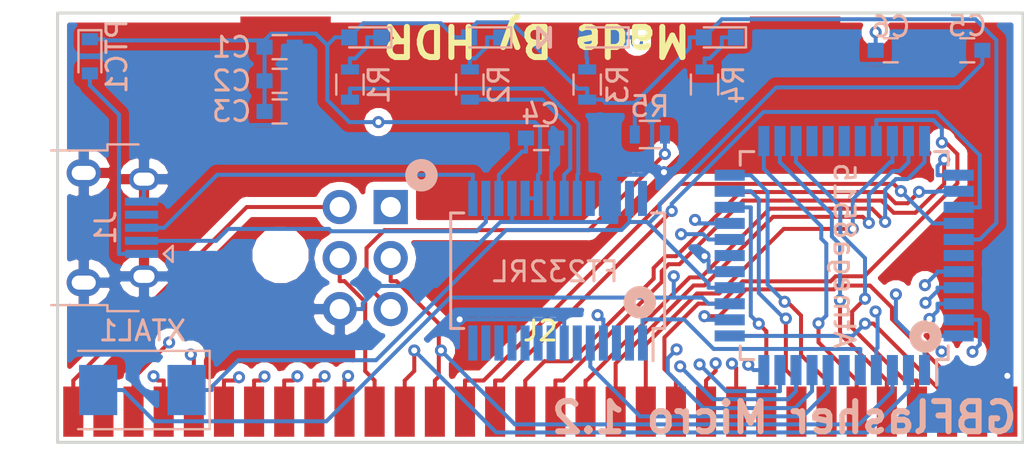
<source format=kicad_pcb>
(kicad_pcb (version 20171130) (host pcbnew "(5.0.2)-1")

  (general
    (thickness 0.8)
    (drawings 13)
    (tracks 631)
    (zones 0)
    (modules 22)
    (nets 49)
  )

  (page A4)
  (layers
    (0 F.Cu signal)
    (1 In1.Cu signal)
    (2 In2.Cu signal)
    (31 B.Cu signal)
    (32 B.Adhes user)
    (33 F.Adhes user)
    (34 B.Paste user)
    (35 F.Paste user)
    (36 B.SilkS user)
    (37 F.SilkS user)
    (38 B.Mask user)
    (39 F.Mask user)
    (40 Dwgs.User user)
    (41 Cmts.User user)
    (42 Eco1.User user)
    (43 Eco2.User user)
    (44 Edge.Cuts user)
    (45 Margin user)
    (46 B.CrtYd user)
    (47 F.CrtYd user)
    (48 B.Fab user)
    (49 F.Fab user)
  )

  (setup
    (last_trace_width 0.2)
    (trace_clearance 0.2)
    (zone_clearance 0.4)
    (zone_45_only no)
    (trace_min 0.2)
    (segment_width 0.2)
    (edge_width 0.2)
    (via_size 0.6)
    (via_drill 0.3)
    (via_min_size 0.4)
    (via_min_drill 0.3)
    (uvia_size 0.3)
    (uvia_drill 0.1)
    (uvias_allowed no)
    (uvia_min_size 0.2)
    (uvia_min_drill 0.1)
    (pcb_text_width 0.3)
    (pcb_text_size 1.5 1.5)
    (mod_edge_width 0.15)
    (mod_text_size 1 1)
    (mod_text_width 0.15)
    (pad_size 4.5 2)
    (pad_drill 0)
    (pad_to_mask_clearance 0.2)
    (solder_mask_min_width 0.25)
    (aux_axis_origin 0 0)
    (visible_elements 7FFFFFFF)
    (pcbplotparams
      (layerselection 0x010fc_ffffffff)
      (usegerberextensions false)
      (usegerberattributes false)
      (usegerberadvancedattributes false)
      (creategerberjobfile false)
      (excludeedgelayer true)
      (linewidth 0.100000)
      (plotframeref false)
      (viasonmask false)
      (mode 1)
      (useauxorigin false)
      (hpglpennumber 1)
      (hpglpenspeed 20)
      (hpglpendiameter 15.000000)
      (psnegative false)
      (psa4output false)
      (plotreference true)
      (plotvalue true)
      (plotinvisibletext false)
      (padsonsilk false)
      (subtractmaskfromsilk false)
      (outputformat 1)
      (mirror false)
      (drillshape 0)
      (scaleselection 1)
      (outputdirectory "MicroGerbers/"))
  )

  (net 0 "")
  (net 1 +5V)
  (net 2 /XIN)
  (net 3 "Net-(C6-Pad1)")
  (net 4 "Net-(IC3-Pad15)")
  (net 5 /A7)
  (net 6 /A6)
  (net 7 /A5)
  (net 8 /RESET)
  (net 9 "Net-(LED1-Pad1)")
  (net 10 "Net-(LED2-Pad1)")
  (net 11 "Net-(LED3-Pad2)")
  (net 12 "Net-(LED4-Pad1)")
  (net 13 "Net-(C4-Pad2)")
  (net 14 "Net-(IC1-Pad5)")
  (net 15 /TXLED)
  (net 16 /RXLED)
  (net 17 "Net-(IC1-Pad7)")
  (net 18 /A9)
  (net 19 /WR)
  (net 20 /RD)
  (net 21 /CS)
  (net 22 /A0)
  (net 23 /A1)
  (net 24 /A2)
  (net 25 /A3)
  (net 26 /A4)
  (net 27 /A8)
  (net 28 /A10)
  (net 29 /A11)
  (net 30 /A12)
  (net 31 /A13)
  (net 32 /A14)
  (net 33 /A15)
  (net 34 /D0)
  (net 35 /D1)
  (net 36 /D2)
  (net 37 /D3)
  (net 38 /D4)
  (net 39 /D5)
  (net 40 /D6)
  (net 41 /D7)
  (net 42 /RST)
  (net 43 /RWLED)
  (net 44 GND)
  (net 45 /SNDAIN)
  (net 46 "Net-(IC3-Pad16)")
  (net 47 "Net-(J2-Pad2)")
  (net 48 "Net-(J1-Pad1)")

  (net_class Default "This is the default net class."
    (clearance 0.2)
    (trace_width 0.2)
    (via_dia 0.6)
    (via_drill 0.3)
    (uvia_dia 0.3)
    (uvia_drill 0.1)
    (add_net +5V)
    (add_net /A0)
    (add_net /A1)
    (add_net /A10)
    (add_net /A11)
    (add_net /A12)
    (add_net /A13)
    (add_net /A14)
    (add_net /A15)
    (add_net /A2)
    (add_net /A3)
    (add_net /A4)
    (add_net /A5)
    (add_net /A6)
    (add_net /A7)
    (add_net /A8)
    (add_net /A9)
    (add_net /CS)
    (add_net /D0)
    (add_net /D1)
    (add_net /D2)
    (add_net /D3)
    (add_net /D4)
    (add_net /D5)
    (add_net /D6)
    (add_net /D7)
    (add_net /RD)
    (add_net /RESET)
    (add_net /RST)
    (add_net /RWLED)
    (add_net /RXLED)
    (add_net /SNDAIN)
    (add_net /TXLED)
    (add_net /WR)
    (add_net /XIN)
    (add_net GND)
    (add_net "Net-(C4-Pad2)")
    (add_net "Net-(C6-Pad1)")
    (add_net "Net-(IC1-Pad5)")
    (add_net "Net-(IC1-Pad7)")
    (add_net "Net-(IC3-Pad15)")
    (add_net "Net-(IC3-Pad16)")
    (add_net "Net-(J1-Pad1)")
    (add_net "Net-(J2-Pad2)")
    (add_net "Net-(LED1-Pad1)")
    (add_net "Net-(LED2-Pad1)")
    (add_net "Net-(LED3-Pad2)")
    (add_net "Net-(LED4-Pad1)")
  )

  (module Crystal:Crystal_SMD_0603-2Pin_6.0x3.5mm (layer B.Cu) (tedit 5A0FD1B2) (tstamp 5C37E5EC)
    (at 124.511 69.4944 180)
    (descr "SMD Crystal SERIES SMD0603/2 http://www.petermann-technik.de/fileadmin/petermann/pdf/SMD0603-2.pdf, 6.0x3.5mm^2 package")
    (tags "SMD SMT crystal")
    (path /5C43B5B8)
    (attr smd)
    (fp_text reference XTAL1 (at 0 2.95 180) (layer B.SilkS)
      (effects (font (size 1 1) (thickness 0.15)) (justify mirror))
    )
    (fp_text value 6MHz (at 0 -2.95 180) (layer B.Fab)
      (effects (font (size 1 1) (thickness 0.15)) (justify mirror))
    )
    (fp_circle (center 0 0) (end 0.093333 0) (layer B.Adhes) (width 0.186667))
    (fp_circle (center 0 0) (end 0.213333 0) (layer B.Adhes) (width 0.133333))
    (fp_circle (center 0 0) (end 0.333333 0) (layer B.Adhes) (width 0.133333))
    (fp_circle (center 0 0) (end 0.4 0) (layer B.Adhes) (width 0.1))
    (fp_line (start 3.4 2) (end -3.4 2) (layer B.CrtYd) (width 0.05))
    (fp_line (start 3.4 -2) (end 3.4 2) (layer B.CrtYd) (width 0.05))
    (fp_line (start -3.4 -2) (end 3.4 -2) (layer B.CrtYd) (width 0.05))
    (fp_line (start -3.4 2) (end -3.4 -2) (layer B.CrtYd) (width 0.05))
    (fp_line (start -3.35 -1.95) (end 3.2 -1.95) (layer B.SilkS) (width 0.12))
    (fp_line (start -3.35 1.95) (end -3.35 -1.95) (layer B.SilkS) (width 0.12))
    (fp_line (start 3.2 1.95) (end -3.35 1.95) (layer B.SilkS) (width 0.12))
    (fp_line (start -3 -0.75) (end -2 -1.75) (layer B.Fab) (width 0.1))
    (fp_line (start -3 1.65) (end -2.9 1.75) (layer B.Fab) (width 0.1))
    (fp_line (start -3 -1.65) (end -3 1.65) (layer B.Fab) (width 0.1))
    (fp_line (start -2.9 -1.75) (end -3 -1.65) (layer B.Fab) (width 0.1))
    (fp_line (start 2.9 -1.75) (end -2.9 -1.75) (layer B.Fab) (width 0.1))
    (fp_line (start 3 -1.65) (end 2.9 -1.75) (layer B.Fab) (width 0.1))
    (fp_line (start 3 1.65) (end 3 -1.65) (layer B.Fab) (width 0.1))
    (fp_line (start 2.9 1.75) (end 3 1.65) (layer B.Fab) (width 0.1))
    (fp_line (start -2.9 1.75) (end 2.9 1.75) (layer B.Fab) (width 0.1))
    (fp_text user %R (at 0 0 180) (layer B.Fab)
      (effects (font (size 1 1) (thickness 0.15)) (justify mirror))
    )
    (pad 2 smd rect (at 2.2 0 180) (size 1.9 2.5) (layers B.Cu B.Paste B.Mask)
      (net 3 "Net-(C6-Pad1)"))
    (pad 1 smd rect (at -2.2 0 180) (size 1.9 2.5) (layers B.Cu B.Paste B.Mask)
      (net 2 /XIN))
    (model ${KISYS3DMOD}/Crystal.3dshapes/Crystal_SMD_0603-2Pin_6.0x3.5mm.wrl
      (at (xyz 0 0 0))
      (scale (xyz 1 1 1))
      (rotate (xyz 0 0 0))
    )
  )

  (module Custom:DSL_Cartridge_Reader_Micro (layer F.Cu) (tedit 5CE1C249) (tstamp 5CB0FE31)
    (at 144.323 64.8208)
    (descr "Game Boy cartridge slot, DealExtreme 37787")
    (tags "gameboy cartridge slot")
    (path /5C34DD28)
    (attr smd)
    (fp_text reference J2 (at 0 1.7272 180) (layer F.SilkS)
      (effects (font (size 1 1) (thickness 0.15)))
    )
    (fp_text value CartBus (at 0 -11) (layer F.Fab)
      (effects (font (size 1 1) (thickness 0.15)))
    )
    (fp_text user %R (at 0 -1) (layer F.Fab)
      (effects (font (size 2 2) (thickness 0.2)))
    )
    (pad 32 smd rect (at 23.25 5.75) (size 1 2.5) (layers F.Cu F.Paste F.Mask)
      (net 44 GND))
    (pad 31 smd rect (at 21.75 5.75) (size 1 2.5) (layers F.Cu F.Paste F.Mask)
      (net 45 /SNDAIN))
    (pad 30 smd rect (at 20.25 5.75) (size 1 2.5) (layers F.Cu F.Paste F.Mask)
      (net 42 /RST))
    (pad 29 smd rect (at 18.75 5.75) (size 1 2.5) (layers F.Cu F.Paste F.Mask)
      (net 41 /D7))
    (pad 28 smd rect (at 17.25 5.75) (size 1 2.5) (layers F.Cu F.Paste F.Mask)
      (net 40 /D6))
    (pad 27 smd rect (at 15.75 5.75) (size 1 2.5) (layers F.Cu F.Paste F.Mask)
      (net 39 /D5))
    (pad 26 smd rect (at 14.25 5.75) (size 1 2.5) (layers F.Cu F.Paste F.Mask)
      (net 38 /D4))
    (pad 25 smd rect (at 12.75 5.75) (size 1 2.5) (layers F.Cu F.Paste F.Mask)
      (net 37 /D3))
    (pad 24 smd rect (at 11.25 5.75) (size 1 2.5) (layers F.Cu F.Paste F.Mask)
      (net 36 /D2))
    (pad 23 smd rect (at 9.75 5.75) (size 1 2.5) (layers F.Cu F.Paste F.Mask)
      (net 35 /D1))
    (pad 22 smd rect (at 8.25 5.75) (size 1 2.5) (layers F.Cu F.Paste F.Mask)
      (net 34 /D0))
    (pad 21 smd rect (at 6.75 5.75) (size 1 2.5) (layers F.Cu F.Paste F.Mask)
      (net 33 /A15))
    (pad 20 smd rect (at 5.25 5.75) (size 1 2.5) (layers F.Cu F.Paste F.Mask)
      (net 32 /A14))
    (pad 19 smd rect (at 3.75 5.75) (size 1 2.5) (layers F.Cu F.Paste F.Mask)
      (net 31 /A13))
    (pad 18 smd rect (at 2.25 5.75) (size 1 2.5) (layers F.Cu F.Paste F.Mask)
      (net 30 /A12))
    (pad 17 smd rect (at 0.75 5.75) (size 1 2.5) (layers F.Cu F.Paste F.Mask)
      (net 29 /A11))
    (pad 16 smd rect (at -0.75 5.75) (size 1 2.5) (layers F.Cu F.Paste F.Mask)
      (net 28 /A10))
    (pad 14 smd rect (at -3.75 5.75) (size 1 2.5) (layers F.Cu F.Paste F.Mask)
      (net 27 /A8))
    (pad 13 smd rect (at -5.25 5.75) (size 1 2.5) (layers F.Cu F.Paste F.Mask)
      (net 5 /A7))
    (pad 12 smd rect (at -6.75 5.75) (size 1 2.5) (layers F.Cu F.Paste F.Mask)
      (net 6 /A6))
    (pad 11 smd rect (at -8.25 5.75) (size 1 2.5) (layers F.Cu F.Paste F.Mask)
      (net 7 /A5))
    (pad 10 smd rect (at -9.75 5.75) (size 1 2.5) (layers F.Cu F.Paste F.Mask)
      (net 26 /A4))
    (pad 9 smd rect (at -11.25 5.75) (size 1 2.5) (layers F.Cu F.Paste F.Mask)
      (net 25 /A3))
    (pad 8 smd rect (at -12.75 5.75) (size 1 2.5) (layers F.Cu F.Paste F.Mask)
      (net 24 /A2))
    (pad 7 smd rect (at -14.25 5.75) (size 1 2.5) (layers F.Cu F.Paste F.Mask)
      (net 23 /A1))
    (pad 6 smd rect (at -15.75 5.75) (size 1 2.5) (layers F.Cu F.Paste F.Mask)
      (net 22 /A0))
    (pad 5 smd rect (at -17.25 5.75) (size 1 2.5) (layers F.Cu F.Paste F.Mask)
      (net 21 /CS))
    (pad 4 smd rect (at -18.75 5.75) (size 1 2.5) (layers F.Cu F.Paste F.Mask)
      (net 20 /RD))
    (pad 3 smd rect (at -20.25 5.75) (size 1 2.5) (layers F.Cu F.Paste F.Mask)
      (net 19 /WR))
    (pad 2 smd rect (at -21.75 5.75) (size 1 2.5) (layers F.Cu F.Paste F.Mask)
      (net 47 "Net-(J2-Pad2)"))
    (pad 15 smd rect (at -2.25 5.75) (size 1 2.5) (layers F.Cu F.Paste F.Mask)
      (net 18 /A9))
    (pad 1 smd rect (at -23.25 5.75) (size 1 2.5) (layers F.Cu F.Paste F.Mask)
      (net 1 +5V))
    (pad GND smd rect (at -12.68204 -12.9208) (size 4.5 2) (layers F.Cu F.Paste F.Mask)
      (net 44 GND))
    (pad GND smd rect (at 12.68204 -12.9208) (size 4.5 2) (layers F.Cu F.Paste F.Mask)
      (net 44 GND))
    (pad "" np_thru_hole circle (at 12.93204 -2.04724) (size 2 2) (drill 2) (layers *.Cu *.Mask))
    (pad "" np_thru_hole circle (at -12.93204 -2.04724) (size 2 2) (drill 2) (layers *.Cu *.Mask))
    (model ${KISYS3DMOD}/Gekkio_Connector_PCBEdge.3dshapes/GameBoy_Cartridge_DX-37787_1x32_P1.50mm_Socket_Horizontal.wrl
      (at (xyz 0 0 0))
      (scale (xyz 1 1 1))
      (rotate (xyz 0 0 0))
    )
  )

  (module Custom:USB_Micro-B_Amphenol_10103594-0001LF_Horizontal (layer B.Cu) (tedit 5CB0FDF9) (tstamp 5CB0FE08)
    (at 122.707 61.3918 90)
    (descr "Micro USB Type B 10103594-0001LF, http://cdn.amphenol-icc.com/media/wysiwyg/files/drawing/10103594.pdf")
    (tags "USB USB_B USB_micro USB_OTG")
    (path /5CB18AA0)
    (attr smd)
    (fp_text reference J1 (at -0.0152 -0.0208 90) (layer B.SilkS)
      (effects (font (size 1 1) (thickness 0.15)) (justify mirror))
    )
    (fp_text value USB_B_Micro (at -0.025 -4.435 90) (layer B.Fab)
      (effects (font (size 1 1) (thickness 0.15)) (justify mirror))
    )
    (fp_line (start 4.14 -3.58) (end -4.13 -3.58) (layer B.CrtYd) (width 0.05))
    (fp_line (start 4.14 -3.58) (end 4.14 2.88) (layer B.CrtYd) (width 0.05))
    (fp_line (start -4.13 2.88) (end -4.13 -3.58) (layer B.CrtYd) (width 0.05))
    (fp_line (start -4.13 2.88) (end 4.14 2.88) (layer B.CrtYd) (width 0.05))
    (fp_line (start -4.025 -2.835) (end 3.975 -2.835) (layer Dwgs.User) (width 0.1))
    (fp_line (start -3.775 -3.335) (end -3.775 0.865) (layer B.Fab) (width 0.12))
    (fp_line (start -2.975 1.615) (end 3.725 1.615) (layer B.Fab) (width 0.12))
    (fp_line (start 3.725 1.615) (end 3.725 -3.335) (layer B.Fab) (width 0.12))
    (fp_line (start 3.725 -3.335) (end -3.775 -3.335) (layer B.Fab) (width 0.12))
    (fp_line (start -3.775 0.865) (end -2.975 1.615) (layer B.Fab) (width 0.12))
    (fp_line (start -1.325 2.865) (end -1.725 3.315) (layer B.SilkS) (width 0.12))
    (fp_line (start -1.725 3.315) (end -0.925 3.315) (layer B.SilkS) (width 0.12))
    (fp_line (start -0.925 3.315) (end -1.325 2.865) (layer B.SilkS) (width 0.12))
    (fp_line (start 3.825 -2.735) (end 3.825 0.065) (layer B.SilkS) (width 0.12))
    (fp_line (start 3.825 0.065) (end 4.125 0.065) (layer B.SilkS) (width 0.12))
    (fp_line (start 4.125 0.065) (end 4.125 1.615) (layer B.SilkS) (width 0.12))
    (fp_line (start -3.875 -2.735) (end -3.875 0.065) (layer B.SilkS) (width 0.12))
    (fp_line (start -4.175 0.065) (end -3.875 0.065) (layer B.SilkS) (width 0.12))
    (fp_line (start -4.175 0.065) (end -4.175 1.615) (layer B.SilkS) (width 0.12))
    (fp_text user %R (at -0.025 0.015 90) (layer B.Fab)
      (effects (font (size 1 1) (thickness 0.15)) (justify mirror))
    )
    (fp_text user "PCB edge" (at -0.025 -2.235 90) (layer Dwgs.User)
      (effects (font (size 0.5 0.5) (thickness 0.075)))
    )
    (pad 6 thru_hole oval (at 2.705 -1.115) (size 1.7 1.35) (drill oval 1.2 0.7) (layers *.Cu *.Mask)
      (net 44 GND))
    (pad 6 thru_hole oval (at -2.755 -1.115) (size 1.7 1.35) (drill oval 1.2 0.7) (layers *.Cu *.Mask)
      (net 44 GND))
    (pad 6 thru_hole oval (at 2.395 1.885) (size 1.5 1.1) (drill oval 1.05 0.65) (layers *.Cu *.Mask)
      (net 44 GND))
    (pad 6 thru_hole oval (at -2.445 1.885) (size 1.5 1.1) (drill oval 1.05 0.65) (layers *.Cu *.Mask)
      (net 44 GND))
    (pad 5 smd rect (at 1.275 1.765) (size 1.65 0.4) (layers B.Cu B.Paste B.Mask)
      (net 44 GND))
    (pad 4 smd rect (at 0.625 1.765) (size 1.65 0.4) (layers B.Cu B.Paste B.Mask))
    (pad 3 smd rect (at -0.025 1.765) (size 1.65 0.4) (layers B.Cu B.Paste B.Mask)
      (net 4 "Net-(IC3-Pad15)"))
    (pad 2 smd rect (at -0.675 1.765) (size 1.65 0.4) (layers B.Cu B.Paste B.Mask)
      (net 46 "Net-(IC3-Pad16)"))
    (pad 1 smd rect (at -1.325 1.765) (size 1.65 0.4) (layers B.Cu B.Paste B.Mask)
      (net 48 "Net-(J1-Pad1)"))
    (model ${KISYS3DMOD}/Connector_USB.3dshapes/USB_Micro-B_Amphenol_10103594-0001LF_Horizontal.wrl
      (at (xyz 0 0 0))
      (scale (xyz 1 1 1))
      (rotate (xyz 0 0 0))
    )
  )

  (module Custom:Pin_Header_Angled_2x03_Pitch2.54mm (layer B.Cu) (tedit 5C375F91) (tstamp 5C380EE8)
    (at 136.875 60.384 180)
    (descr "Through hole angled pin header, 2x03, 2.54mm pitch, 6mm pin length, double rows")
    (tags "Through hole angled pin header THT 2x03 2.54mm double row")
    (path /5C452579)
    (fp_text reference JP1 (at 0.762 2.794 180) (layer B.SilkS) hide
      (effects (font (size 1 1) (thickness 0.15)) (justify mirror))
    )
    (fp_text value Conn_02x03_Odd_Even (at 5.655 -7.35 180) (layer B.Fab)
      (effects (font (size 1 1) (thickness 0.15)) (justify mirror))
    )
    (fp_line (start -0.32 -4.76) (end -0.32 -5.4) (layer B.Fab) (width 0.1))
    (fp_line (start -0.32 -2.22) (end -0.32 -2.86) (layer B.Fab) (width 0.1))
    (fp_line (start -0.32 0.32) (end -0.32 -0.32) (layer B.Fab) (width 0.1))
    (pad 6 thru_hole oval (at 2.54 -5.08 180) (size 1.7 1.7) (drill 1) (layers *.Cu *.Mask)
      (net 44 GND))
    (pad 5 thru_hole oval (at 0 -5.08 180) (size 1.7 1.7) (drill 1) (layers *.Cu *.Mask)
      (net 8 /RESET))
    (pad 4 thru_hole oval (at 2.54 -2.54 180) (size 1.7 1.7) (drill 1) (layers *.Cu *.Mask)
      (net 7 /A5))
    (pad 3 thru_hole oval (at 0 -2.54 180) (size 1.7 1.7) (drill 1) (layers *.Cu *.Mask)
      (net 5 /A7))
    (pad 2 thru_hole oval (at 2.54 0 180) (size 1.7 1.7) (drill 1) (layers *.Cu *.Mask)
      (net 1 +5V))
    (pad 1 thru_hole rect (at 0 0 180) (size 1.7 1.7) (drill 1) (layers *.Cu *.Mask)
      (net 6 /A6))
    (model ${KISYS3DMOD}/Pin_Headers.3dshapes/Pin_Header_Angled_2x03_Pitch2.54mm.wrl
      (at (xyz 0 0 0))
      (scale (xyz 1 1 1))
      (rotate (xyz 0 0 0))
    )
  )

  (module Capacitors_SMD:C_0603 (layer B.Cu) (tedit 5C796B98) (tstamp 5C350C32)
    (at 131.343 52.4256)
    (descr "Capacitor SMD 0603, reflow soldering, AVX (see smccp.pdf)")
    (tags "capacitor 0603")
    (path /5C437106)
    (attr smd)
    (fp_text reference C1 (at -2.3872 0) (layer B.SilkS)
      (effects (font (size 1 1) (thickness 0.15)) (justify mirror))
    )
    (fp_text value 0.1uF (at 0 -1.5) (layer B.Fab)
      (effects (font (size 1 1) (thickness 0.15)) (justify mirror))
    )
    (fp_line (start 1.4 -0.65) (end -1.4 -0.65) (layer B.CrtYd) (width 0.05))
    (fp_line (start 1.4 -0.65) (end 1.4 0.65) (layer B.CrtYd) (width 0.05))
    (fp_line (start -1.4 0.65) (end -1.4 -0.65) (layer B.CrtYd) (width 0.05))
    (fp_line (start -1.4 0.65) (end 1.4 0.65) (layer B.CrtYd) (width 0.05))
    (fp_line (start 0.35 -0.6) (end -0.35 -0.6) (layer B.SilkS) (width 0.12))
    (fp_line (start -0.35 0.6) (end 0.35 0.6) (layer B.SilkS) (width 0.12))
    (fp_line (start -0.8 0.4) (end 0.8 0.4) (layer B.Fab) (width 0.1))
    (fp_line (start 0.8 0.4) (end 0.8 -0.4) (layer B.Fab) (width 0.1))
    (fp_line (start 0.8 -0.4) (end -0.8 -0.4) (layer B.Fab) (width 0.1))
    (fp_line (start -0.8 -0.4) (end -0.8 0.4) (layer B.Fab) (width 0.1))
    (fp_text user %R (at 0.114999 -0.027999) (layer B.Fab)
      (effects (font (size 0.3 0.3) (thickness 0.075)) (justify mirror))
    )
    (pad 2 smd rect (at 0.75 0) (size 0.8 0.75) (layers B.Cu B.Paste B.Mask)
      (net 44 GND))
    (pad 1 smd rect (at -0.75 0) (size 0.8 0.75) (layers B.Cu B.Paste B.Mask)
      (net 1 +5V))
    (model Capacitors_SMD.3dshapes/C_0603.wrl
      (at (xyz 0 0 0))
      (scale (xyz 1 1 1))
      (rotate (xyz 0 0 0))
    )
  )

  (module Capacitors_SMD:C_0603 (layer B.Cu) (tedit 59958EE7) (tstamp 5C350C43)
    (at 131.343 54.102)
    (descr "Capacitor SMD 0603, reflow soldering, AVX (see smccp.pdf)")
    (tags "capacitor 0603")
    (path /5C42BCE5)
    (attr smd)
    (fp_text reference C2 (at -2.3872 0) (layer B.SilkS)
      (effects (font (size 1 1) (thickness 0.15)) (justify mirror))
    )
    (fp_text value 0.1uF (at 0 -1.5) (layer B.Fab)
      (effects (font (size 1 1) (thickness 0.15)) (justify mirror))
    )
    (fp_text user %R (at 0 0) (layer B.Fab)
      (effects (font (size 0.3 0.3) (thickness 0.075)) (justify mirror))
    )
    (fp_line (start -0.8 -0.4) (end -0.8 0.4) (layer B.Fab) (width 0.1))
    (fp_line (start 0.8 -0.4) (end -0.8 -0.4) (layer B.Fab) (width 0.1))
    (fp_line (start 0.8 0.4) (end 0.8 -0.4) (layer B.Fab) (width 0.1))
    (fp_line (start -0.8 0.4) (end 0.8 0.4) (layer B.Fab) (width 0.1))
    (fp_line (start -0.35 0.6) (end 0.35 0.6) (layer B.SilkS) (width 0.12))
    (fp_line (start 0.35 -0.6) (end -0.35 -0.6) (layer B.SilkS) (width 0.12))
    (fp_line (start -1.4 0.65) (end 1.4 0.65) (layer B.CrtYd) (width 0.05))
    (fp_line (start -1.4 0.65) (end -1.4 -0.65) (layer B.CrtYd) (width 0.05))
    (fp_line (start 1.4 -0.65) (end 1.4 0.65) (layer B.CrtYd) (width 0.05))
    (fp_line (start 1.4 -0.65) (end -1.4 -0.65) (layer B.CrtYd) (width 0.05))
    (pad 1 smd rect (at -0.75 0) (size 0.8 0.75) (layers B.Cu B.Paste B.Mask)
      (net 1 +5V))
    (pad 2 smd rect (at 0.75 0) (size 0.8 0.75) (layers B.Cu B.Paste B.Mask)
      (net 44 GND))
    (model Capacitors_SMD.3dshapes/C_0603.wrl
      (at (xyz 0 0 0))
      (scale (xyz 1 1 1))
      (rotate (xyz 0 0 0))
    )
  )

  (module Capacitors_SMD:C_0603 (layer B.Cu) (tedit 59958EE7) (tstamp 5C350C54)
    (at 131.343 55.626)
    (descr "Capacitor SMD 0603, reflow soldering, AVX (see smccp.pdf)")
    (tags "capacitor 0603")
    (path /5C4245CA)
    (attr smd)
    (fp_text reference C3 (at -2.3872 0) (layer B.SilkS)
      (effects (font (size 1 1) (thickness 0.15)) (justify mirror))
    )
    (fp_text value 10uF (at 0 -1.5) (layer B.Fab)
      (effects (font (size 1 1) (thickness 0.15)) (justify mirror))
    )
    (fp_line (start 1.4 -0.65) (end -1.4 -0.65) (layer B.CrtYd) (width 0.05))
    (fp_line (start 1.4 -0.65) (end 1.4 0.65) (layer B.CrtYd) (width 0.05))
    (fp_line (start -1.4 0.65) (end -1.4 -0.65) (layer B.CrtYd) (width 0.05))
    (fp_line (start -1.4 0.65) (end 1.4 0.65) (layer B.CrtYd) (width 0.05))
    (fp_line (start 0.35 -0.6) (end -0.35 -0.6) (layer B.SilkS) (width 0.12))
    (fp_line (start -0.35 0.6) (end 0.35 0.6) (layer B.SilkS) (width 0.12))
    (fp_line (start -0.8 0.4) (end 0.8 0.4) (layer B.Fab) (width 0.1))
    (fp_line (start 0.8 0.4) (end 0.8 -0.4) (layer B.Fab) (width 0.1))
    (fp_line (start 0.8 -0.4) (end -0.8 -0.4) (layer B.Fab) (width 0.1))
    (fp_line (start -0.8 -0.4) (end -0.8 0.4) (layer B.Fab) (width 0.1))
    (fp_text user %R (at 0 0) (layer B.Fab)
      (effects (font (size 0.3 0.3) (thickness 0.075)) (justify mirror))
    )
    (pad 2 smd rect (at 0.75 0) (size 0.8 0.75) (layers B.Cu B.Paste B.Mask)
      (net 44 GND))
    (pad 1 smd rect (at -0.75 0) (size 0.8 0.75) (layers B.Cu B.Paste B.Mask)
      (net 1 +5V))
    (model Capacitors_SMD.3dshapes/C_0603.wrl
      (at (xyz 0 0 0))
      (scale (xyz 1 1 1))
      (rotate (xyz 0 0 0))
    )
  )

  (module Capacitors_SMD:C_0603 (layer B.Cu) (tedit 59958EE7) (tstamp 5C350C65)
    (at 144.36 56.9498 180)
    (descr "Capacitor SMD 0603, reflow soldering, AVX (see smccp.pdf)")
    (tags "capacitor 0603")
    (path /5C403F17)
    (attr smd)
    (fp_text reference C4 (at 0.012 1.2065 180) (layer B.SilkS)
      (effects (font (size 1 1) (thickness 0.15)) (justify mirror))
    )
    (fp_text value 0.1uF (at 0 -1.5 180) (layer B.Fab)
      (effects (font (size 1 1) (thickness 0.15)) (justify mirror))
    )
    (fp_text user %R (at 0 0 180) (layer B.Fab)
      (effects (font (size 0.3 0.3) (thickness 0.075)) (justify mirror))
    )
    (fp_line (start -0.8 -0.4) (end -0.8 0.4) (layer B.Fab) (width 0.1))
    (fp_line (start 0.8 -0.4) (end -0.8 -0.4) (layer B.Fab) (width 0.1))
    (fp_line (start 0.8 0.4) (end 0.8 -0.4) (layer B.Fab) (width 0.1))
    (fp_line (start -0.8 0.4) (end 0.8 0.4) (layer B.Fab) (width 0.1))
    (fp_line (start -0.35 0.6) (end 0.35 0.6) (layer B.SilkS) (width 0.12))
    (fp_line (start 0.35 -0.6) (end -0.35 -0.6) (layer B.SilkS) (width 0.12))
    (fp_line (start -1.4 0.65) (end 1.4 0.65) (layer B.CrtYd) (width 0.05))
    (fp_line (start -1.4 0.65) (end -1.4 -0.65) (layer B.CrtYd) (width 0.05))
    (fp_line (start 1.4 -0.65) (end 1.4 0.65) (layer B.CrtYd) (width 0.05))
    (fp_line (start 1.4 -0.65) (end -1.4 -0.65) (layer B.CrtYd) (width 0.05))
    (pad 1 smd rect (at -0.75 0 180) (size 0.8 0.75) (layers B.Cu B.Paste B.Mask)
      (net 44 GND))
    (pad 2 smd rect (at 0.75 0 180) (size 0.8 0.75) (layers B.Cu B.Paste B.Mask)
      (net 13 "Net-(C4-Pad2)"))
    (model Capacitors_SMD.3dshapes/C_0603.wrl
      (at (xyz 0 0 0))
      (scale (xyz 1 1 1))
      (rotate (xyz 0 0 0))
    )
  )

  (module Capacitors_SMD:C_0603 (layer B.Cu) (tedit 59958EE7) (tstamp 5C350C76)
    (at 165.577 52.5814 180)
    (descr "Capacitor SMD 0603, reflow soldering, AVX (see smccp.pdf)")
    (tags "capacitor 0603")
    (path /5C44CF09)
    (attr smd)
    (fp_text reference C5 (at 0 1.2192 180) (layer B.SilkS)
      (effects (font (size 1 1) (thickness 0.15)) (justify mirror))
    )
    (fp_text value 22pF (at 0 -1.5 180) (layer B.Fab)
      (effects (font (size 1 1) (thickness 0.15)) (justify mirror))
    )
    (fp_line (start 1.4 -0.65) (end -1.4 -0.65) (layer B.CrtYd) (width 0.05))
    (fp_line (start 1.4 -0.65) (end 1.4 0.65) (layer B.CrtYd) (width 0.05))
    (fp_line (start -1.4 0.65) (end -1.4 -0.65) (layer B.CrtYd) (width 0.05))
    (fp_line (start -1.4 0.65) (end 1.4 0.65) (layer B.CrtYd) (width 0.05))
    (fp_line (start 0.35 -0.6) (end -0.35 -0.6) (layer B.SilkS) (width 0.12))
    (fp_line (start -0.35 0.6) (end 0.35 0.6) (layer B.SilkS) (width 0.12))
    (fp_line (start -0.8 0.4) (end 0.8 0.4) (layer B.Fab) (width 0.1))
    (fp_line (start 0.8 0.4) (end 0.8 -0.4) (layer B.Fab) (width 0.1))
    (fp_line (start 0.8 -0.4) (end -0.8 -0.4) (layer B.Fab) (width 0.1))
    (fp_line (start -0.8 -0.4) (end -0.8 0.4) (layer B.Fab) (width 0.1))
    (fp_text user %R (at 0 0 180) (layer B.Fab)
      (effects (font (size 0.3 0.3) (thickness 0.075)) (justify mirror))
    )
    (pad 2 smd rect (at 0.75 0 180) (size 0.8 0.75) (layers B.Cu B.Paste B.Mask)
      (net 44 GND))
    (pad 1 smd rect (at -0.75 0 180) (size 0.8 0.75) (layers B.Cu B.Paste B.Mask)
      (net 2 /XIN))
    (model Capacitors_SMD.3dshapes/C_0603.wrl
      (at (xyz 0 0 0))
      (scale (xyz 1 1 1))
      (rotate (xyz 0 0 0))
    )
  )

  (module Capacitors_SMD:C_0603 (layer B.Cu) (tedit 59958EE7) (tstamp 5C350C87)
    (at 161.767 52.5814)
    (descr "Capacitor SMD 0603, reflow soldering, AVX (see smccp.pdf)")
    (tags "capacitor 0603")
    (path /5C44CF77)
    (attr smd)
    (fp_text reference C6 (at 0 -1.1684) (layer B.SilkS)
      (effects (font (size 1 1) (thickness 0.15)) (justify mirror))
    )
    (fp_text value 22pF (at 0 -1.5) (layer B.Fab)
      (effects (font (size 1 1) (thickness 0.15)) (justify mirror))
    )
    (fp_text user %R (at 0 0) (layer B.Fab)
      (effects (font (size 0.3 0.3) (thickness 0.075)) (justify mirror))
    )
    (fp_line (start -0.8 -0.4) (end -0.8 0.4) (layer B.Fab) (width 0.1))
    (fp_line (start 0.8 -0.4) (end -0.8 -0.4) (layer B.Fab) (width 0.1))
    (fp_line (start 0.8 0.4) (end 0.8 -0.4) (layer B.Fab) (width 0.1))
    (fp_line (start -0.8 0.4) (end 0.8 0.4) (layer B.Fab) (width 0.1))
    (fp_line (start -0.35 0.6) (end 0.35 0.6) (layer B.SilkS) (width 0.12))
    (fp_line (start 0.35 -0.6) (end -0.35 -0.6) (layer B.SilkS) (width 0.12))
    (fp_line (start -1.4 0.65) (end 1.4 0.65) (layer B.CrtYd) (width 0.05))
    (fp_line (start -1.4 0.65) (end -1.4 -0.65) (layer B.CrtYd) (width 0.05))
    (fp_line (start 1.4 -0.65) (end 1.4 0.65) (layer B.CrtYd) (width 0.05))
    (fp_line (start 1.4 -0.65) (end -1.4 -0.65) (layer B.CrtYd) (width 0.05))
    (pad 1 smd rect (at -0.75 0) (size 0.8 0.75) (layers B.Cu B.Paste B.Mask)
      (net 3 "Net-(C6-Pad1)"))
    (pad 2 smd rect (at 0.75 0) (size 0.8 0.75) (layers B.Cu B.Paste B.Mask)
      (net 44 GND))
    (model Capacitors_SMD.3dshapes/C_0603.wrl
      (at (xyz 0 0 0))
      (scale (xyz 1 1 1))
      (rotate (xyz 0 0 0))
    )
  )

  (module LEDs:LED_0603 (layer B.Cu) (tedit 5C376399) (tstamp 5C350D3B)
    (at 135.607 51.9379 180)
    (descr "LED 0603 smd package")
    (tags "LED led 0603 SMD smd SMT smt smdled SMDLED smtled SMTLED")
    (path /5C3B1FE4)
    (attr smd)
    (fp_text reference LED1 (at 0 1.25 180) (layer B.SilkS) hide
      (effects (font (size 1 1) (thickness 0.15)) (justify mirror))
    )
    (fp_text value LED (at 0 -1.35 180) (layer B.Fab)
      (effects (font (size 1 1) (thickness 0.15)) (justify mirror))
    )
    (fp_line (start -1.45 0.65) (end 1.45 0.65) (layer B.CrtYd) (width 0.05))
    (fp_line (start -1.45 -0.65) (end -1.45 0.65) (layer B.CrtYd) (width 0.05))
    (fp_line (start 1.45 -0.65) (end -1.45 -0.65) (layer B.CrtYd) (width 0.05))
    (fp_line (start 1.45 0.65) (end 1.45 -0.65) (layer B.CrtYd) (width 0.05))
    (fp_line (start -1.3 0.5) (end 0.8 0.5) (layer B.SilkS) (width 0.12))
    (fp_line (start -1.3 -0.5) (end 0.8 -0.5) (layer B.SilkS) (width 0.12))
    (fp_line (start -0.8 -0.4) (end -0.8 0.4) (layer B.Fab) (width 0.1))
    (fp_line (start -0.8 0.4) (end 0.8 0.4) (layer B.Fab) (width 0.1))
    (fp_line (start 0.8 0.4) (end 0.8 -0.4) (layer B.Fab) (width 0.1))
    (fp_line (start 0.8 -0.4) (end -0.8 -0.4) (layer B.Fab) (width 0.1))
    (fp_line (start 0.15 0.2) (end 0.15 -0.2) (layer B.Fab) (width 0.1))
    (fp_line (start 0.15 -0.2) (end -0.15 0) (layer B.Fab) (width 0.1))
    (fp_line (start -0.15 0) (end 0.15 0.2) (layer B.Fab) (width 0.1))
    (fp_line (start -0.2 0.2) (end -0.2 -0.2) (layer B.Fab) (width 0.1))
    (fp_line (start -1.3 0.5) (end -1.3 -0.5) (layer B.SilkS) (width 0.12))
    (pad 1 smd rect (at -0.8 0) (size 0.8 0.8) (layers B.Cu B.Paste B.Mask)
      (net 9 "Net-(LED1-Pad1)"))
    (pad 2 smd rect (at 0.8 0) (size 0.8 0.8) (layers B.Cu B.Paste B.Mask)
      (net 1 +5V))
    (model ${KISYS3DMOD}/LEDs.3dshapes/LED_0603.wrl
      (at (xyz 0 0 0))
      (scale (xyz 1 1 1))
      (rotate (xyz 0 0 180))
    )
  )

  (module LEDs:LED_0603 (layer B.Cu) (tedit 5C37639E) (tstamp 5C350D50)
    (at 141.576 51.9379 180)
    (descr "LED 0603 smd package")
    (tags "LED led 0603 SMD smd SMT smt smdled SMDLED smtled SMTLED")
    (path /5C3C5EB2)
    (attr smd)
    (fp_text reference LED2 (at 0 1.25 180) (layer B.SilkS) hide
      (effects (font (size 1 1) (thickness 0.15)) (justify mirror))
    )
    (fp_text value LED (at 0 -1.35 180) (layer B.Fab)
      (effects (font (size 1 1) (thickness 0.15)) (justify mirror))
    )
    (fp_line (start -1.45 0.65) (end 1.45 0.65) (layer B.CrtYd) (width 0.05))
    (fp_line (start -1.45 -0.65) (end -1.45 0.65) (layer B.CrtYd) (width 0.05))
    (fp_line (start 1.45 -0.65) (end -1.45 -0.65) (layer B.CrtYd) (width 0.05))
    (fp_line (start 1.45 0.65) (end 1.45 -0.65) (layer B.CrtYd) (width 0.05))
    (fp_line (start -1.3 0.5) (end 0.8 0.5) (layer B.SilkS) (width 0.12))
    (fp_line (start -1.3 -0.5) (end 0.8 -0.5) (layer B.SilkS) (width 0.12))
    (fp_line (start -0.8 -0.4) (end -0.8 0.4) (layer B.Fab) (width 0.1))
    (fp_line (start -0.8 0.4) (end 0.8 0.4) (layer B.Fab) (width 0.1))
    (fp_line (start 0.8 0.4) (end 0.8 -0.4) (layer B.Fab) (width 0.1))
    (fp_line (start 0.8 -0.4) (end -0.8 -0.4) (layer B.Fab) (width 0.1))
    (fp_line (start 0.15 0.2) (end 0.15 -0.2) (layer B.Fab) (width 0.1))
    (fp_line (start 0.15 -0.2) (end -0.15 0) (layer B.Fab) (width 0.1))
    (fp_line (start -0.15 0) (end 0.15 0.2) (layer B.Fab) (width 0.1))
    (fp_line (start -0.2 0.2) (end -0.2 -0.2) (layer B.Fab) (width 0.1))
    (fp_line (start -1.3 0.5) (end -1.3 -0.5) (layer B.SilkS) (width 0.12))
    (pad 1 smd rect (at -0.8 0) (size 0.8 0.8) (layers B.Cu B.Paste B.Mask)
      (net 10 "Net-(LED2-Pad1)"))
    (pad 2 smd rect (at 0.8 0) (size 0.8 0.8) (layers B.Cu B.Paste B.Mask)
      (net 1 +5V))
    (model ${KISYS3DMOD}/LEDs.3dshapes/LED_0603.wrl
      (at (xyz 0 0 0))
      (scale (xyz 1 1 1))
      (rotate (xyz 0 0 180))
    )
  )

  (module LEDs:LED_0603 (layer B.Cu) (tedit 5C3763A3) (tstamp 5C375C73)
    (at 147.418 51.9379 180)
    (descr "LED 0603 smd package")
    (tags "LED led 0603 SMD smd SMT smt smdled SMDLED smtled SMTLED")
    (path /5C3B886E)
    (attr smd)
    (fp_text reference LED3 (at 0 1.25 180) (layer B.SilkS) hide
      (effects (font (size 1 1) (thickness 0.15)) (justify mirror))
    )
    (fp_text value LED (at 0 -1.35 180) (layer B.Fab)
      (effects (font (size 1 1) (thickness 0.15)) (justify mirror))
    )
    (fp_line (start -1.3 0.5) (end -1.3 -0.5) (layer B.SilkS) (width 0.12))
    (fp_line (start -0.2 0.2) (end -0.2 -0.2) (layer B.Fab) (width 0.1))
    (fp_line (start -0.15 0) (end 0.15 0.2) (layer B.Fab) (width 0.1))
    (fp_line (start 0.15 -0.2) (end -0.15 0) (layer B.Fab) (width 0.1))
    (fp_line (start 0.15 0.2) (end 0.15 -0.2) (layer B.Fab) (width 0.1))
    (fp_line (start 0.8 -0.4) (end -0.8 -0.4) (layer B.Fab) (width 0.1))
    (fp_line (start 0.8 0.4) (end 0.8 -0.4) (layer B.Fab) (width 0.1))
    (fp_line (start -0.8 0.4) (end 0.8 0.4) (layer B.Fab) (width 0.1))
    (fp_line (start -0.8 -0.4) (end -0.8 0.4) (layer B.Fab) (width 0.1))
    (fp_line (start -1.3 -0.5) (end 0.8 -0.5) (layer B.SilkS) (width 0.12))
    (fp_line (start -1.3 0.5) (end 0.8 0.5) (layer B.SilkS) (width 0.12))
    (fp_line (start 1.45 0.65) (end 1.45 -0.65) (layer B.CrtYd) (width 0.05))
    (fp_line (start 1.45 -0.65) (end -1.45 -0.65) (layer B.CrtYd) (width 0.05))
    (fp_line (start -1.45 -0.65) (end -1.45 0.65) (layer B.CrtYd) (width 0.05))
    (fp_line (start -1.45 0.65) (end 1.45 0.65) (layer B.CrtYd) (width 0.05))
    (pad 2 smd rect (at 0.8 0) (size 0.8 0.8) (layers B.Cu B.Paste B.Mask)
      (net 11 "Net-(LED3-Pad2)"))
    (pad 1 smd rect (at -0.8 0) (size 0.8 0.8) (layers B.Cu B.Paste B.Mask)
      (net 43 /RWLED))
    (model ${KISYS3DMOD}/LEDs.3dshapes/LED_0603.wrl
      (at (xyz 0 0 0))
      (scale (xyz 1 1 1))
      (rotate (xyz 0 0 180))
    )
  )

  (module LEDs:LED_0603 (layer B.Cu) (tedit 5CA97E91) (tstamp 5C350D7A)
    (at 153.26 51.9379 180)
    (descr "LED 0603 smd package")
    (tags "LED led 0603 SMD smd SMT smt smdled SMDLED smtled SMTLED")
    (path /5C3B1ECB)
    (attr smd)
    (fp_text reference LED4 (at 0 1.25 180) (layer B.SilkS) hide
      (effects (font (size 1 1) (thickness 0.15)) (justify mirror))
    )
    (fp_text value LED (at 0 -1.35 180) (layer B.Fab) hide
      (effects (font (size 1 1) (thickness 0.15)) (justify mirror))
    )
    (fp_line (start -1.3 0.5) (end -1.3 -0.5) (layer B.SilkS) (width 0.12))
    (fp_line (start -0.2 0.2) (end -0.2 -0.2) (layer B.Fab) (width 0.1))
    (fp_line (start -0.15 0) (end 0.15 0.2) (layer B.Fab) (width 0.1))
    (fp_line (start 0.15 -0.2) (end -0.15 0) (layer B.Fab) (width 0.1))
    (fp_line (start 0.15 0.2) (end 0.15 -0.2) (layer B.Fab) (width 0.1))
    (fp_line (start 0.8 -0.4) (end -0.8 -0.4) (layer B.Fab) (width 0.1))
    (fp_line (start 0.8 0.4) (end 0.8 -0.4) (layer B.Fab) (width 0.1))
    (fp_line (start -0.8 0.4) (end 0.8 0.4) (layer B.Fab) (width 0.1))
    (fp_line (start -0.8 -0.4) (end -0.8 0.4) (layer B.Fab) (width 0.1))
    (fp_line (start -1.3 -0.5) (end 0.8 -0.5) (layer B.SilkS) (width 0.12))
    (fp_line (start -1.3 0.5) (end 0.8 0.5) (layer B.SilkS) (width 0.12))
    (fp_line (start 1.45 0.65) (end 1.45 -0.65) (layer B.CrtYd) (width 0.05))
    (fp_line (start 1.45 -0.65) (end -1.45 -0.65) (layer B.CrtYd) (width 0.05))
    (fp_line (start -1.45 -0.65) (end -1.45 0.65) (layer B.CrtYd) (width 0.05))
    (fp_line (start -1.45 0.65) (end 1.45 0.65) (layer B.CrtYd) (width 0.05))
    (pad 2 smd rect (at 0.8 0) (size 0.8 0.8) (layers B.Cu B.Paste B.Mask)
      (net 1 +5V))
    (pad 1 smd rect (at -0.8 0) (size 0.8 0.8) (layers B.Cu B.Paste B.Mask)
      (net 12 "Net-(LED4-Pad1)"))
    (model ${KISYS3DMOD}/LEDs.3dshapes/LED_0603.wrl
      (at (xyz 0 0 0))
      (scale (xyz 1 1 1))
      (rotate (xyz 0 0 180))
    )
  )

  (module Resistors_SMD:R_0603 (layer B.Cu) (tedit 58E0A804) (tstamp 5C350DA3)
    (at 134.845 54.2874 90)
    (descr "Resistor SMD 0603, reflow soldering, Vishay (see dcrcw.pdf)")
    (tags "resistor 0603")
    (path /5C3D305E)
    (attr smd)
    (fp_text reference R1 (at 0 1.45 90) (layer B.SilkS)
      (effects (font (size 1 1) (thickness 0.15)) (justify mirror))
    )
    (fp_text value 1K (at 0 -1.5 90) (layer B.Fab)
      (effects (font (size 1 1) (thickness 0.15)) (justify mirror))
    )
    (fp_text user %R (at -1.4 0 90) (layer B.Fab)
      (effects (font (size 0.4 0.4) (thickness 0.075)) (justify mirror))
    )
    (fp_line (start -0.8 -0.4) (end -0.8 0.4) (layer B.Fab) (width 0.1))
    (fp_line (start 0.8 -0.4) (end -0.8 -0.4) (layer B.Fab) (width 0.1))
    (fp_line (start 0.8 0.4) (end 0.8 -0.4) (layer B.Fab) (width 0.1))
    (fp_line (start -0.8 0.4) (end 0.8 0.4) (layer B.Fab) (width 0.1))
    (fp_line (start 0.5 -0.68) (end -0.5 -0.68) (layer B.SilkS) (width 0.12))
    (fp_line (start -0.5 0.68) (end 0.5 0.68) (layer B.SilkS) (width 0.12))
    (fp_line (start -1.25 0.7) (end 1.25 0.7) (layer B.CrtYd) (width 0.05))
    (fp_line (start -1.25 0.7) (end -1.25 -0.7) (layer B.CrtYd) (width 0.05))
    (fp_line (start 1.25 -0.7) (end 1.25 0.7) (layer B.CrtYd) (width 0.05))
    (fp_line (start 1.25 -0.7) (end -1.25 -0.7) (layer B.CrtYd) (width 0.05))
    (pad 1 smd rect (at -0.75 0 90) (size 0.5 0.9) (layers B.Cu B.Paste B.Mask)
      (net 15 /TXLED))
    (pad 2 smd rect (at 0.75 0 90) (size 0.5 0.9) (layers B.Cu B.Paste B.Mask)
      (net 9 "Net-(LED1-Pad1)"))
    (model ${KISYS3DMOD}/Resistors_SMD.3dshapes/R_0603.wrl
      (at (xyz 0 0 0))
      (scale (xyz 1 1 1))
      (rotate (xyz 0 0 0))
    )
  )

  (module Resistors_SMD:R_0603 (layer B.Cu) (tedit 58E0A804) (tstamp 5C350DB4)
    (at 140.814 54.2874 90)
    (descr "Resistor SMD 0603, reflow soldering, Vishay (see dcrcw.pdf)")
    (tags "resistor 0603")
    (path /5C3D98CE)
    (attr smd)
    (fp_text reference R2 (at 0 1.45 90) (layer B.SilkS)
      (effects (font (size 1 1) (thickness 0.15)) (justify mirror))
    )
    (fp_text value 1K (at 0 -1.5 90) (layer B.Fab)
      (effects (font (size 1 1) (thickness 0.15)) (justify mirror))
    )
    (fp_line (start 1.25 -0.7) (end -1.25 -0.7) (layer B.CrtYd) (width 0.05))
    (fp_line (start 1.25 -0.7) (end 1.25 0.7) (layer B.CrtYd) (width 0.05))
    (fp_line (start -1.25 0.7) (end -1.25 -0.7) (layer B.CrtYd) (width 0.05))
    (fp_line (start -1.25 0.7) (end 1.25 0.7) (layer B.CrtYd) (width 0.05))
    (fp_line (start -0.5 0.68) (end 0.5 0.68) (layer B.SilkS) (width 0.12))
    (fp_line (start 0.5 -0.68) (end -0.5 -0.68) (layer B.SilkS) (width 0.12))
    (fp_line (start -0.8 0.4) (end 0.8 0.4) (layer B.Fab) (width 0.1))
    (fp_line (start 0.8 0.4) (end 0.8 -0.4) (layer B.Fab) (width 0.1))
    (fp_line (start 0.8 -0.4) (end -0.8 -0.4) (layer B.Fab) (width 0.1))
    (fp_line (start -0.8 -0.4) (end -0.8 0.4) (layer B.Fab) (width 0.1))
    (fp_text user %R (at 0 0 90) (layer B.Fab)
      (effects (font (size 0.4 0.4) (thickness 0.075)) (justify mirror))
    )
    (pad 2 smd rect (at 0.75 0 90) (size 0.5 0.9) (layers B.Cu B.Paste B.Mask)
      (net 10 "Net-(LED2-Pad1)"))
    (pad 1 smd rect (at -0.75 0 90) (size 0.5 0.9) (layers B.Cu B.Paste B.Mask)
      (net 16 /RXLED))
    (model ${KISYS3DMOD}/Resistors_SMD.3dshapes/R_0603.wrl
      (at (xyz 0 0 0))
      (scale (xyz 1 1 1))
      (rotate (xyz 0 0 0))
    )
  )

  (module Resistors_SMD:R_0603 (layer B.Cu) (tedit 58E0A804) (tstamp 5C350DC5)
    (at 146.656 54.2874 270)
    (descr "Resistor SMD 0603, reflow soldering, Vishay (see dcrcw.pdf)")
    (tags "resistor 0603")
    (path /5C3BF4D0)
    (attr smd)
    (fp_text reference R3 (at 0 -1.524 270) (layer B.SilkS)
      (effects (font (size 1 1) (thickness 0.15)) (justify mirror))
    )
    (fp_text value 1K (at 0 -1.5 270) (layer B.Fab)
      (effects (font (size 1 1) (thickness 0.15)) (justify mirror))
    )
    (fp_text user %R (at 0 0 270) (layer B.Fab)
      (effects (font (size 0.4 0.4) (thickness 0.075)) (justify mirror))
    )
    (fp_line (start -0.8 -0.4) (end -0.8 0.4) (layer B.Fab) (width 0.1))
    (fp_line (start 0.8 -0.4) (end -0.8 -0.4) (layer B.Fab) (width 0.1))
    (fp_line (start 0.8 0.4) (end 0.8 -0.4) (layer B.Fab) (width 0.1))
    (fp_line (start -0.8 0.4) (end 0.8 0.4) (layer B.Fab) (width 0.1))
    (fp_line (start 0.5 -0.68) (end -0.5 -0.68) (layer B.SilkS) (width 0.12))
    (fp_line (start -0.5 0.68) (end 0.5 0.68) (layer B.SilkS) (width 0.12))
    (fp_line (start -1.25 0.7) (end 1.25 0.7) (layer B.CrtYd) (width 0.05))
    (fp_line (start -1.25 0.7) (end -1.25 -0.7) (layer B.CrtYd) (width 0.05))
    (fp_line (start 1.25 -0.7) (end 1.25 0.7) (layer B.CrtYd) (width 0.05))
    (fp_line (start 1.25 -0.7) (end -1.25 -0.7) (layer B.CrtYd) (width 0.05))
    (pad 1 smd rect (at -0.75 0 270) (size 0.5 0.9) (layers B.Cu B.Paste B.Mask)
      (net 11 "Net-(LED3-Pad2)"))
    (pad 2 smd rect (at 0.75 0 270) (size 0.5 0.9) (layers B.Cu B.Paste B.Mask)
      (net 1 +5V))
    (model ${KISYS3DMOD}/Resistors_SMD.3dshapes/R_0603.wrl
      (at (xyz 0 0 0))
      (scale (xyz 1 1 1))
      (rotate (xyz 0 0 0))
    )
  )

  (module Resistors_SMD:R_0603 (layer B.Cu) (tedit 58E0A804) (tstamp 5C350DD6)
    (at 152.498 54.2874 90)
    (descr "Resistor SMD 0603, reflow soldering, Vishay (see dcrcw.pdf)")
    (tags "resistor 0603")
    (path /5C3CC7F3)
    (attr smd)
    (fp_text reference R4 (at 0 1.45 90) (layer B.SilkS)
      (effects (font (size 1 1) (thickness 0.15)) (justify mirror))
    )
    (fp_text value 1K (at 0 -1.5 90) (layer B.Fab)
      (effects (font (size 1 1) (thickness 0.15)) (justify mirror))
    )
    (fp_line (start 1.25 -0.7) (end -1.25 -0.7) (layer B.CrtYd) (width 0.05))
    (fp_line (start 1.25 -0.7) (end 1.25 0.7) (layer B.CrtYd) (width 0.05))
    (fp_line (start -1.25 0.7) (end -1.25 -0.7) (layer B.CrtYd) (width 0.05))
    (fp_line (start -1.25 0.7) (end 1.25 0.7) (layer B.CrtYd) (width 0.05))
    (fp_line (start -0.5 0.68) (end 0.5 0.68) (layer B.SilkS) (width 0.12))
    (fp_line (start 0.5 -0.68) (end -0.5 -0.68) (layer B.SilkS) (width 0.12))
    (fp_line (start -0.8 0.4) (end 0.8 0.4) (layer B.Fab) (width 0.1))
    (fp_line (start 0.8 0.4) (end 0.8 -0.4) (layer B.Fab) (width 0.1))
    (fp_line (start 0.8 -0.4) (end -0.8 -0.4) (layer B.Fab) (width 0.1))
    (fp_line (start -0.8 -0.4) (end -0.8 0.4) (layer B.Fab) (width 0.1))
    (fp_text user %R (at 1 0 90) (layer B.Fab)
      (effects (font (size 0.4 0.4) (thickness 0.075)) (justify mirror))
    )
    (pad 2 smd rect (at 0.75 0 90) (size 0.5 0.9) (layers B.Cu B.Paste B.Mask)
      (net 12 "Net-(LED4-Pad1)"))
    (pad 1 smd rect (at -0.75 0 90) (size 0.5 0.9) (layers B.Cu B.Paste B.Mask)
      (net 44 GND))
    (model ${KISYS3DMOD}/Resistors_SMD.3dshapes/R_0603.wrl
      (at (xyz 0 0 0))
      (scale (xyz 1 1 1))
      (rotate (xyz 0 0 0))
    )
  )

  (module Resistors_SMD:R_0603 (layer B.Cu) (tedit 58E0A804) (tstamp 5C350DE7)
    (at 149.775 56.775 180)
    (descr "Resistor SMD 0603, reflow soldering, Vishay (see dcrcw.pdf)")
    (tags "resistor 0603")
    (path /5C3EFA2C)
    (attr smd)
    (fp_text reference R5 (at 0 1.397 180) (layer B.SilkS)
      (effects (font (size 1 1) (thickness 0.15)) (justify mirror))
    )
    (fp_text value 10K (at 0 -1.5 180) (layer B.Fab)
      (effects (font (size 1 1) (thickness 0.15)) (justify mirror))
    )
    (fp_line (start 1.25 -0.7) (end -1.25 -0.7) (layer B.CrtYd) (width 0.05))
    (fp_line (start 1.25 -0.7) (end 1.25 0.7) (layer B.CrtYd) (width 0.05))
    (fp_line (start -1.25 0.7) (end -1.25 -0.7) (layer B.CrtYd) (width 0.05))
    (fp_line (start -1.25 0.7) (end 1.25 0.7) (layer B.CrtYd) (width 0.05))
    (fp_line (start -0.5 0.68) (end 0.5 0.68) (layer B.SilkS) (width 0.12))
    (fp_line (start 0.5 -0.68) (end -0.5 -0.68) (layer B.SilkS) (width 0.12))
    (fp_line (start -0.8 0.4) (end 0.8 0.4) (layer B.Fab) (width 0.1))
    (fp_line (start 0.8 0.4) (end 0.8 -0.4) (layer B.Fab) (width 0.1))
    (fp_line (start 0.8 -0.4) (end -0.8 -0.4) (layer B.Fab) (width 0.1))
    (fp_line (start -0.8 -0.4) (end -0.8 0.4) (layer B.Fab) (width 0.1))
    (fp_text user %R (at 0 -1.4 90) (layer B.Fab)
      (effects (font (size 0.4 0.4) (thickness 0.075)) (justify mirror))
    )
    (pad 2 smd rect (at 0.75 0 180) (size 0.5 0.9) (layers B.Cu B.Paste B.Mask)
      (net 1 +5V))
    (pad 1 smd rect (at -0.75 0 180) (size 0.5 0.9) (layers B.Cu B.Paste B.Mask)
      (net 8 /RESET))
    (model ${KISYS3DMOD}/Resistors_SMD.3dshapes/R_0603.wrl
      (at (xyz 0 0 0))
      (scale (xyz 1 1 1))
      (rotate (xyz 0 0 0))
    )
  )

  (module Housings_QFP:TQFP-44_10x10mm_Pitch0.8mm (layer B.Cu) (tedit 5CD776B3) (tstamp 5C3790DC)
    (at 159.45 62.8 90)
    (descr "44-Lead Plastic Thin Quad Flatpack (PT) - 10x10x1.0 mm Body [TQFP] (see Microchip Packaging Specification 00000049BS.pdf)")
    (tags "QFP 0.8")
    (path /5C34E09F)
    (attr smd)
    (fp_text reference Atmega8515 (at 0 0 270 unlocked) (layer B.SilkS)
      (effects (font (size 1 1) (thickness 0.15)) (justify mirror))
    )
    (fp_text value ATmega8515L-8AU (at 0 -7.45 90) (layer B.Fab)
      (effects (font (size 1 1) (thickness 0.15)) (justify mirror))
    )
    (fp_text user %R (at 0 0 90) (layer B.Fab)
      (effects (font (size 1 1) (thickness 0.15)) (justify mirror))
    )
    (fp_line (start -4 5) (end 5 5) (layer B.Fab) (width 0.15))
    (fp_line (start 5 5) (end 5 -5) (layer B.Fab) (width 0.15))
    (fp_line (start 5 -5) (end -5 -5) (layer B.Fab) (width 0.15))
    (fp_line (start -5 -5) (end -5 4) (layer B.Fab) (width 0.15))
    (fp_line (start -5 4) (end -4 5) (layer B.Fab) (width 0.15))
    (fp_line (start -6.7 6.7) (end -6.7 -6.7) (layer B.CrtYd) (width 0.05))
    (fp_line (start 6.7 6.7) (end 6.7 -6.7) (layer B.CrtYd) (width 0.05))
    (fp_line (start -6.7 6.7) (end 6.7 6.7) (layer B.CrtYd) (width 0.05))
    (fp_line (start -6.7 -6.7) (end 6.7 -6.7) (layer B.CrtYd) (width 0.05))
    (fp_line (start -5.175 5.175) (end -5.175 4.6) (layer B.SilkS) (width 0.15))
    (fp_line (start 5.175 5.175) (end 5.175 4.5) (layer B.SilkS) (width 0.15))
    (fp_line (start 5.175 -5.175) (end 5.175 -4.5) (layer B.SilkS) (width 0.15))
    (fp_line (start -5.175 -5.175) (end -5.175 -4.5) (layer B.SilkS) (width 0.15))
    (fp_line (start -5.175 5.175) (end -4.5 5.175) (layer B.SilkS) (width 0.15))
    (fp_line (start -5.175 -5.175) (end -4.5 -5.175) (layer B.SilkS) (width 0.15))
    (fp_line (start 5.175 -5.175) (end 4.5 -5.175) (layer B.SilkS) (width 0.15))
    (fp_line (start 5.175 5.175) (end 4.5 5.175) (layer B.SilkS) (width 0.15))
    (fp_line (start -5.175 4.6) (end -6.45 4.6) (layer B.SilkS) (width 0.15))
    (pad 1 smd rect (at -5.7 4 90) (size 1.5 0.55) (layers B.Cu B.Paste B.Mask)
      (net 7 /A5))
    (pad 2 smd rect (at -5.7 3.2 90) (size 1.5 0.55) (layers B.Cu B.Paste B.Mask)
      (net 6 /A6))
    (pad 3 smd rect (at -5.7 2.4 90) (size 1.5 0.55) (layers B.Cu B.Paste B.Mask)
      (net 5 /A7))
    (pad 4 smd rect (at -5.7 1.6 90) (size 1.5 0.55) (layers B.Cu B.Paste B.Mask)
      (net 8 /RESET))
    (pad 5 smd rect (at -5.7 0.8 90) (size 1.5 0.55) (layers B.Cu B.Paste B.Mask)
      (net 14 "Net-(IC1-Pad5)"))
    (pad 6 smd rect (at -5.7 0 90) (size 1.5 0.55) (layers B.Cu B.Paste B.Mask))
    (pad 7 smd rect (at -5.7 -0.8 90) (size 1.5 0.55) (layers B.Cu B.Paste B.Mask)
      (net 17 "Net-(IC1-Pad7)"))
    (pad 8 smd rect (at -5.7 -1.6 90) (size 1.5 0.55) (layers B.Cu B.Paste B.Mask)
      (net 43 /RWLED))
    (pad 9 smd rect (at -5.7 -2.4 90) (size 1.5 0.55) (layers B.Cu B.Paste B.Mask)
      (net 19 /WR))
    (pad 10 smd rect (at -5.7 -3.2 90) (size 1.5 0.55) (layers B.Cu B.Paste B.Mask)
      (net 20 /RD))
    (pad 11 smd rect (at -5.7 -4 90) (size 1.5 0.55) (layers B.Cu B.Paste B.Mask)
      (net 21 /CS))
    (pad 12 smd rect (at -4 -5.7) (size 1.5 0.55) (layers B.Cu B.Paste B.Mask)
      (net 42 /RST))
    (pad 13 smd rect (at -3.2 -5.7) (size 1.5 0.55) (layers B.Cu B.Paste B.Mask)
      (net 45 /SNDAIN))
    (pad 14 smd rect (at -2.4 -5.7) (size 1.5 0.55) (layers B.Cu B.Paste B.Mask)
      (net 3 "Net-(C6-Pad1)"))
    (pad 15 smd rect (at -1.6 -5.7) (size 1.5 0.55) (layers B.Cu B.Paste B.Mask)
      (net 2 /XIN))
    (pad 16 smd rect (at -0.8 -5.7) (size 1.5 0.55) (layers B.Cu B.Paste B.Mask)
      (net 44 GND))
    (pad 17 smd rect (at 0 -5.7) (size 1.5 0.55) (layers B.Cu B.Paste B.Mask))
    (pad 18 smd rect (at 0.8 -5.7) (size 1.5 0.55) (layers B.Cu B.Paste B.Mask)
      (net 34 /D0))
    (pad 19 smd rect (at 1.6 -5.7) (size 1.5 0.55) (layers B.Cu B.Paste B.Mask)
      (net 35 /D1))
    (pad 20 smd rect (at 2.4 -5.7) (size 1.5 0.55) (layers B.Cu B.Paste B.Mask)
      (net 36 /D2))
    (pad 21 smd rect (at 3.2 -5.7) (size 1.5 0.55) (layers B.Cu B.Paste B.Mask)
      (net 37 /D3))
    (pad 22 smd rect (at 4 -5.7) (size 1.5 0.55) (layers B.Cu B.Paste B.Mask)
      (net 38 /D4))
    (pad 23 smd rect (at 5.7 -4 90) (size 1.5 0.55) (layers B.Cu B.Paste B.Mask)
      (net 39 /D5))
    (pad 24 smd rect (at 5.7 -3.2 90) (size 1.5 0.55) (layers B.Cu B.Paste B.Mask)
      (net 40 /D6))
    (pad 25 smd rect (at 5.7 -2.4 90) (size 1.5 0.55) (layers B.Cu B.Paste B.Mask)
      (net 41 /D7))
    (pad 26 smd rect (at 5.7 -1.6 90) (size 1.5 0.55) (layers B.Cu B.Paste B.Mask))
    (pad 27 smd rect (at 5.7 -0.8 90) (size 1.5 0.55) (layers B.Cu B.Paste B.Mask))
    (pad 28 smd rect (at 5.7 0 90) (size 1.5 0.55) (layers B.Cu B.Paste B.Mask))
    (pad 29 smd rect (at 5.7 0.8 90) (size 1.5 0.55) (layers B.Cu B.Paste B.Mask))
    (pad 30 smd rect (at 5.7 1.6 90) (size 1.5 0.55) (layers B.Cu B.Paste B.Mask)
      (net 33 /A15))
    (pad 31 smd rect (at 5.7 2.4 90) (size 1.5 0.55) (layers B.Cu B.Paste B.Mask)
      (net 32 /A14))
    (pad 32 smd rect (at 5.7 3.2 90) (size 1.5 0.55) (layers B.Cu B.Paste B.Mask)
      (net 31 /A13))
    (pad 33 smd rect (at 5.7 4 90) (size 1.5 0.55) (layers B.Cu B.Paste B.Mask)
      (net 30 /A12))
    (pad 34 smd rect (at 4 5.7) (size 1.5 0.55) (layers B.Cu B.Paste B.Mask)
      (net 29 /A11))
    (pad 35 smd rect (at 3.2 5.7) (size 1.5 0.55) (layers B.Cu B.Paste B.Mask)
      (net 28 /A10))
    (pad 36 smd rect (at 2.4 5.7) (size 1.5 0.55) (layers B.Cu B.Paste B.Mask)
      (net 18 /A9))
    (pad 37 smd rect (at 1.6 5.7) (size 1.5 0.55) (layers B.Cu B.Paste B.Mask)
      (net 27 /A8))
    (pad 38 smd rect (at 0.8 5.7) (size 1.5 0.55) (layers B.Cu B.Paste B.Mask)
      (net 1 +5V))
    (pad 39 smd rect (at 0 5.7) (size 1.5 0.55) (layers B.Cu B.Paste B.Mask))
    (pad 40 smd rect (at -0.8 5.7) (size 1.5 0.55) (layers B.Cu B.Paste B.Mask)
      (net 22 /A0))
    (pad 41 smd rect (at -1.6 5.7) (size 1.5 0.55) (layers B.Cu B.Paste B.Mask)
      (net 23 /A1))
    (pad 42 smd rect (at -2.4 5.7) (size 1.5 0.55) (layers B.Cu B.Paste B.Mask)
      (net 24 /A2))
    (pad 43 smd rect (at -3.2 5.7) (size 1.5 0.55) (layers B.Cu B.Paste B.Mask)
      (net 25 /A3))
    (pad 44 smd rect (at -4 5.7) (size 1.5 0.55) (layers B.Cu B.Paste B.Mask)
      (net 26 /A4))
    (model ${KISYS3DMOD}/Housings_QFP.3dshapes/TQFP-44_10x10mm_Pitch0.8mm.wrl
      (at (xyz 0 0 0))
      (scale (xyz 1 1 1))
      (rotate (xyz 0 0 0))
    )
  )

  (module Diodes_SMD:D_0603 (layer B.Cu) (tedit 590CE922) (tstamp 5C37E5D1)
    (at 121.9 52.88 270)
    (descr "Diode SMD in 0603 package http://datasheets.avx.com/schottky.pdf")
    (tags "smd diode")
    (path /5C3545F7)
    (attr smd)
    (fp_text reference PTC1 (at 0.0028 -1.3408 270) (layer B.SilkS)
      (effects (font (size 1 1) (thickness 0.15)) (justify mirror))
    )
    (fp_text value 500mA (at 0 -1.4 270) (layer B.Fab)
      (effects (font (size 1 1) (thickness 0.15)) (justify mirror))
    )
    (fp_text user %R (at 0 1.4 270) (layer B.Fab)
      (effects (font (size 1 1) (thickness 0.15)) (justify mirror))
    )
    (fp_line (start -1.3 0.57) (end -1.3 -0.57) (layer B.SilkS) (width 0.12))
    (fp_line (start 1.4 -0.67) (end 1.4 0.67) (layer B.CrtYd) (width 0.05))
    (fp_line (start -1.4 -0.67) (end 1.4 -0.67) (layer B.CrtYd) (width 0.05))
    (fp_line (start -1.4 0.67) (end -1.4 -0.67) (layer B.CrtYd) (width 0.05))
    (fp_line (start 1.4 0.67) (end -1.4 0.67) (layer B.CrtYd) (width 0.05))
    (fp_line (start 0.2 0) (end 0.4 0) (layer B.Fab) (width 0.1))
    (fp_line (start -0.1 0) (end -0.3 0) (layer B.Fab) (width 0.1))
    (fp_line (start -0.1 0.2) (end -0.1 -0.2) (layer B.Fab) (width 0.1))
    (fp_line (start 0.2 -0.2) (end 0.2 0.2) (layer B.Fab) (width 0.1))
    (fp_line (start -0.1 0) (end 0.2 -0.2) (layer B.Fab) (width 0.1))
    (fp_line (start 0.2 0.2) (end -0.1 0) (layer B.Fab) (width 0.1))
    (fp_line (start -0.8 -0.45) (end -0.8 0.45) (layer B.Fab) (width 0.1))
    (fp_line (start 0.8 -0.45) (end -0.8 -0.45) (layer B.Fab) (width 0.1))
    (fp_line (start 0.8 0.45) (end 0.8 -0.45) (layer B.Fab) (width 0.1))
    (fp_line (start -0.8 0.45) (end 0.8 0.45) (layer B.Fab) (width 0.1))
    (fp_line (start -1.3 -0.57) (end 0.8 -0.57) (layer B.SilkS) (width 0.12))
    (fp_line (start -1.3 0.57) (end 0.8 0.57) (layer B.SilkS) (width 0.12))
    (pad 1 smd rect (at -0.85 0 270) (size 0.6 0.8) (layers B.Cu B.Paste B.Mask)
      (net 1 +5V))
    (pad 2 smd rect (at 0.85 0 270) (size 0.6 0.8) (layers B.Cu B.Paste B.Mask)
      (net 48 "Net-(J1-Pad1)"))
    (model ${KISYS3DMOD}/Diodes_SMD.3dshapes/D_0603.wrl
      (at (xyz 0 0 0))
      (scale (xyz 1 1 1))
      (rotate (xyz 0 0 0))
    )
  )

  (module Housings_SSOP:SSOP-28_5.3x10.2mm_Pitch0.65mm (layer B.Cu) (tedit 5CD776CC) (tstamp 5C3835DC)
    (at 145.186 63.5538 90)
    (descr "28-Lead Plastic Shrink Small Outline (SS)-5.30 mm Body [SSOP] (see Microchip Packaging Specification 00000049BS.pdf)")
    (tags "SSOP 0.65")
    (path /5C3D8B11)
    (attr smd)
    (fp_text reference FT232RL (at -0.0478 -0.1012) (layer B.SilkS)
      (effects (font (size 1 1) (thickness 0.15)) (justify mirror))
    )
    (fp_text value FT232RL (at 0 -6.25 90) (layer B.Fab)
      (effects (font (size 1 1) (thickness 0.15)) (justify mirror))
    )
    (fp_line (start -1.65 5.1) (end 2.65 5.1) (layer B.Fab) (width 0.15))
    (fp_line (start 2.65 5.1) (end 2.65 -5.1) (layer B.Fab) (width 0.15))
    (fp_line (start 2.65 -5.1) (end -2.65 -5.1) (layer B.Fab) (width 0.15))
    (fp_line (start -2.65 -5.1) (end -2.65 4.1) (layer B.Fab) (width 0.15))
    (fp_line (start -2.65 4.1) (end -1.65 5.1) (layer B.Fab) (width 0.15))
    (fp_line (start -4.75 5.5) (end -4.75 -5.5) (layer B.CrtYd) (width 0.05))
    (fp_line (start 4.75 5.5) (end 4.75 -5.5) (layer B.CrtYd) (width 0.05))
    (fp_line (start -4.75 5.5) (end 4.75 5.5) (layer B.CrtYd) (width 0.05))
    (fp_line (start -4.75 -5.5) (end 4.75 -5.5) (layer B.CrtYd) (width 0.05))
    (fp_line (start -2.875 5.325) (end -2.875 4.75) (layer B.SilkS) (width 0.15))
    (fp_line (start 2.875 5.325) (end 2.875 4.675) (layer B.SilkS) (width 0.15))
    (fp_line (start 2.875 -5.325) (end 2.875 -4.675) (layer B.SilkS) (width 0.15))
    (fp_line (start -2.875 -5.325) (end -2.875 -4.675) (layer B.SilkS) (width 0.15))
    (fp_line (start -2.875 5.325) (end 2.875 5.325) (layer B.SilkS) (width 0.15))
    (fp_line (start -2.875 -5.325) (end 2.875 -5.325) (layer B.SilkS) (width 0.15))
    (fp_line (start -2.875 4.75) (end -4.475 4.75) (layer B.SilkS) (width 0.15))
    (fp_text user %R (at 0 0 90) (layer B.Fab)
      (effects (font (size 0.8 0.8) (thickness 0.15)) (justify mirror))
    )
    (pad 1 smd rect (at -3.6 4.225 90) (size 1.75 0.45) (layers B.Cu B.Paste B.Mask)
      (net 14 "Net-(IC1-Pad5)"))
    (pad 2 smd rect (at -3.6 3.575 90) (size 1.75 0.45) (layers B.Cu B.Paste B.Mask))
    (pad 3 smd rect (at -3.6 2.925 90) (size 1.75 0.45) (layers B.Cu B.Paste B.Mask))
    (pad 4 smd rect (at -3.6 2.275 90) (size 1.75 0.45) (layers B.Cu B.Paste B.Mask)
      (net 1 +5V))
    (pad 5 smd rect (at -3.6 1.625 90) (size 1.75 0.45) (layers B.Cu B.Paste B.Mask)
      (net 17 "Net-(IC1-Pad7)"))
    (pad 6 smd rect (at -3.6 0.975 90) (size 1.75 0.45) (layers B.Cu B.Paste B.Mask))
    (pad 7 smd rect (at -3.6 0.325 90) (size 1.75 0.45) (layers B.Cu B.Paste B.Mask)
      (net 44 GND))
    (pad 8 smd rect (at -3.6 -0.325 90) (size 1.75 0.45) (layers B.Cu B.Paste B.Mask))
    (pad 9 smd rect (at -3.6 -0.975 90) (size 1.75 0.45) (layers B.Cu B.Paste B.Mask))
    (pad 10 smd rect (at -3.6 -1.625 90) (size 1.75 0.45) (layers B.Cu B.Paste B.Mask))
    (pad 11 smd rect (at -3.6 -2.275 90) (size 1.75 0.45) (layers B.Cu B.Paste B.Mask))
    (pad 12 smd rect (at -3.6 -2.925 90) (size 1.75 0.45) (layers B.Cu B.Paste B.Mask))
    (pad 13 smd rect (at -3.6 -3.575 90) (size 1.75 0.45) (layers B.Cu B.Paste B.Mask))
    (pad 14 smd rect (at -3.6 -4.225 90) (size 1.75 0.45) (layers B.Cu B.Paste B.Mask))
    (pad 15 smd rect (at 3.6 -4.225 90) (size 1.75 0.45) (layers B.Cu B.Paste B.Mask)
      (net 4 "Net-(IC3-Pad15)"))
    (pad 16 smd rect (at 3.6 -3.575 90) (size 1.75 0.45) (layers B.Cu B.Paste B.Mask)
      (net 46 "Net-(IC3-Pad16)"))
    (pad 17 smd rect (at 3.6 -2.925 90) (size 1.75 0.45) (layers B.Cu B.Paste B.Mask)
      (net 13 "Net-(C4-Pad2)"))
    (pad 18 smd rect (at 3.6 -2.275 90) (size 1.75 0.45) (layers B.Cu B.Paste B.Mask)
      (net 44 GND))
    (pad 19 smd rect (at 3.6 -1.625 90) (size 1.75 0.45) (layers B.Cu B.Paste B.Mask)
      (net 1 +5V))
    (pad 20 smd rect (at 3.6 -0.975 90) (size 1.75 0.45) (layers B.Cu B.Paste B.Mask)
      (net 1 +5V))
    (pad 21 smd rect (at 3.6 -0.325 90) (size 1.75 0.45) (layers B.Cu B.Paste B.Mask)
      (net 44 GND))
    (pad 22 smd rect (at 3.6 0.325 90) (size 1.75 0.45) (layers B.Cu B.Paste B.Mask)
      (net 16 /RXLED))
    (pad 23 smd rect (at 3.6 0.975 90) (size 1.75 0.45) (layers B.Cu B.Paste B.Mask)
      (net 15 /TXLED))
    (pad 24 smd rect (at 3.6 1.625 90) (size 1.75 0.45) (layers B.Cu B.Paste B.Mask))
    (pad 25 smd rect (at 3.6 2.275 90) (size 1.75 0.45) (layers B.Cu B.Paste B.Mask)
      (net 44 GND))
    (pad 26 smd rect (at 3.6 2.925 90) (size 1.75 0.45) (layers B.Cu B.Paste B.Mask)
      (net 44 GND))
    (pad 27 smd rect (at 3.6 3.575 90) (size 1.75 0.45) (layers B.Cu B.Paste B.Mask)
      (net 2 /XIN))
    (pad 28 smd rect (at 3.6 4.225 90) (size 1.75 0.45) (layers B.Cu B.Paste B.Mask))
    (model ${KISYS3DMOD}/Housings_SSOP.3dshapes/SSOP-28_5.3x10.2mm_Pitch0.65mm.wrl
      (at (xyz 0 0 0))
      (scale (xyz 1 1 1))
      (rotate (xyz 0 0 0))
    )
  )

  (gr_line (start 144.8054 51.46086) (end 144.8054 52.41082) (layer B.SilkS) (width 0.2) (tstamp 5CD7B950))
  (gr_line (start 144.6911 51.95616) (end 144.21104 52.43622) (layer B.SilkS) (width 0.2) (tstamp 5CD7B944))
  (gr_line (start 144.21866 51.47102) (end 144.69364 51.946) (layer B.SilkS) (width 0.2) (tstamp 5CD7B93D))
  (gr_line (start 144.21104 51.46594) (end 144.21104 52.4159) (layer B.SilkS) (width 0.2))
  (gr_circle (center 149.2758 65.1256) (end 149.485254 65.1256) (layer B.SilkS) (width 0.6) (tstamp 5CD77DB1))
  (gr_circle (center 163.4998 66.8274) (end 163.709254 66.8274) (layer B.SilkS) (width 0.6) (tstamp 5CD77DAF))
  (gr_circle (center 138.4046 58.801) (end 138.614054 58.801) (layer B.SilkS) (width 0.6))
  (gr_text "Made By HDR" (at 144.145 52.0954 180) (layer F.SilkS)
    (effects (font (size 1.5 1.5) (thickness 0.3)))
  )
  (gr_text "GBFlasher Micro 1.2" (at 156.464 70.866) (layer B.SilkS)
    (effects (font (size 1.5 1.5) (thickness 0.3)) (justify mirror))
  )
  (gr_line (start 120.29 72.1) (end 120.29 50.7238) (layer Edge.Cuts) (width 0.15))
  (gr_line (start 168.35 50.725) (end 120.29 50.725) (layer Edge.Cuts) (width 0.15))
  (gr_line (start 168.35 72.1) (end 120.29 72.1) (layer Edge.Cuts) (width 0.15))
  (gr_line (start 168.35 72.1) (end 168.35 50.7238) (layer Edge.Cuts) (width 0.15))

  (segment (start 136.2633 57.3054) (end 134.335 59.2337) (width 0.2) (layer In1.Cu) (net 1))
  (segment (start 136.2633 56.1571) (end 136.2633 57.3054) (width 0.2) (layer In1.Cu) (net 1))
  (segment (start 136.2633 57.3054) (end 138.7116 57.3054) (width 0.2) (layer In1.Cu) (net 1))
  (segment (start 138.7116 57.3054) (end 147.1729 65.7667) (width 0.2) (layer In1.Cu) (net 1))
  (segment (start 147.461 67.1538) (end 147.461 65.9785) (width 0.2) (layer B.Cu) (net 1))
  (segment (start 147.1729 65.7667) (end 147.3847 65.9785) (width 0.2) (layer B.Cu) (net 1))
  (segment (start 147.3847 65.9785) (end 147.461 65.9785) (width 0.2) (layer B.Cu) (net 1))
  (segment (start 134.335 60.384) (end 134.335 59.2337) (width 0.2) (layer In1.Cu) (net 1))
  (segment (start 136.2633 56.1571) (end 134.8177 56.1571) (width 0.2) (layer B.Cu) (net 1))
  (segment (start 134.8177 56.1571) (end 133.7168 55.0562) (width 0.2) (layer B.Cu) (net 1))
  (segment (start 133.7168 55.0562) (end 133.7168 52.3278) (width 0.2) (layer B.Cu) (net 1))
  (segment (start 144.211 58.7785) (end 144.3104 58.6791) (width 0.2) (layer B.Cu) (net 1))
  (segment (start 144.3104 58.6791) (end 144.3104 56.415) (width 0.2) (layer B.Cu) (net 1))
  (segment (start 144.3104 56.415) (end 144.0525 56.1571) (width 0.2) (layer B.Cu) (net 1))
  (segment (start 144.0525 56.1571) (end 136.2633 56.1571) (width 0.2) (layer B.Cu) (net 1))
  (segment (start 121.073 70.5708) (end 121.073 69.0205) (width 0.2) (layer F.Cu) (net 1))
  (segment (start 134.335 60.384) (end 129.7095 60.384) (width 0.2) (layer F.Cu) (net 1))
  (segment (start 129.7095 60.384) (end 121.073 69.0205) (width 0.2) (layer F.Cu) (net 1))
  (segment (start 152.46 51.9379) (end 151.7597 51.9379) (width 0.2) (layer B.Cu) (net 1))
  (segment (start 149.025 55.1977) (end 147.5666 55.1977) (width 0.2) (layer B.Cu) (net 1))
  (segment (start 147.5666 55.1977) (end 147.4063 55.0374) (width 0.2) (layer B.Cu) (net 1))
  (segment (start 151.7597 51.9379) (end 151.7597 52.463) (width 0.2) (layer B.Cu) (net 1))
  (segment (start 151.7597 52.463) (end 149.025 55.1977) (width 0.2) (layer B.Cu) (net 1))
  (segment (start 149.025 55.1977) (end 149.025 56.775) (width 0.2) (layer B.Cu) (net 1))
  (segment (start 146.656 55.0374) (end 147.4063 55.0374) (width 0.2) (layer B.Cu) (net 1))
  (segment (start 166.2003 62) (end 167.0274 61.1729) (width 0.2) (layer B.Cu) (net 1))
  (segment (start 167.0274 61.1729) (end 167.0274 52.0772) (width 0.2) (layer B.Cu) (net 1))
  (segment (start 167.0274 52.0772) (end 165.9856 51.0354) (width 0.2) (layer B.Cu) (net 1))
  (segment (start 165.9856 51.0354) (end 153.3625 51.0354) (width 0.2) (layer B.Cu) (net 1))
  (segment (start 153.3625 51.0354) (end 152.46 51.9379) (width 0.2) (layer B.Cu) (net 1))
  (segment (start 146.656 55.0374) (end 146.656 54.4871) (width 0.2) (layer B.Cu) (net 1))
  (segment (start 140.4259 51.9379) (end 141.1735 51.1903) (width 0.2) (layer B.Cu) (net 1))
  (segment (start 141.1735 51.1903) (end 142.876 51.1903) (width 0.2) (layer B.Cu) (net 1))
  (segment (start 142.876 51.1903) (end 146.1728 54.4871) (width 0.2) (layer B.Cu) (net 1))
  (segment (start 146.1728 54.4871) (end 146.656 54.4871) (width 0.2) (layer B.Cu) (net 1))
  (segment (start 140.4259 51.9379) (end 140.0757 51.9379) (width 0.2) (layer B.Cu) (net 1))
  (segment (start 140.776 51.9379) (end 140.4259 51.9379) (width 0.2) (layer B.Cu) (net 1))
  (segment (start 130.593 54.102) (end 130.593 55.626) (width 0.2) (layer B.Cu) (net 1))
  (segment (start 130.593 52.4256) (end 130.593 54.102) (width 0.2) (layer B.Cu) (net 1))
  (segment (start 165.15 62) (end 166.2003 62) (width 0.2) (layer B.Cu) (net 1))
  (segment (start 144.211 59.9538) (end 144.211 58.7785) (width 0.2) (layer B.Cu) (net 1))
  (segment (start 144.211 59.9538) (end 143.561 59.9538) (width 0.2) (layer B.Cu) (net 1))
  (segment (start 133.7168 52.3278) (end 134.1067 51.9379) (width 0.2) (layer B.Cu) (net 1))
  (segment (start 130.593 52.0879) (end 130.9307 51.7502) (width 0.2) (layer B.Cu) (net 1))
  (segment (start 130.9307 51.7502) (end 133.1392 51.7502) (width 0.2) (layer B.Cu) (net 1))
  (segment (start 133.1392 51.7502) (end 133.7168 52.3278) (width 0.2) (layer B.Cu) (net 1))
  (segment (start 130.593 52.0879) (end 122.6582 52.0879) (width 0.2) (layer B.Cu) (net 1))
  (segment (start 122.6582 52.0879) (end 122.6003 52.03) (width 0.2) (layer B.Cu) (net 1))
  (segment (start 134.807 51.9379) (end 134.1067 51.9379) (width 0.2) (layer B.Cu) (net 1))
  (segment (start 121.9 52.03) (end 122.6003 52.03) (width 0.2) (layer B.Cu) (net 1))
  (segment (start 130.593 52.4256) (end 130.593 52.0879) (width 0.2) (layer B.Cu) (net 1))
  (segment (start 140.0757 51.9379) (end 139.3753 51.2375) (width 0.2) (layer B.Cu) (net 1))
  (segment (start 139.3753 51.2375) (end 135.5074 51.2375) (width 0.2) (layer B.Cu) (net 1))
  (segment (start 135.5074 51.2375) (end 134.807 51.9379) (width 0.2) (layer B.Cu) (net 1))
  (via (at 147.1729 65.7667) (size 0.6) (layers F.Cu B.Cu) (net 1))
  (via (at 136.2633 56.1571) (size 0.6) (layers F.Cu B.Cu) (net 1))
  (segment (start 148.761 61.1291) (end 148.3606 61.5295) (width 0.2) (layer B.Cu) (net 2))
  (segment (start 148.3606 61.5295) (end 142.626 61.5295) (width 0.2) (layer B.Cu) (net 2))
  (segment (start 142.626 61.5295) (end 136.1456 68.0099) (width 0.2) (layer B.Cu) (net 2))
  (segment (start 136.1456 68.0099) (end 129.2895 68.0099) (width 0.2) (layer B.Cu) (net 2))
  (segment (start 129.2895 68.0099) (end 127.9613 69.3381) (width 0.2) (layer B.Cu) (net 2))
  (segment (start 127.9613 69.3381) (end 127.9613 69.4944) (width 0.2) (layer B.Cu) (net 2))
  (segment (start 149.7113 61.2061) (end 150.263 60.6544) (width 0.2) (layer B.Cu) (net 2))
  (segment (start 150.263 60.6544) (end 150.263 60.2326) (width 0.2) (layer B.Cu) (net 2))
  (segment (start 150.263 60.2326) (end 156.0664 54.4292) (width 0.2) (layer B.Cu) (net 2))
  (segment (start 156.0664 54.4292) (end 165.1545 54.4292) (width 0.2) (layer B.Cu) (net 2))
  (segment (start 165.1545 54.4292) (end 166.327 53.2567) (width 0.2) (layer B.Cu) (net 2))
  (segment (start 148.761 61.1291) (end 149.6343 61.1291) (width 0.2) (layer B.Cu) (net 2))
  (segment (start 149.6343 61.1291) (end 149.7113 61.2061) (width 0.2) (layer B.Cu) (net 2))
  (segment (start 126.711 69.4944) (end 127.9613 69.4944) (width 0.2) (layer B.Cu) (net 2))
  (segment (start 149.7113 61.2061) (end 152.6997 64.1945) (width 0.2) (layer B.Cu) (net 2))
  (segment (start 152.6997 64.1945) (end 152.6997 64.4) (width 0.2) (layer B.Cu) (net 2))
  (segment (start 148.761 59.9538) (end 148.761 61.1291) (width 0.2) (layer B.Cu) (net 2))
  (segment (start 153.75 64.4) (end 152.6997 64.4) (width 0.2) (layer B.Cu) (net 2))
  (segment (start 166.327 52.5814) (end 166.327 53.2567) (width 0.2) (layer B.Cu) (net 2))
  (segment (start 150.966 64.8916) (end 139.83 64.8916) (width 0.2) (layer B.Cu) (net 3))
  (segment (start 139.83 64.8916) (end 133.6729 71.0487) (width 0.2) (layer B.Cu) (net 3))
  (segment (start 133.6729 71.0487) (end 125.1156 71.0487) (width 0.2) (layer B.Cu) (net 3))
  (segment (start 125.1156 71.0487) (end 123.5613 69.4944) (width 0.2) (layer B.Cu) (net 3))
  (segment (start 152.6997 65.2) (end 152.3913 64.8916) (width 0.2) (layer B.Cu) (net 3))
  (segment (start 152.3913 64.8916) (end 150.966 64.8916) (width 0.2) (layer B.Cu) (net 3))
  (segment (start 150.966 64.8916) (end 150.966 63.8306) (width 0.2) (layer B.Cu) (net 3))
  (segment (start 150.966 63.8306) (end 150.966 63.4777) (width 0.2) (layer In2.Cu) (net 3))
  (segment (start 150.966 63.4777) (end 161.017 53.4267) (width 0.2) (layer In2.Cu) (net 3))
  (segment (start 161.017 53.4267) (end 161.017 51.6797) (width 0.2) (layer In2.Cu) (net 3))
  (segment (start 161.017 51.6797) (end 161.017 52.5814) (width 0.2) (layer B.Cu) (net 3))
  (segment (start 153.75 65.2) (end 152.6997 65.2) (width 0.2) (layer B.Cu) (net 3))
  (segment (start 122.311 69.4944) (end 123.5613 69.4944) (width 0.2) (layer B.Cu) (net 3))
  (via (at 161.017 51.6797) (size 0.6) (layers F.Cu B.Cu) (net 3))
  (via (at 150.966 63.8306) (size 0.6) (layers F.Cu B.Cu) (net 3))
  (segment (start 140.961 59.9538) (end 140.961 58.7785) (width 0.2) (layer B.Cu) (net 4))
  (segment (start 124.472 61.4168) (end 125.5973 61.4168) (width 0.2) (layer B.Cu) (net 4))
  (segment (start 125.5973 61.4168) (end 128.2356 58.7785) (width 0.2) (layer B.Cu) (net 4))
  (segment (start 128.2356 58.7785) (end 140.961 58.7785) (width 0.2) (layer B.Cu) (net 4))
  (segment (start 161.85 68.5) (end 161.85 69.5503) (width 0.2) (layer B.Cu) (net 5))
  (segment (start 139.2693 67.5234) (end 139.2693 68.8242) (width 0.2) (layer F.Cu) (net 5))
  (segment (start 139.2693 68.8242) (end 139.073 69.0205) (width 0.2) (layer F.Cu) (net 5))
  (segment (start 136.875 64.0743) (end 137.1626 64.0743) (width 0.2) (layer F.Cu) (net 5))
  (segment (start 137.1626 64.0743) (end 139.2693 66.181) (width 0.2) (layer F.Cu) (net 5))
  (segment (start 139.2693 66.181) (end 139.2693 67.5234) (width 0.2) (layer F.Cu) (net 5))
  (segment (start 139.3758 67.5234) (end 139.2693 67.5234) (width 0.2) (layer F.Cu) (net 5))
  (segment (start 161.85 69.5503) (end 160.1956 71.2047) (width 0.2) (layer B.Cu) (net 5))
  (segment (start 160.1956 71.2047) (end 143.0571 71.2047) (width 0.2) (layer B.Cu) (net 5))
  (segment (start 143.0571 71.2047) (end 139.3758 67.5234) (width 0.2) (layer B.Cu) (net 5))
  (segment (start 139.073 70.5708) (end 139.073 69.0205) (width 0.2) (layer F.Cu) (net 5))
  (segment (start 136.875 62.924) (end 136.875 64.0743) (width 0.2) (layer F.Cu) (net 5))
  (via (at 139.3758 67.5234) (size 0.6) (layers F.Cu B.Cu) (net 5))
  (segment (start 137.573 69.0205) (end 138.0471 68.5464) (width 0.2) (layer F.Cu) (net 6))
  (segment (start 138.0471 68.5464) (end 138.0471 67.5233) (width 0.2) (layer F.Cu) (net 6))
  (segment (start 138.0471 67.5233) (end 138.0472 67.5233) (width 0.2) (layer F.Cu) (net 6))
  (segment (start 136.875 61.5343) (end 137.1626 61.5343) (width 0.2) (layer In1.Cu) (net 6))
  (segment (start 137.1626 61.5343) (end 138.0471 62.4188) (width 0.2) (layer In1.Cu) (net 6))
  (segment (start 138.0471 62.4188) (end 138.0471 67.5233) (width 0.2) (layer In1.Cu) (net 6))
  (segment (start 138.0471 67.5233) (end 138.0472 67.5233) (width 0.2) (layer In1.Cu) (net 6))
  (segment (start 162.65 69.5503) (end 160.5952 71.6051) (width 0.2) (layer B.Cu) (net 6))
  (segment (start 160.5952 71.6051) (end 142.129 71.6051) (width 0.2) (layer B.Cu) (net 6))
  (segment (start 142.129 71.6051) (end 138.0472 67.5233) (width 0.2) (layer B.Cu) (net 6))
  (segment (start 136.875 60.384) (end 136.875 61.5343) (width 0.2) (layer In1.Cu) (net 6))
  (segment (start 162.65 68.5) (end 162.65 69.5503) (width 0.2) (layer B.Cu) (net 6))
  (segment (start 137.573 70.5708) (end 137.573 69.0205) (width 0.2) (layer F.Cu) (net 6))
  (via (at 138.0472 67.5233) (size 0.6) (layers F.Cu B.Cu) (net 6))
  (segment (start 135.4853 62.924) (end 135.4853 63.1624) (width 0.2) (layer In2.Cu) (net 7))
  (segment (start 135.4853 63.1624) (end 136.5169 64.194) (width 0.2) (layer In2.Cu) (net 7))
  (segment (start 136.5169 64.194) (end 150.4805 64.194) (width 0.2) (layer In2.Cu) (net 7))
  (segment (start 150.4805 64.194) (end 150.7174 64.4309) (width 0.2) (layer In2.Cu) (net 7))
  (segment (start 150.7174 64.4309) (end 151.2147 64.4309) (width 0.2) (layer In2.Cu) (net 7))
  (segment (start 151.2147 64.4309) (end 151.3332 64.3124) (width 0.2) (layer In2.Cu) (net 7))
  (segment (start 151.3332 64.3124) (end 161.6062 64.3124) (width 0.2) (layer In2.Cu) (net 7))
  (segment (start 161.6062 64.3124) (end 162.0248 64.731) (width 0.2) (layer In2.Cu) (net 7))
  (segment (start 162.0248 64.731) (end 162.0248 66.0245) (width 0.2) (layer B.Cu) (net 7))
  (segment (start 162.0248 66.0245) (end 163.45 67.4497) (width 0.2) (layer B.Cu) (net 7))
  (segment (start 163.45 68.5) (end 163.45 67.4497) (width 0.2) (layer B.Cu) (net 7))
  (segment (start 134.335 62.924) (end 135.4853 62.924) (width 0.2) (layer In2.Cu) (net 7))
  (segment (start 136.073 69.0205) (end 135.605 68.5525) (width 0.2) (layer F.Cu) (net 7))
  (segment (start 135.605 68.5525) (end 135.605 65.106) (width 0.2) (layer F.Cu) (net 7))
  (segment (start 135.605 65.106) (end 134.5733 64.0743) (width 0.2) (layer F.Cu) (net 7))
  (segment (start 134.5733 64.0743) (end 134.335 64.0743) (width 0.2) (layer F.Cu) (net 7))
  (segment (start 134.335 62.924) (end 134.335 64.0743) (width 0.2) (layer F.Cu) (net 7))
  (segment (start 136.073 70.5708) (end 136.073 69.0205) (width 0.2) (layer F.Cu) (net 7))
  (via (at 162.0248 64.731) (size 0.6) (layers F.Cu B.Cu) (net 7))
  (segment (start 161.0116 65.5837) (end 159.5354 65.5837) (width 0.2) (layer In1.Cu) (net 8))
  (segment (start 159.5354 65.5837) (end 159.4922 65.6269) (width 0.2) (layer In1.Cu) (net 8))
  (segment (start 159.4922 65.6269) (end 158.9949 65.6269) (width 0.2) (layer In1.Cu) (net 8))
  (segment (start 158.9949 65.6269) (end 158.9382 65.5702) (width 0.2) (layer In1.Cu) (net 8))
  (segment (start 158.9382 65.5702) (end 158.1753 65.5702) (width 0.2) (layer In1.Cu) (net 8))
  (segment (start 158.1753 65.5702) (end 151.3515 58.7464) (width 0.2) (layer In1.Cu) (net 8))
  (segment (start 151.3515 58.7464) (end 151.3515 58.6746) (width 0.2) (layer In1.Cu) (net 8))
  (segment (start 151.3515 58.6746) (end 150.5251 57.8482) (width 0.2) (layer In1.Cu) (net 8))
  (segment (start 150.5251 57.8482) (end 150.525 57.8482) (width 0.2) (layer In1.Cu) (net 8))
  (segment (start 150.525 57.8482) (end 150.525 57.7427) (width 0.2) (layer In1.Cu) (net 8))
  (segment (start 161.05 67.4497) (end 161.1126 67.3871) (width 0.2) (layer B.Cu) (net 8))
  (segment (start 161.1126 67.3871) (end 161.1126 65.6847) (width 0.2) (layer B.Cu) (net 8))
  (segment (start 161.1126 65.6847) (end 161.0116 65.5837) (width 0.2) (layer B.Cu) (net 8))
  (segment (start 161.05 68.5) (end 161.05 67.4497) (width 0.2) (layer B.Cu) (net 8))
  (segment (start 150.525 57.7427) (end 150.525 57.5253) (width 0.2) (layer B.Cu) (net 8))
  (segment (start 150.525 57.7427) (end 146.7333 61.5344) (width 0.2) (layer F.Cu) (net 8))
  (segment (start 146.7333 61.5344) (end 136.5643 61.5344) (width 0.2) (layer F.Cu) (net 8))
  (segment (start 136.5643 61.5344) (end 135.6709 62.4278) (width 0.2) (layer F.Cu) (net 8))
  (segment (start 135.6709 62.4278) (end 135.6709 64.2599) (width 0.2) (layer F.Cu) (net 8))
  (segment (start 135.6709 64.2599) (end 136.875 65.464) (width 0.2) (layer F.Cu) (net 8))
  (segment (start 150.525 56.775) (end 150.525 57.5253) (width 0.2) (layer B.Cu) (net 8))
  (via (at 150.525 57.7427) (size 0.6) (layers F.Cu B.Cu) (net 8))
  (via (at 161.0116 65.5837) (size 0.6) (layers F.Cu B.Cu) (net 8))
  (segment (start 136.407 51.9379) (end 135.7067 51.9379) (width 0.2) (layer B.Cu) (net 9))
  (segment (start 134.845 53.5374) (end 134.845 52.9871) (width 0.2) (layer B.Cu) (net 9))
  (segment (start 134.845 52.9871) (end 135.1014 52.9871) (width 0.2) (layer B.Cu) (net 9))
  (segment (start 135.1014 52.9871) (end 135.7067 52.3818) (width 0.2) (layer B.Cu) (net 9))
  (segment (start 135.7067 52.3818) (end 135.7067 51.9379) (width 0.2) (layer B.Cu) (net 9))
  (segment (start 142.376 51.9379) (end 141.6757 51.9379) (width 0.2) (layer B.Cu) (net 10))
  (segment (start 140.814 53.5374) (end 140.814 52.9871) (width 0.2) (layer B.Cu) (net 10))
  (segment (start 140.814 52.9871) (end 141.0704 52.9871) (width 0.2) (layer B.Cu) (net 10))
  (segment (start 141.0704 52.9871) (end 141.6757 52.3818) (width 0.2) (layer B.Cu) (net 10))
  (segment (start 141.6757 52.3818) (end 141.6757 51.9379) (width 0.2) (layer B.Cu) (net 10))
  (segment (start 146.656 53.5374) (end 146.656 52.9871) (width 0.2) (layer B.Cu) (net 11))
  (segment (start 146.656 52.9871) (end 146.618 52.9491) (width 0.2) (layer B.Cu) (net 11))
  (segment (start 146.618 52.9491) (end 146.618 51.9379) (width 0.2) (layer B.Cu) (net 11))
  (segment (start 154.06 51.9379) (end 153.3597 51.9379) (width 0.2) (layer B.Cu) (net 12))
  (segment (start 152.498 53.5374) (end 152.498 52.9871) (width 0.2) (layer B.Cu) (net 12))
  (segment (start 152.498 52.9871) (end 152.7544 52.9871) (width 0.2) (layer B.Cu) (net 12))
  (segment (start 152.7544 52.9871) (end 153.3597 52.3818) (width 0.2) (layer B.Cu) (net 12))
  (segment (start 153.3597 52.3818) (end 153.3597 51.9379) (width 0.2) (layer B.Cu) (net 12))
  (segment (start 142.261 59.9538) (end 142.261 58.7785) (width 0.2) (layer B.Cu) (net 13))
  (segment (start 143.61 56.9498) (end 143.61 57.6251) (width 0.2) (layer B.Cu) (net 13))
  (segment (start 142.261 58.7785) (end 143.4144 57.6251) (width 0.2) (layer B.Cu) (net 13))
  (segment (start 143.4144 57.6251) (end 143.61 57.6251) (width 0.2) (layer B.Cu) (net 13))
  (segment (start 160.25 68.5) (end 160.25 67.4497) (width 0.2) (layer B.Cu) (net 14))
  (segment (start 149.411 67.1538) (end 149.411 65.9785) (width 0.2) (layer B.Cu) (net 14))
  (segment (start 149.411 65.9785) (end 151.4788 65.9785) (width 0.2) (layer B.Cu) (net 14))
  (segment (start 151.4788 65.9785) (end 152.95 67.4497) (width 0.2) (layer B.Cu) (net 14))
  (segment (start 152.95 67.4497) (end 160.25 67.4497) (width 0.2) (layer B.Cu) (net 14))
  (segment (start 134.845 55.0374) (end 134.845 54.4871) (width 0.2) (layer B.Cu) (net 15))
  (segment (start 146.161 59.9538) (end 146.161 58.7785) (width 0.2) (layer B.Cu) (net 15))
  (segment (start 146.161 58.7785) (end 146.2145 58.725) (width 0.2) (layer B.Cu) (net 15))
  (segment (start 146.2145 58.725) (end 146.2145 56.2543) (width 0.2) (layer B.Cu) (net 15))
  (segment (start 146.2145 56.2543) (end 144.4473 54.4871) (width 0.2) (layer B.Cu) (net 15))
  (segment (start 144.4473 54.4871) (end 134.845 54.4871) (width 0.2) (layer B.Cu) (net 15))
  (segment (start 145.511 59.9538) (end 145.511 58.7785) (width 0.2) (layer B.Cu) (net 16))
  (segment (start 145.511 58.7785) (end 145.8104 58.4791) (width 0.2) (layer B.Cu) (net 16))
  (segment (start 145.8104 58.4791) (end 145.8104 56.4279) (width 0.2) (layer B.Cu) (net 16))
  (segment (start 145.8104 56.4279) (end 144.4199 55.0374) (width 0.2) (layer B.Cu) (net 16))
  (segment (start 144.4199 55.0374) (end 140.814 55.0374) (width 0.2) (layer B.Cu) (net 16))
  (segment (start 158.65 68.5) (end 158.65 69.5503) (width 0.2) (layer B.Cu) (net 17))
  (segment (start 146.811 67.1538) (end 146.811 68.3291) (width 0.2) (layer B.Cu) (net 17))
  (segment (start 146.811 68.3291) (end 149.2862 70.8043) (width 0.2) (layer B.Cu) (net 17))
  (segment (start 149.2862 70.8043) (end 157.396 70.8043) (width 0.2) (layer B.Cu) (net 17))
  (segment (start 157.396 70.8043) (end 158.65 69.5503) (width 0.2) (layer B.Cu) (net 17))
  (segment (start 150.8633 60.5814) (end 150.8633 60.2201) (width 0.2) (layer B.Cu) (net 18))
  (segment (start 150.8633 60.2201) (end 155.4341 55.6493) (width 0.2) (layer B.Cu) (net 18))
  (segment (start 155.4341 55.6493) (end 164.0471 55.6493) (width 0.2) (layer B.Cu) (net 18))
  (segment (start 164.0471 55.6493) (end 166.2003 57.8025) (width 0.2) (layer B.Cu) (net 18))
  (segment (start 166.2003 57.8025) (end 166.2003 60.4) (width 0.2) (layer B.Cu) (net 18))
  (segment (start 142.073 70.5708) (end 142.073 69.0205) (width 0.2) (layer F.Cu) (net 18))
  (segment (start 165.15 60.4) (end 166.2003 60.4) (width 0.2) (layer B.Cu) (net 18))
  (segment (start 150.8633 60.5814) (end 142.4242 69.0205) (width 0.2) (layer F.Cu) (net 18))
  (segment (start 142.4242 69.0205) (end 142.073 69.0205) (width 0.2) (layer F.Cu) (net 18))
  (via (at 150.8633 60.5814) (size 0.6) (layers F.Cu B.Cu) (net 18))
  (segment (start 125.8428 67.131) (end 135.5401 67.131) (width 0.2) (layer In1.Cu) (net 19))
  (segment (start 135.5401 67.131) (end 136.7251 68.316) (width 0.2) (layer In1.Cu) (net 19))
  (segment (start 136.7251 68.316) (end 151.285 68.316) (width 0.2) (layer In1.Cu) (net 19))
  (segment (start 157.05 69.5503) (end 156.6496 69.9507) (width 0.2) (layer B.Cu) (net 19))
  (segment (start 156.6496 69.9507) (end 152.9197 69.9507) (width 0.2) (layer B.Cu) (net 19))
  (segment (start 152.9197 69.9507) (end 151.285 68.316) (width 0.2) (layer B.Cu) (net 19))
  (segment (start 157.05 68.5) (end 157.05 69.5503) (width 0.2) (layer B.Cu) (net 19))
  (segment (start 124.073 70.5708) (end 124.073 68.9008) (width 0.2) (layer F.Cu) (net 19))
  (segment (start 124.073 68.9008) (end 125.8428 67.131) (width 0.2) (layer F.Cu) (net 19))
  (via (at 125.8428 67.131) (size 0.6) (layers F.Cu B.Cu) (net 19))
  (via (at 151.285 68.316) (size 0.6) (layers F.Cu B.Cu) (net 19))
  (segment (start 125.067 68.8071) (end 125.7702 69.5103) (width 0.2) (layer In1.Cu) (net 20))
  (segment (start 125.7702 69.5103) (end 150.9585 69.5103) (width 0.2) (layer In1.Cu) (net 20))
  (segment (start 150.9585 69.5103) (end 152.2508 68.218) (width 0.2) (layer In1.Cu) (net 20))
  (segment (start 156.25 69.5503) (end 153.5831 69.5503) (width 0.2) (layer B.Cu) (net 20))
  (segment (start 153.5831 69.5503) (end 152.2508 68.218) (width 0.2) (layer B.Cu) (net 20))
  (segment (start 156.25 68.5) (end 156.25 69.5503) (width 0.2) (layer B.Cu) (net 20))
  (segment (start 125.573 70.5708) (end 125.573 69.0205) (width 0.2) (layer F.Cu) (net 20))
  (segment (start 125.573 69.0205) (end 125.2804 69.0205) (width 0.2) (layer F.Cu) (net 20))
  (segment (start 125.2804 69.0205) (end 125.067 68.8071) (width 0.2) (layer F.Cu) (net 20))
  (via (at 152.2508 68.218) (size 0.6) (layers F.Cu B.Cu) (net 20))
  (via (at 125.067 68.8071) (size 0.6) (layers F.Cu B.Cu) (net 20))
  (segment (start 154.6733 68.2351) (end 152.9919 69.9165) (width 0.2) (layer In1.Cu) (net 21))
  (segment (start 152.9919 69.9165) (end 125.263 69.9165) (width 0.2) (layer In1.Cu) (net 21))
  (segment (start 125.263 69.9165) (end 124.4621 69.1156) (width 0.2) (layer In1.Cu) (net 21))
  (segment (start 124.4621 69.1156) (end 124.4621 68.562) (width 0.2) (layer In1.Cu) (net 21))
  (segment (start 124.4621 68.562) (end 125.2927 67.7314) (width 0.2) (layer In1.Cu) (net 21))
  (segment (start 125.2927 67.7314) (end 126.9238 67.7314) (width 0.2) (layer In1.Cu) (net 21))
  (segment (start 155.45 68.5) (end 154.9382 68.5) (width 0.2) (layer B.Cu) (net 21))
  (segment (start 154.9382 68.5) (end 154.6733 68.2351) (width 0.2) (layer B.Cu) (net 21))
  (segment (start 127.073 70.5708) (end 127.073 67.8806) (width 0.2) (layer F.Cu) (net 21))
  (segment (start 127.073 67.8806) (end 126.9238 67.7314) (width 0.2) (layer F.Cu) (net 21))
  (via (at 126.9238 67.7314) (size 0.6) (layers F.Cu B.Cu) (net 21))
  (via (at 154.6733 68.2351) (size 0.6) (layers F.Cu B.Cu) (net 21))
  (segment (start 163.4694 64.2724) (end 160.9179 66.8239) (width 0.2) (layer In2.Cu) (net 22))
  (segment (start 160.9179 66.8239) (end 152.9576 66.8239) (width 0.2) (layer In2.Cu) (net 22))
  (segment (start 152.9576 66.8239) (end 152.5772 66.4435) (width 0.2) (layer In2.Cu) (net 22))
  (segment (start 152.5772 66.4435) (end 150.3204 66.4435) (width 0.2) (layer In2.Cu) (net 22))
  (segment (start 150.3204 66.4435) (end 149.8409 66.923) (width 0.2) (layer In2.Cu) (net 22))
  (segment (start 149.8409 66.923) (end 137.7986 66.923) (width 0.2) (layer In2.Cu) (net 22))
  (segment (start 137.7986 66.923) (end 137.6824 67.0392) (width 0.2) (layer In2.Cu) (net 22))
  (segment (start 137.6824 67.0392) (end 131.1423 67.0392) (width 0.2) (layer In2.Cu) (net 22))
  (segment (start 131.1423 67.0392) (end 129.3235 68.858) (width 0.2) (layer In2.Cu) (net 22))
  (segment (start 164.0997 63.6) (end 164.0997 63.6421) (width 0.2) (layer B.Cu) (net 22))
  (segment (start 164.0997 63.6421) (end 163.4694 64.2724) (width 0.2) (layer B.Cu) (net 22))
  (segment (start 129.3235 68.858) (end 129.161 69.0205) (width 0.2) (layer F.Cu) (net 22))
  (segment (start 129.161 69.0205) (end 128.573 69.0205) (width 0.2) (layer F.Cu) (net 22))
  (segment (start 165.15 63.6) (end 164.0997 63.6) (width 0.2) (layer B.Cu) (net 22))
  (segment (start 128.573 70.5708) (end 128.573 69.0205) (width 0.2) (layer F.Cu) (net 22))
  (via (at 129.3235 68.858) (size 0.6) (layers F.Cu B.Cu) (net 22))
  (via (at 163.4694 64.2724) (size 0.6) (layers F.Cu B.Cu) (net 22))
  (segment (start 163.4978 65.1528) (end 161.4264 67.2242) (width 0.2) (layer In2.Cu) (net 23))
  (segment (start 161.4264 67.2242) (end 152.5918 67.2242) (width 0.2) (layer In2.Cu) (net 23))
  (segment (start 152.5918 67.2242) (end 152.2227 66.8551) (width 0.2) (layer In2.Cu) (net 23))
  (segment (start 152.2227 66.8551) (end 150.7898 66.8551) (width 0.2) (layer In2.Cu) (net 23))
  (segment (start 150.7898 66.8551) (end 149.521 68.1239) (width 0.2) (layer In2.Cu) (net 23))
  (segment (start 149.521 68.1239) (end 136.7557 68.1239) (width 0.2) (layer In2.Cu) (net 23))
  (segment (start 136.7557 68.1239) (end 136.4103 67.7785) (width 0.2) (layer In2.Cu) (net 23))
  (segment (start 136.4103 67.7785) (end 131.6324 67.7785) (width 0.2) (layer In2.Cu) (net 23))
  (segment (start 131.6324 67.7785) (end 130.593 68.8179) (width 0.2) (layer In2.Cu) (net 23))
  (segment (start 164.0997 64.4) (end 164.0997 64.5509) (width 0.2) (layer B.Cu) (net 23))
  (segment (start 164.0997 64.5509) (end 163.4978 65.1528) (width 0.2) (layer B.Cu) (net 23))
  (segment (start 165.15 64.4) (end 164.0997 64.4) (width 0.2) (layer B.Cu) (net 23))
  (segment (start 130.593 68.8179) (end 130.3904 69.0205) (width 0.2) (layer F.Cu) (net 23))
  (segment (start 130.3904 69.0205) (end 130.073 69.0205) (width 0.2) (layer F.Cu) (net 23))
  (segment (start 130.073 70.5708) (end 130.073 69.0205) (width 0.2) (layer F.Cu) (net 23))
  (via (at 130.593 68.8179) (size 0.6) (layers F.Cu B.Cu) (net 23))
  (via (at 163.4978 65.1528) (size 0.6) (layers F.Cu B.Cu) (net 23))
  (segment (start 165.15 65.2) (end 164.0997 65.2) (width 0.2) (layer B.Cu) (net 24))
  (segment (start 132.2296 68.8091) (end 132.8515 68.1872) (width 0.2) (layer In2.Cu) (net 24))
  (segment (start 132.8515 68.1872) (end 135.1453 68.1872) (width 0.2) (layer In2.Cu) (net 24))
  (segment (start 135.1453 68.1872) (end 135.8745 68.9164) (width 0.2) (layer In2.Cu) (net 24))
  (segment (start 135.8745 68.9164) (end 160.7361 68.9164) (width 0.2) (layer In2.Cu) (net 24))
  (segment (start 160.7361 68.9164) (end 163.6978 65.9547) (width 0.2) (layer In2.Cu) (net 24))
  (segment (start 164.0997 65.2) (end 164.0997 65.5528) (width 0.2) (layer B.Cu) (net 24))
  (segment (start 164.0997 65.5528) (end 163.6978 65.9547) (width 0.2) (layer B.Cu) (net 24))
  (segment (start 131.573 70.5708) (end 131.573 69.0205) (width 0.2) (layer F.Cu) (net 24))
  (segment (start 131.573 69.0205) (end 132.0182 69.0205) (width 0.2) (layer F.Cu) (net 24))
  (segment (start 132.0182 69.0205) (end 132.2296 68.8091) (width 0.2) (layer F.Cu) (net 24))
  (via (at 132.2296 68.8091) (size 0.6) (layers F.Cu B.Cu) (net 24))
  (via (at 163.6978 65.9547) (size 0.6) (layers F.Cu B.Cu) (net 24))
  (segment (start 133.5843 68.8068) (end 134.5674 69.7899) (width 0.2) (layer In2.Cu) (net 25))
  (segment (start 134.5674 69.7899) (end 163.6385 69.7899) (width 0.2) (layer In2.Cu) (net 25))
  (segment (start 163.6385 69.7899) (end 165.8377 67.5907) (width 0.2) (layer In2.Cu) (net 25))
  (segment (start 166.2003 66) (end 166.2003 67.2281) (width 0.2) (layer B.Cu) (net 25))
  (segment (start 166.2003 67.2281) (end 165.8377 67.5907) (width 0.2) (layer B.Cu) (net 25))
  (segment (start 165.15 66) (end 166.2003 66) (width 0.2) (layer B.Cu) (net 25))
  (segment (start 133.073 70.5708) (end 133.073 69.0205) (width 0.2) (layer F.Cu) (net 25))
  (segment (start 133.073 69.0205) (end 133.3706 69.0205) (width 0.2) (layer F.Cu) (net 25))
  (segment (start 133.3706 69.0205) (end 133.5843 68.8068) (width 0.2) (layer F.Cu) (net 25))
  (via (at 133.5843 68.8068) (size 0.6) (layers F.Cu B.Cu) (net 25))
  (via (at 165.8377 67.5907) (size 0.6) (layers F.Cu B.Cu) (net 25))
  (segment (start 164.2973 67.5787) (end 162.5144 69.3616) (width 0.2) (layer In2.Cu) (net 26))
  (segment (start 162.5144 69.3616) (end 135.3185 69.3616) (width 0.2) (layer In2.Cu) (net 26))
  (segment (start 135.3185 69.3616) (end 134.7528 68.7959) (width 0.2) (layer In2.Cu) (net 26))
  (segment (start 134.573 69.0205) (end 134.7528 68.8407) (width 0.2) (layer F.Cu) (net 26))
  (segment (start 134.7528 68.8407) (end 134.7528 68.7959) (width 0.2) (layer F.Cu) (net 26))
  (segment (start 164.0997 66.8) (end 164.0997 67.3811) (width 0.2) (layer B.Cu) (net 26))
  (segment (start 164.0997 67.3811) (end 164.2973 67.5787) (width 0.2) (layer B.Cu) (net 26))
  (segment (start 165.15 66.8) (end 164.0997 66.8) (width 0.2) (layer B.Cu) (net 26))
  (segment (start 134.573 70.5708) (end 134.573 69.0205) (width 0.2) (layer F.Cu) (net 26))
  (via (at 134.7528 68.7959) (size 0.6) (layers F.Cu B.Cu) (net 26))
  (via (at 164.2973 67.5787) (size 0.6) (layers F.Cu B.Cu) (net 26))
  (segment (start 140.573 69.0205) (end 141.503 69.0205) (width 0.2) (layer F.Cu) (net 27))
  (segment (start 141.503 69.0205) (end 151.2913 59.2322) (width 0.2) (layer F.Cu) (net 27))
  (segment (start 151.2913 59.2322) (end 161.9149 59.2322) (width 0.2) (layer F.Cu) (net 27))
  (segment (start 161.9149 59.2322) (end 162.2739 59.5912) (width 0.2) (layer F.Cu) (net 27))
  (segment (start 165.15 61.2) (end 163.8827 61.2) (width 0.2) (layer B.Cu) (net 27))
  (segment (start 163.8827 61.2) (end 162.2739 59.5912) (width 0.2) (layer B.Cu) (net 27))
  (segment (start 140.573 70.5708) (end 140.573 69.0205) (width 0.2) (layer F.Cu) (net 27))
  (via (at 162.2739 59.5912) (size 0.6) (layers F.Cu B.Cu) (net 27))
  (segment (start 163.1761 59.628) (end 162.6085 60.1956) (width 0.2) (layer F.Cu) (net 28))
  (segment (start 162.6085 60.1956) (end 162.0055 60.1956) (width 0.2) (layer F.Cu) (net 28))
  (segment (start 162.0055 60.1956) (end 161.4478 59.6379) (width 0.2) (layer F.Cu) (net 28))
  (segment (start 161.4478 59.6379) (end 154.2756 59.6379) (width 0.2) (layer F.Cu) (net 28))
  (segment (start 154.2756 59.6379) (end 151.0835 62.83) (width 0.2) (layer F.Cu) (net 28))
  (segment (start 151.0835 62.83) (end 150.5516 62.83) (width 0.2) (layer F.Cu) (net 28))
  (segment (start 150.5516 62.83) (end 149.9654 63.4162) (width 0.2) (layer F.Cu) (net 28))
  (segment (start 149.9654 63.4162) (end 149.9654 63.9481) (width 0.2) (layer F.Cu) (net 28))
  (segment (start 149.9654 63.9481) (end 145.8515 68.062) (width 0.2) (layer F.Cu) (net 28))
  (segment (start 145.8515 68.062) (end 144.5314 68.062) (width 0.2) (layer F.Cu) (net 28))
  (segment (start 144.5314 68.062) (end 144.5314 68.0621) (width 0.2) (layer F.Cu) (net 28))
  (segment (start 144.5314 68.0621) (end 143.573 69.0205) (width 0.2) (layer F.Cu) (net 28))
  (segment (start 164.0997 59.6) (end 164.0717 59.628) (width 0.2) (layer B.Cu) (net 28))
  (segment (start 164.0717 59.628) (end 163.1761 59.628) (width 0.2) (layer B.Cu) (net 28))
  (segment (start 165.15 59.6) (end 164.0997 59.6) (width 0.2) (layer B.Cu) (net 28))
  (segment (start 143.573 70.5708) (end 143.573 69.0205) (width 0.2) (layer F.Cu) (net 28))
  (via (at 163.1761 59.628) (size 0.6) (layers F.Cu B.Cu) (net 28))
  (segment (start 164.4272 58.0189) (end 164.4272 59.2355) (width 0.2) (layer F.Cu) (net 29))
  (segment (start 164.4272 59.2355) (end 162.9912 60.6715) (width 0.2) (layer F.Cu) (net 29))
  (segment (start 162.9912 60.6715) (end 161.9151 60.6715) (width 0.2) (layer F.Cu) (net 29))
  (segment (start 161.9151 60.6715) (end 161.3078 60.0642) (width 0.2) (layer F.Cu) (net 29))
  (segment (start 161.3078 60.0642) (end 154.4154 60.0642) (width 0.2) (layer F.Cu) (net 29))
  (segment (start 154.4154 60.0642) (end 151.2493 63.2303) (width 0.2) (layer F.Cu) (net 29))
  (segment (start 151.2493 63.2303) (end 150.7174 63.2303) (width 0.2) (layer F.Cu) (net 29))
  (segment (start 150.7174 63.2303) (end 150.3657 63.582) (width 0.2) (layer F.Cu) (net 29))
  (segment (start 150.3657 63.582) (end 150.3657 64.1139) (width 0.2) (layer F.Cu) (net 29))
  (segment (start 150.3657 64.1139) (end 145.4591 69.0205) (width 0.2) (layer F.Cu) (net 29))
  (segment (start 145.4591 69.0205) (end 145.073 69.0205) (width 0.2) (layer F.Cu) (net 29))
  (segment (start 164.0997 58.8) (end 164.0997 58.3464) (width 0.2) (layer B.Cu) (net 29))
  (segment (start 164.0997 58.3464) (end 164.4272 58.0189) (width 0.2) (layer B.Cu) (net 29))
  (segment (start 165.15 58.8) (end 164.0997 58.8) (width 0.2) (layer B.Cu) (net 29))
  (segment (start 145.073 70.5708) (end 145.073 69.0205) (width 0.2) (layer F.Cu) (net 29))
  (via (at 164.4272 58.0189) (size 0.6) (layers F.Cu B.Cu) (net 29))
  (segment (start 146.573 69.0205) (end 146.6251 69.0205) (width 0.2) (layer F.Cu) (net 30))
  (segment (start 146.6251 69.0205) (end 151.758 63.8876) (width 0.2) (layer F.Cu) (net 30))
  (segment (start 151.758 63.8876) (end 152.3252 63.8876) (width 0.2) (layer F.Cu) (net 30))
  (segment (start 152.3252 63.8876) (end 155.7483 60.4645) (width 0.2) (layer F.Cu) (net 30))
  (segment (start 155.7483 60.4645) (end 160.8303 60.4645) (width 0.2) (layer F.Cu) (net 30))
  (segment (start 160.8303 60.4645) (end 161.4896 61.1238) (width 0.2) (layer F.Cu) (net 30))
  (segment (start 163.45 58.1503) (end 162.6094 58.9909) (width 0.2) (layer B.Cu) (net 30))
  (segment (start 162.6094 58.9909) (end 162.0253 58.9909) (width 0.2) (layer B.Cu) (net 30))
  (segment (start 162.0253 58.9909) (end 161.4896 59.5266) (width 0.2) (layer B.Cu) (net 30))
  (segment (start 161.4896 59.5266) (end 161.4896 61.1238) (width 0.2) (layer B.Cu) (net 30))
  (segment (start 163.45 57.1) (end 163.45 58.1503) (width 0.2) (layer B.Cu) (net 30))
  (segment (start 146.573 70.5708) (end 146.573 69.0205) (width 0.2) (layer F.Cu) (net 30))
  (via (at 161.4896 61.1238) (size 0.6) (layers F.Cu B.Cu) (net 30))
  (segment (start 160.6781 61.1754) (end 160.3755 60.8728) (width 0.2) (layer F.Cu) (net 31))
  (segment (start 160.3755 60.8728) (end 155.9061 60.8728) (width 0.2) (layer F.Cu) (net 31))
  (segment (start 155.9061 60.8728) (end 152.491 64.2879) (width 0.2) (layer F.Cu) (net 31))
  (segment (start 152.491 64.2879) (end 151.9563 64.2879) (width 0.2) (layer F.Cu) (net 31))
  (segment (start 151.9563 64.2879) (end 148.073 68.1712) (width 0.2) (layer F.Cu) (net 31))
  (segment (start 148.073 68.1712) (end 148.073 69.0205) (width 0.2) (layer F.Cu) (net 31))
  (segment (start 162.65 58.1503) (end 162.2097 58.5906) (width 0.2) (layer B.Cu) (net 31))
  (segment (start 162.2097 58.5906) (end 161.8595 58.5906) (width 0.2) (layer B.Cu) (net 31))
  (segment (start 161.8595 58.5906) (end 160.6781 59.772) (width 0.2) (layer B.Cu) (net 31))
  (segment (start 160.6781 59.772) (end 160.6781 61.1754) (width 0.2) (layer B.Cu) (net 31))
  (segment (start 162.65 57.1) (end 162.65 58.1503) (width 0.2) (layer B.Cu) (net 31))
  (segment (start 148.073 70.5708) (end 148.073 69.0205) (width 0.2) (layer F.Cu) (net 31))
  (via (at 160.6781 61.1754) (size 0.6) (layers F.Cu B.Cu) (net 31))
  (segment (start 159.8777 61.4733) (end 156.4378 61.4733) (width 0.2) (layer F.Cu) (net 32))
  (segment (start 156.4378 61.4733) (end 153.2229 64.6882) (width 0.2) (layer F.Cu) (net 32))
  (segment (start 153.2229 64.6882) (end 152.1221 64.6882) (width 0.2) (layer F.Cu) (net 32))
  (segment (start 152.1221 64.6882) (end 149.573 67.2373) (width 0.2) (layer F.Cu) (net 32))
  (segment (start 149.573 67.2373) (end 149.573 70.5708) (width 0.2) (layer F.Cu) (net 32))
  (segment (start 161.85 58.1503) (end 161.7337 58.1503) (width 0.2) (layer B.Cu) (net 32))
  (segment (start 161.7337 58.1503) (end 159.8777 60.0063) (width 0.2) (layer B.Cu) (net 32))
  (segment (start 159.8777 60.0063) (end 159.8777 61.4733) (width 0.2) (layer B.Cu) (net 32))
  (segment (start 161.85 57.1) (end 161.85 58.1503) (width 0.2) (layer B.Cu) (net 32))
  (via (at 159.8777 61.4733) (size 0.6) (layers F.Cu B.Cu) (net 32))
  (segment (start 164.3121 57.1688) (end 164.5052 57.1688) (width 0.2) (layer F.Cu) (net 33))
  (segment (start 164.5052 57.1688) (end 165.0848 57.7484) (width 0.2) (layer F.Cu) (net 33))
  (segment (start 165.0848 57.7484) (end 165.0848 59.204) (width 0.2) (layer F.Cu) (net 33))
  (segment (start 165.0848 59.204) (end 160.4577 63.8311) (width 0.2) (layer F.Cu) (net 33))
  (segment (start 160.4577 63.8311) (end 159.024 63.8311) (width 0.2) (layer F.Cu) (net 33))
  (segment (start 159.024 63.8311) (end 158.7723 64.0828) (width 0.2) (layer F.Cu) (net 33))
  (segment (start 158.7723 64.0828) (end 154.3944 64.0828) (width 0.2) (layer F.Cu) (net 33))
  (segment (start 154.3944 64.0828) (end 153.2844 65.1928) (width 0.2) (layer F.Cu) (net 33))
  (segment (start 153.2844 65.1928) (end 152.1836 65.1928) (width 0.2) (layer F.Cu) (net 33))
  (segment (start 152.1836 65.1928) (end 150.5009 66.8755) (width 0.2) (layer F.Cu) (net 33))
  (segment (start 150.5009 66.8755) (end 150.5009 68.4484) (width 0.2) (layer F.Cu) (net 33))
  (segment (start 150.5009 68.4484) (end 151.073 69.0205) (width 0.2) (layer F.Cu) (net 33))
  (segment (start 161.05 57.1) (end 161.05 56.0497) (width 0.2) (layer B.Cu) (net 33))
  (segment (start 151.073 70.5708) (end 151.073 69.0205) (width 0.2) (layer F.Cu) (net 33))
  (segment (start 161.05 56.0497) (end 163.8814 56.0497) (width 0.2) (layer B.Cu) (net 33))
  (segment (start 163.8814 56.0497) (end 164.3121 56.4804) (width 0.2) (layer B.Cu) (net 33))
  (segment (start 164.3121 56.4804) (end 164.3121 57.1688) (width 0.2) (layer B.Cu) (net 33))
  (via (at 164.3121 57.1688) (size 0.6) (layers F.Cu B.Cu) (net 33))
  (segment (start 152.573 69.0205) (end 153.0512 68.5423) (width 0.2) (layer F.Cu) (net 34))
  (segment (start 153.0512 68.5423) (end 153.0512 68.1625) (width 0.2) (layer F.Cu) (net 34))
  (segment (start 151.3294 61.7351) (end 151.3294 63.345) (width 0.2) (layer In1.Cu) (net 34))
  (segment (start 151.3294 63.345) (end 151.5663 63.5819) (width 0.2) (layer In1.Cu) (net 34))
  (segment (start 151.5663 63.5819) (end 151.5663 64.0793) (width 0.2) (layer In1.Cu) (net 34))
  (segment (start 151.5663 64.0793) (end 151.3886 64.257) (width 0.2) (layer In1.Cu) (net 34))
  (segment (start 151.3886 64.257) (end 151.3886 66.4999) (width 0.2) (layer In1.Cu) (net 34))
  (segment (start 151.3886 66.4999) (end 153.0512 68.1625) (width 0.2) (layer In1.Cu) (net 34))
  (segment (start 152.6997 62) (end 152.4348 61.7351) (width 0.2) (layer B.Cu) (net 34))
  (segment (start 152.4348 61.7351) (end 151.3294 61.7351) (width 0.2) (layer B.Cu) (net 34))
  (segment (start 152.573 70.5708) (end 152.573 69.0205) (width 0.2) (layer F.Cu) (net 34))
  (segment (start 153.75 62) (end 152.6997 62) (width 0.2) (layer B.Cu) (net 34))
  (via (at 153.0512 68.1625) (size 0.6) (layers F.Cu B.Cu) (net 34))
  (via (at 151.3294 61.7351) (size 0.6) (layers F.Cu B.Cu) (net 34))
  (segment (start 152.0243 61.0261) (end 152.0243 62.239) (width 0.2) (layer In1.Cu) (net 35))
  (segment (start 152.0243 62.239) (end 151.8362 62.4271) (width 0.2) (layer In1.Cu) (net 35))
  (segment (start 151.8362 62.4271) (end 151.8362 63.2857) (width 0.2) (layer In1.Cu) (net 35))
  (segment (start 151.8362 63.2857) (end 151.9666 63.4161) (width 0.2) (layer In1.Cu) (net 35))
  (segment (start 151.9666 63.4161) (end 151.9666 65.4098) (width 0.2) (layer In1.Cu) (net 35))
  (segment (start 151.9666 65.4098) (end 151.8319 65.5445) (width 0.2) (layer In1.Cu) (net 35))
  (segment (start 151.8319 65.5445) (end 151.8319 66.0453) (width 0.2) (layer In1.Cu) (net 35))
  (segment (start 151.8319 66.0453) (end 153.8602 68.0736) (width 0.2) (layer In1.Cu) (net 35))
  (segment (start 153.8602 68.0736) (end 153.8602 68.1776) (width 0.2) (layer In1.Cu) (net 35))
  (segment (start 154.073 70.5708) (end 154.073 68.3904) (width 0.2) (layer F.Cu) (net 35))
  (segment (start 154.073 68.3904) (end 153.8602 68.1776) (width 0.2) (layer F.Cu) (net 35))
  (segment (start 153.75 61.2) (end 152.1982 61.2) (width 0.2) (layer B.Cu) (net 35))
  (segment (start 152.1982 61.2) (end 152.0243 61.0261) (width 0.2) (layer B.Cu) (net 35))
  (via (at 153.8602 68.1776) (size 0.6) (layers F.Cu B.Cu) (net 35))
  (via (at 152.0243 61.0261) (size 0.6) (layers F.Cu B.Cu) (net 35))
  (segment (start 155.1984 66.1921) (end 155.573 66.5667) (width 0.2) (layer F.Cu) (net 36))
  (segment (start 155.573 66.5667) (end 155.573 70.5708) (width 0.2) (layer F.Cu) (net 36))
  (segment (start 154.8003 60.4) (end 154.8003 65.794) (width 0.2) (layer B.Cu) (net 36))
  (segment (start 154.8003 65.794) (end 155.1984 66.1921) (width 0.2) (layer B.Cu) (net 36))
  (segment (start 153.75 60.4) (end 154.8003 60.4) (width 0.2) (layer B.Cu) (net 36))
  (via (at 155.1984 66.1921) (size 0.6) (layers F.Cu B.Cu) (net 36))
  (segment (start 156.5467 65.9338) (end 156.5467 68.4942) (width 0.2) (layer F.Cu) (net 37))
  (segment (start 156.5467 68.4942) (end 157.073 69.0205) (width 0.2) (layer F.Cu) (net 37))
  (segment (start 154.8003 59.6) (end 155.2007 60.0004) (width 0.2) (layer B.Cu) (net 37))
  (segment (start 155.2007 60.0004) (end 155.2007 64.6656) (width 0.2) (layer B.Cu) (net 37))
  (segment (start 155.2007 64.6656) (end 156.4689 65.9338) (width 0.2) (layer B.Cu) (net 37))
  (segment (start 156.4689 65.9338) (end 156.5467 65.9338) (width 0.2) (layer B.Cu) (net 37))
  (segment (start 153.75 59.6) (end 154.8003 59.6) (width 0.2) (layer B.Cu) (net 37))
  (segment (start 157.073 70.5708) (end 157.073 69.0205) (width 0.2) (layer F.Cu) (net 37))
  (via (at 156.5467 65.9338) (size 0.6) (layers F.Cu B.Cu) (net 37))
  (segment (start 158.573 69.0205) (end 157.3017 67.7492) (width 0.2) (layer F.Cu) (net 38))
  (segment (start 157.3017 67.7492) (end 157.3017 65.7854) (width 0.2) (layer F.Cu) (net 38))
  (segment (start 157.3017 65.7854) (end 156.6179 65.1016) (width 0.2) (layer F.Cu) (net 38))
  (segment (start 156.6179 65.1016) (end 156.4858 65.1016) (width 0.2) (layer F.Cu) (net 38))
  (segment (start 156.4858 65.1016) (end 155.6362 64.252) (width 0.2) (layer B.Cu) (net 38))
  (segment (start 155.6362 64.252) (end 155.6362 59.6359) (width 0.2) (layer B.Cu) (net 38))
  (segment (start 155.6362 59.6359) (end 154.8003 58.8) (width 0.2) (layer B.Cu) (net 38))
  (segment (start 158.573 70.5708) (end 158.573 69.0205) (width 0.2) (layer F.Cu) (net 38))
  (segment (start 153.75 58.8) (end 154.8003 58.8) (width 0.2) (layer B.Cu) (net 38))
  (via (at 156.4858 65.1016) (size 0.6) (layers F.Cu B.Cu) (net 38))
  (segment (start 160.073 69.0205) (end 158.1714 67.1189) (width 0.2) (layer F.Cu) (net 39))
  (segment (start 158.1714 67.1189) (end 158.1714 66.1745) (width 0.2) (layer F.Cu) (net 39))
  (segment (start 155.45 57.1) (end 155.45 58.4854) (width 0.2) (layer B.Cu) (net 39))
  (segment (start 155.45 58.4854) (end 158.309 61.3444) (width 0.2) (layer B.Cu) (net 39))
  (segment (start 158.309 61.3444) (end 158.309 61.9599) (width 0.2) (layer B.Cu) (net 39))
  (segment (start 158.309 61.9599) (end 158.5602 62.2111) (width 0.2) (layer B.Cu) (net 39))
  (segment (start 158.5602 62.2111) (end 158.5602 65.7857) (width 0.2) (layer B.Cu) (net 39))
  (segment (start 158.5602 65.7857) (end 158.1714 66.1745) (width 0.2) (layer B.Cu) (net 39))
  (segment (start 160.073 70.5708) (end 160.073 69.0205) (width 0.2) (layer F.Cu) (net 39))
  (via (at 158.1714 66.1745) (size 0.6) (layers F.Cu B.Cu) (net 39))
  (segment (start 156.25 57.1) (end 156.25 58.1503) (width 0.2) (layer B.Cu) (net 40))
  (segment (start 161.573 70.5708) (end 161.573 69.0205) (width 0.2) (layer F.Cu) (net 40))
  (segment (start 159.2435 65.0266) (end 159.2435 66.691) (width 0.2) (layer F.Cu) (net 40))
  (segment (start 159.2435 66.691) (end 161.573 69.0205) (width 0.2) (layer F.Cu) (net 40))
  (segment (start 156.25 58.1503) (end 158.8375 60.7378) (width 0.2) (layer B.Cu) (net 40))
  (segment (start 158.8375 60.7378) (end 158.8375 61.8483) (width 0.2) (layer B.Cu) (net 40))
  (segment (start 158.8375 61.8483) (end 159.2435 62.2543) (width 0.2) (layer B.Cu) (net 40))
  (segment (start 159.2435 62.2543) (end 159.2435 65.0266) (width 0.2) (layer B.Cu) (net 40))
  (via (at 159.2435 65.0266) (size 0.6) (layers F.Cu B.Cu) (net 40))
  (segment (start 163.073 69.0205) (end 162.4676 69.0205) (width 0.2) (layer F.Cu) (net 41))
  (segment (start 162.4676 69.0205) (end 159.8454 66.3983) (width 0.2) (layer F.Cu) (net 41))
  (segment (start 159.8454 66.3983) (end 159.8454 65.5903) (width 0.2) (layer F.Cu) (net 41))
  (segment (start 159.8454 65.5903) (end 160.4867 64.949) (width 0.2) (layer F.Cu) (net 41))
  (segment (start 160.4867 64.949) (end 160.4867 62.9314) (width 0.2) (layer B.Cu) (net 41))
  (segment (start 160.4867 62.9314) (end 159.2565 61.7012) (width 0.2) (layer B.Cu) (net 41))
  (segment (start 159.2565 61.7012) (end 159.2565 60.3568) (width 0.2) (layer B.Cu) (net 41))
  (segment (start 159.2565 60.3568) (end 157.05 58.1503) (width 0.2) (layer B.Cu) (net 41))
  (segment (start 157.05 57.1) (end 157.05 58.1503) (width 0.2) (layer B.Cu) (net 41))
  (segment (start 163.073 70.5708) (end 163.073 69.0205) (width 0.2) (layer F.Cu) (net 41))
  (via (at 160.4867 64.949) (size 0.6) (layers F.Cu B.Cu) (net 41))
  (segment (start 164.573 70.5708) (end 164.573 69.8555) (width 0.2) (layer F.Cu) (net 42))
  (segment (start 164.573 69.8555) (end 160.9063 66.1888) (width 0.2) (layer F.Cu) (net 42))
  (segment (start 160.9063 66.1888) (end 160.4848 66.1888) (width 0.2) (layer F.Cu) (net 42))
  (segment (start 154.8003 66.8) (end 159.8736 66.8) (width 0.2) (layer B.Cu) (net 42))
  (segment (start 159.8736 66.8) (end 160.4848 66.1888) (width 0.2) (layer B.Cu) (net 42))
  (segment (start 153.75 66.8) (end 154.8003 66.8) (width 0.2) (layer B.Cu) (net 42))
  (via (at 160.4848 66.1888) (size 0.6) (layers F.Cu B.Cu) (net 42))
  (segment (start 157.85 69.5503) (end 157.0074 70.3929) (width 0.2) (layer B.Cu) (net 43))
  (segment (start 157.0074 70.3929) (end 152.4444 70.3929) (width 0.2) (layer B.Cu) (net 43))
  (segment (start 152.4444 70.3929) (end 150.6676 68.6161) (width 0.2) (layer B.Cu) (net 43))
  (segment (start 150.6676 68.6161) (end 150.6676 67.9099) (width 0.2) (layer B.Cu) (net 43))
  (segment (start 150.6676 67.9099) (end 151.1062 67.4713) (width 0.2) (layer B.Cu) (net 43))
  (segment (start 157.85 68.5) (end 157.85 69.5503) (width 0.2) (layer B.Cu) (net 43))
  (segment (start 149.1349 52.1545) (end 149.1349 65.5) (width 0.2) (layer In1.Cu) (net 43))
  (segment (start 149.1349 65.5) (end 151.1062 67.4713) (width 0.2) (layer In1.Cu) (net 43))
  (segment (start 149.1349 52.1545) (end 148.9183 51.9379) (width 0.2) (layer B.Cu) (net 43))
  (segment (start 148.218 51.9379) (end 148.9183 51.9379) (width 0.2) (layer B.Cu) (net 43))
  (via (at 149.1349 52.1545) (size 0.6) (layers F.Cu B.Cu) (net 43))
  (via (at 151.1062 67.4713) (size 0.6) (layers F.Cu B.Cu) (net 43))
  (segment (start 152.6476 62.7388) (end 155.9464 66.0376) (width 0.2) (layer In1.Cu) (net 44))
  (segment (start 155.9464 66.0376) (end 155.9464 66.1956) (width 0.2) (layer In1.Cu) (net 44))
  (segment (start 155.9464 66.1956) (end 158.5383 68.7875) (width 0.2) (layer In1.Cu) (net 44))
  (segment (start 158.5383 68.7875) (end 167.573 68.7875) (width 0.2) (layer In1.Cu) (net 44))
  (segment (start 167.573 68.7875) (end 167.573 68.7876) (width 0.2) (layer In1.Cu) (net 44))
  (segment (start 140.307 65.9785) (end 138.177 65.9785) (width 0.2) (layer In2.Cu) (net 44))
  (segment (start 138.177 65.9785) (end 137.5411 66.6144) (width 0.2) (layer In2.Cu) (net 44))
  (segment (start 137.5411 66.6144) (end 136.3481 66.6144) (width 0.2) (layer In2.Cu) (net 44))
  (segment (start 136.3481 66.6144) (end 135.4853 65.7516) (width 0.2) (layer In2.Cu) (net 44))
  (segment (start 135.4853 65.7516) (end 135.4853 65.464) (width 0.2) (layer In2.Cu) (net 44))
  (segment (start 157.005 51.9) (end 154.4547 51.9) (width 0.2) (layer F.Cu) (net 44))
  (segment (start 150.4776 58.6497) (end 154.4547 54.6726) (width 0.2) (layer F.Cu) (net 44))
  (segment (start 154.4547 54.6726) (end 154.4547 51.9) (width 0.2) (layer F.Cu) (net 44))
  (segment (start 152.6476 62.7388) (end 152.6476 60.6806) (width 0.2) (layer In1.Cu) (net 44))
  (segment (start 152.6476 60.6806) (end 150.6167 58.6497) (width 0.2) (layer In1.Cu) (net 44))
  (segment (start 150.6167 58.6497) (end 150.4776 58.6497) (width 0.2) (layer In1.Cu) (net 44))
  (segment (start 149.8897 58.3761) (end 150.204 58.3761) (width 0.2) (layer B.Cu) (net 44))
  (segment (start 150.204 58.3761) (end 150.4776 58.6497) (width 0.2) (layer B.Cu) (net 44))
  (segment (start 147.461 58.7785) (end 149.4873 58.7785) (width 0.2) (layer B.Cu) (net 44))
  (segment (start 149.4873 58.7785) (end 149.8897 58.3761) (width 0.2) (layer B.Cu) (net 44))
  (segment (start 149.8897 58.3761) (end 149.8897 56.2175) (width 0.2) (layer B.Cu) (net 44))
  (segment (start 149.8897 56.2175) (end 151.0698 55.0374) (width 0.2) (layer B.Cu) (net 44))
  (segment (start 151.0698 55.0374) (end 152.498 55.0374) (width 0.2) (layer B.Cu) (net 44))
  (segment (start 152.6476 62.7388) (end 152.5899 62.7388) (width 0.2) (layer In1.Cu) (net 44))
  (segment (start 152.5899 62.7388) (end 152.498 62.8307) (width 0.2) (layer In1.Cu) (net 44))
  (segment (start 140.307 65.9785) (end 145.511 65.9785) (width 0.2) (layer B.Cu) (net 44))
  (segment (start 144.861 61.1291) (end 142.911 61.1291) (width 0.2) (layer B.Cu) (net 44))
  (segment (start 144.861 61.029) (end 144.861 61.1291) (width 0.2) (layer B.Cu) (net 44))
  (segment (start 147.461 61.129) (end 147.4609 61.1291) (width 0.2) (layer B.Cu) (net 44))
  (segment (start 147.4609 61.1291) (end 144.861 61.1291) (width 0.2) (layer B.Cu) (net 44))
  (segment (start 147.461 59.9538) (end 147.461 61.029) (width 0.2) (layer B.Cu) (net 44))
  (segment (start 147.461 61.129) (end 147.461 61.1291) (width 0.2) (layer B.Cu) (net 44))
  (segment (start 147.461 61.029) (end 147.461 61.129) (width 0.2) (layer B.Cu) (net 44))
  (segment (start 148.111 59.9538) (end 148.111 61.1291) (width 0.2) (layer B.Cu) (net 44))
  (segment (start 148.111 61.1291) (end 147.461 61.1291) (width 0.2) (layer B.Cu) (net 44))
  (segment (start 121.592 58.6868) (end 122.7423 58.6868) (width 0.2) (layer In2.Cu) (net 44))
  (segment (start 124.592 58.9968) (end 123.0523 58.9968) (width 0.2) (layer In2.Cu) (net 44))
  (segment (start 123.0523 58.9968) (end 122.7423 58.6868) (width 0.2) (layer In2.Cu) (net 44))
  (segment (start 147.461 59.9538) (end 147.461 58.7785) (width 0.2) (layer B.Cu) (net 44))
  (segment (start 152.6997 63.6) (end 152.6997 63.0324) (width 0.2) (layer B.Cu) (net 44))
  (segment (start 152.6997 63.0324) (end 152.498 62.8307) (width 0.2) (layer B.Cu) (net 44))
  (segment (start 167.573 68.7876) (end 167.573 70.5708) (width 0.2) (layer F.Cu) (net 44))
  (segment (start 153.75 63.6) (end 152.6997 63.6) (width 0.2) (layer B.Cu) (net 44))
  (segment (start 145.511 67.1538) (end 145.511 65.9785) (width 0.2) (layer B.Cu) (net 44))
  (segment (start 134.335 65.464) (end 135.4853 65.464) (width 0.2) (layer In2.Cu) (net 44))
  (segment (start 124.592 64.6871) (end 125.3689 65.464) (width 0.2) (layer In2.Cu) (net 44))
  (segment (start 125.3689 65.464) (end 134.335 65.464) (width 0.2) (layer In2.Cu) (net 44))
  (segment (start 142.911 61.1291) (end 142.3366 61.1291) (width 0.2) (layer B.Cu) (net 44))
  (segment (start 142.3366 61.1291) (end 139.152 64.3137) (width 0.2) (layer B.Cu) (net 44))
  (segment (start 139.152 64.3137) (end 136.3479 64.3137) (width 0.2) (layer B.Cu) (net 44))
  (segment (start 136.3479 64.3137) (end 135.4853 65.1763) (width 0.2) (layer B.Cu) (net 44))
  (segment (start 135.4853 65.1763) (end 135.4853 65.464) (width 0.2) (layer B.Cu) (net 44))
  (segment (start 134.335 65.464) (end 135.4853 65.464) (width 0.2) (layer B.Cu) (net 44))
  (segment (start 142.911 59.9538) (end 142.911 61.1291) (width 0.2) (layer B.Cu) (net 44))
  (segment (start 164.827 52.5814) (end 164.1267 52.5814) (width 0.2) (layer B.Cu) (net 44))
  (segment (start 162.517 52.919) (end 163.7891 52.919) (width 0.2) (layer B.Cu) (net 44))
  (segment (start 163.7891 52.919) (end 164.1267 52.5814) (width 0.2) (layer B.Cu) (net 44))
  (segment (start 162.517 52.919) (end 162.517 53.2567) (width 0.2) (layer B.Cu) (net 44))
  (segment (start 162.517 52.5814) (end 162.517 52.919) (width 0.2) (layer B.Cu) (net 44))
  (segment (start 153.2483 55.0374) (end 155.029 53.2567) (width 0.2) (layer B.Cu) (net 44))
  (segment (start 155.029 53.2567) (end 162.517 53.2567) (width 0.2) (layer B.Cu) (net 44))
  (segment (start 124.592 58.9968) (end 124.592 58.1465) (width 0.2) (layer B.Cu) (net 44))
  (segment (start 132.093 55.626) (end 132.093 56.3013) (width 0.2) (layer B.Cu) (net 44))
  (segment (start 132.093 56.3013) (end 126.4372 56.3013) (width 0.2) (layer B.Cu) (net 44))
  (segment (start 126.4372 56.3013) (end 124.592 58.1465) (width 0.2) (layer B.Cu) (net 44))
  (segment (start 132.093 54.102) (end 132.093 55.626) (width 0.2) (layer B.Cu) (net 44))
  (segment (start 124.592 58.9968) (end 124.592 59.8471) (width 0.2) (layer B.Cu) (net 44))
  (segment (start 124.592 59.8471) (end 124.472 59.9671) (width 0.2) (layer B.Cu) (net 44))
  (segment (start 124.472 59.9671) (end 124.472 60.1168) (width 0.2) (layer B.Cu) (net 44))
  (segment (start 152.498 55.0374) (end 153.2483 55.0374) (width 0.2) (layer B.Cu) (net 44))
  (segment (start 145.11 56.9498) (end 145.11 57.6251) (width 0.2) (layer B.Cu) (net 44))
  (segment (start 144.861 59.9538) (end 144.861 57.8741) (width 0.2) (layer B.Cu) (net 44))
  (segment (start 144.861 57.8741) (end 145.11 57.6251) (width 0.2) (layer B.Cu) (net 44))
  (segment (start 144.861 60.4914) (end 144.861 59.9538) (width 0.2) (layer B.Cu) (net 44))
  (segment (start 144.861 60.4914) (end 144.861 61.029) (width 0.2) (layer B.Cu) (net 44))
  (segment (start 124.592 58.9968) (end 124.592 58.1465) (width 0.2) (layer F.Cu) (net 44))
  (segment (start 131.641 51.9) (end 129.0907 51.9) (width 0.2) (layer F.Cu) (net 44))
  (segment (start 129.0907 51.9) (end 129.0907 53.6478) (width 0.2) (layer F.Cu) (net 44))
  (segment (start 129.0907 53.6478) (end 124.592 58.1465) (width 0.2) (layer F.Cu) (net 44))
  (segment (start 124.592 63.8368) (end 124.592 58.9968) (width 0.2) (layer In1.Cu) (net 44))
  (segment (start 121.592 64.1468) (end 122.7423 64.1468) (width 0.2) (layer In2.Cu) (net 44))
  (segment (start 124.592 64.2619) (end 122.8574 64.2619) (width 0.2) (layer In2.Cu) (net 44))
  (segment (start 122.8574 64.2619) (end 122.7423 64.1468) (width 0.2) (layer In2.Cu) (net 44))
  (segment (start 124.592 64.2619) (end 124.592 64.6871) (width 0.2) (layer In2.Cu) (net 44))
  (segment (start 124.592 63.8368) (end 124.592 64.2619) (width 0.2) (layer In2.Cu) (net 44))
  (segment (start 132.093 54.102) (end 132.093 52.4256) (width 0.2) (layer B.Cu) (net 44))
  (via (at 150.4776 58.6497) (size 0.6) (layers F.Cu B.Cu) (net 44))
  (via (at 167.573 68.7876) (size 0.6) (layers F.Cu B.Cu) (net 44))
  (via (at 152.498 62.8307) (size 0.6) (layers F.Cu B.Cu) (net 44))
  (via (at 140.307 65.9785) (size 0.6) (layers F.Cu B.Cu) (net 44))
  (segment (start 166.073 69.0205) (end 164.8803 69.0205) (width 0.2) (layer F.Cu) (net 45))
  (segment (start 164.8803 69.0205) (end 161.8292 65.9694) (width 0.2) (layer F.Cu) (net 45))
  (segment (start 161.8292 65.9694) (end 161.8292 65.3886) (width 0.2) (layer F.Cu) (net 45))
  (segment (start 161.8292 65.3886) (end 160.7349 64.2943) (width 0.2) (layer F.Cu) (net 45))
  (segment (start 160.7349 64.2943) (end 159.1269 64.2943) (width 0.2) (layer F.Cu) (net 45))
  (segment (start 159.1269 64.2943) (end 158.9381 64.4831) (width 0.2) (layer F.Cu) (net 45))
  (segment (start 158.9381 64.4831) (end 154.5602 64.4831) (width 0.2) (layer F.Cu) (net 45))
  (segment (start 154.5602 64.4831) (end 153.2244 65.8189) (width 0.2) (layer F.Cu) (net 45))
  (segment (start 153.2244 65.8189) (end 152.4901 65.8189) (width 0.2) (layer F.Cu) (net 45))
  (segment (start 153.75 66) (end 152.6712 66) (width 0.2) (layer B.Cu) (net 45))
  (segment (start 152.6712 66) (end 152.4901 65.8189) (width 0.2) (layer B.Cu) (net 45))
  (segment (start 166.073 70.5708) (end 166.073 69.0205) (width 0.2) (layer F.Cu) (net 45))
  (via (at 152.4901 65.8189) (size 0.6) (layers F.Cu B.Cu) (net 45))
  (segment (start 141.611 59.9538) (end 141.611 61.1291) (width 0.2) (layer B.Cu) (net 46))
  (segment (start 141.611 61.1291) (end 141.1515 61.5886) (width 0.2) (layer B.Cu) (net 46))
  (segment (start 141.1515 61.5886) (end 133.9126 61.5886) (width 0.2) (layer B.Cu) (net 46))
  (segment (start 133.9126 61.5886) (end 133.7972 61.4732) (width 0.2) (layer B.Cu) (net 46))
  (segment (start 133.7972 61.4732) (end 128.7801 61.4732) (width 0.2) (layer B.Cu) (net 46))
  (segment (start 128.7801 61.4732) (end 128.1865 62.0668) (width 0.2) (layer B.Cu) (net 46))
  (segment (start 128.1865 62.0668) (end 124.472 62.0668) (width 0.2) (layer B.Cu) (net 46))
  (segment (start 124.472 62.7168) (end 123.3467 62.7168) (width 0.2) (layer B.Cu) (net 48))
  (segment (start 121.9 53.73) (end 121.9 54.3303) (width 0.2) (layer B.Cu) (net 48))
  (segment (start 121.9 54.3303) (end 123.3467 55.777) (width 0.2) (layer B.Cu) (net 48))
  (segment (start 123.3467 55.777) (end 123.3467 62.7168) (width 0.2) (layer B.Cu) (net 48))

  (zone (net 0) (net_name "") (layer F.Cu) (tstamp 0) (hatch edge 0.508)
    (connect_pads thru_hole_only (clearance 0.4))
    (min_thickness 0.254)
    (keepout (tracks allowed) (vias allowed) (copperpour not_allowed))
    (fill (arc_segments 16) (thermal_gap 0.508) (thermal_bridge_width 0.508))
    (polygon
      (pts
        (xy 166.87292 69.13626) (xy 166.86784 71.80834) (xy 167.07358 71.82104) (xy 167.07358 69.1642)
      )
    )
  )
  (zone (net 44) (net_name GND) (layer B.Cu) (tstamp 0) (hatch edge 0.508)
    (connect_pads thru_hole_only (clearance 0.4))
    (min_thickness 0.254)
    (fill yes (arc_segments 16) (thermal_gap 0.508) (thermal_bridge_width 0.508))
    (polygon
      (pts
        (xy 168.3512 72.1106) (xy 120.2944 72.1106) (xy 120.269 50.7238) (xy 168.3512 50.7492)
      )
    )
    (filled_polygon
      (pts
        (xy 167.748 71.498) (xy 161.589011 71.498) (xy 163.049693 70.037319) (xy 163.102041 70.002341) (xy 163.24062 69.794943)
        (xy 163.242136 69.787324) (xy 163.725 69.787324) (xy 163.930625 69.746423) (xy 164.104945 69.629945) (xy 164.221423 69.455625)
        (xy 164.262324 69.25) (xy 164.262324 68.4057) (xy 164.461801 68.4057) (xy 164.765758 68.279797) (xy 164.998397 68.047158)
        (xy 165.065015 67.886328) (xy 165.136603 68.059158) (xy 165.369242 68.291797) (xy 165.673199 68.4177) (xy 166.002201 68.4177)
        (xy 166.306158 68.291797) (xy 166.538797 68.059158) (xy 166.6647 67.755201) (xy 166.6647 67.661644) (xy 166.79092 67.472743)
        (xy 166.8273 67.28985) (xy 166.8273 67.289846) (xy 166.839582 67.2281) (xy 166.8273 67.166354) (xy 166.8273 66.06175)
        (xy 166.839583 66) (xy 166.79092 65.755357) (xy 166.652341 65.547959) (xy 166.444943 65.40938) (xy 166.437324 65.407864)
        (xy 166.437324 64.925) (xy 166.41246 64.8) (xy 166.437324 64.675) (xy 166.437324 64.125) (xy 166.41246 64)
        (xy 166.437324 63.875) (xy 166.437324 63.325) (xy 166.41246 63.2) (xy 166.437324 63.075) (xy 166.437324 62.592136)
        (xy 166.444943 62.59062) (xy 166.652341 62.452041) (xy 166.68732 62.399691) (xy 167.427094 61.659918) (xy 167.479441 61.624941)
        (xy 167.514938 61.571817) (xy 167.61802 61.417543) (xy 167.635748 61.32842) (xy 167.6544 61.23465) (xy 167.6544 61.234647)
        (xy 167.666682 61.172901) (xy 167.6544 61.111155) (xy 167.6544 52.138946) (xy 167.666682 52.0772) (xy 167.6544 52.015454)
        (xy 167.6544 52.01545) (xy 167.61802 51.832557) (xy 167.607826 51.8173) (xy 167.51442 51.677508) (xy 167.514419 51.677507)
        (xy 167.479441 51.625159) (xy 167.427093 51.590181) (xy 167.163912 51.327) (xy 167.748001 51.327)
      )
    )
    (filled_polygon
      (pts
        (xy 121.120055 51.350055) (xy 121.003577 51.524375) (xy 120.962676 51.73) (xy 120.962676 52.33) (xy 121.003577 52.535625)
        (xy 121.120055 52.709945) (xy 121.294375 52.826423) (xy 121.5 52.867324) (xy 122.3 52.867324) (xy 122.505625 52.826423)
        (xy 122.655078 52.726561) (xy 122.6582 52.727182) (xy 122.719946 52.7149) (xy 129.655676 52.7149) (xy 129.655676 52.8006)
        (xy 129.696577 53.006225) (xy 129.813055 53.180545) (xy 129.937654 53.2638) (xy 129.813055 53.347055) (xy 129.696577 53.521375)
        (xy 129.655676 53.727) (xy 129.655676 54.477) (xy 129.696577 54.682625) (xy 129.813055 54.856945) (xy 129.823613 54.864)
        (xy 129.813055 54.871055) (xy 129.696577 55.045375) (xy 129.655676 55.251) (xy 129.655676 56.001) (xy 129.696577 56.206625)
        (xy 129.813055 56.380945) (xy 129.987375 56.497423) (xy 130.193 56.538324) (xy 130.993 56.538324) (xy 131.198625 56.497423)
        (xy 131.372945 56.380945) (xy 131.489423 56.206625) (xy 131.530324 56.001) (xy 131.530324 55.251) (xy 131.489423 55.045375)
        (xy 131.372945 54.871055) (xy 131.362387 54.864) (xy 131.372945 54.856945) (xy 131.489423 54.682625) (xy 131.530324 54.477)
        (xy 131.530324 53.727) (xy 131.489423 53.521375) (xy 131.372945 53.347055) (xy 131.248346 53.2638) (xy 131.372945 53.180545)
        (xy 131.489423 53.006225) (xy 131.530324 52.8006) (xy 131.530324 52.3772) (xy 132.879489 52.3772) (xy 133.089801 52.587512)
        (xy 133.0898 54.994454) (xy 133.077518 55.0562) (xy 133.0898 55.117946) (xy 133.0898 55.117949) (xy 133.12618 55.300842)
        (xy 133.264759 55.508241) (xy 133.317109 55.54322) (xy 134.33068 56.556792) (xy 134.365659 56.609141) (xy 134.418007 56.644119)
        (xy 134.418008 56.64412) (xy 134.539117 56.725042) (xy 134.573057 56.74772) (xy 134.75595 56.7841) (xy 134.755954 56.7841)
        (xy 134.8177 56.796382) (xy 134.879446 56.7841) (xy 135.720745 56.7841) (xy 135.794842 56.858197) (xy 136.098799 56.9841)
        (xy 136.427801 56.9841) (xy 136.731758 56.858197) (xy 136.805855 56.7841) (xy 142.672676 56.7841) (xy 142.672676 57.3248)
        (xy 142.698444 57.454344) (xy 141.861307 58.291482) (xy 141.80896 58.326459) (xy 141.773982 58.378807) (xy 141.773981 58.378808)
        (xy 141.67038 58.533858) (xy 141.668865 58.541476) (xy 141.553136 58.541476) (xy 141.55162 58.533857) (xy 141.413041 58.326459)
        (xy 141.205643 58.18788) (xy 141.02275 58.1515) (xy 140.961 58.139217) (xy 140.89925 58.1515) (xy 128.297346 58.1515)
        (xy 128.2356 58.139218) (xy 128.173854 58.1515) (xy 128.17385 58.1515) (xy 127.990957 58.18788) (xy 127.835908 58.29148)
        (xy 127.835907 58.291481) (xy 127.783559 58.326459) (xy 127.748581 58.378807) (xy 125.782524 60.344864) (xy 125.676945 60.186855)
        (xy 125.502625 60.070377) (xy 125.359261 60.04186) (xy 125.710929 59.754675) (xy 125.931006 59.345326) (xy 125.935803 59.306544)
        (xy 125.810361 59.1238) (xy 124.719 59.1238) (xy 124.719 59.1438) (xy 124.465 59.1438) (xy 124.465 59.1238)
        (xy 124.445 59.1238) (xy 124.445 58.8698) (xy 124.465 58.8698) (xy 124.465 57.966652) (xy 124.719 57.966652)
        (xy 124.719 58.8698) (xy 125.810361 58.8698) (xy 125.935803 58.687056) (xy 125.931006 58.648274) (xy 125.710929 58.238925)
        (xy 125.350954 57.944956) (xy 124.905883 57.81112) (xy 124.719 57.966652) (xy 124.465 57.966652) (xy 124.278117 57.81112)
        (xy 123.9737 57.90266) (xy 123.9737 55.838746) (xy 123.985982 55.777) (xy 123.9737 55.715254) (xy 123.9737 55.71525)
        (xy 123.93732 55.532357) (xy 123.798741 55.324959) (xy 123.746391 55.28998) (xy 122.754611 54.2982) (xy 122.796423 54.235625)
        (xy 122.837324 54.03) (xy 122.837324 53.43) (xy 122.796423 53.224375) (xy 122.679945 53.050055) (xy 122.505625 52.933577)
        (xy 122.3 52.892676) (xy 121.5 52.892676) (xy 121.294375 52.933577) (xy 121.120055 53.050055) (xy 121.003577 53.224375)
        (xy 120.962676 53.43) (xy 120.962676 54.03) (xy 121.003577 54.235625) (xy 121.120055 54.409945) (xy 121.294375 54.526423)
        (xy 121.299949 54.527532) (xy 121.30938 54.574943) (xy 121.44796 54.782341) (xy 121.500308 54.817319) (xy 122.7197 56.036711)
        (xy 122.7197 57.807236) (xy 122.411759 57.542782) (xy 121.924883 57.383127) (xy 121.719 57.533229) (xy 121.719 58.5598)
        (xy 121.739 58.5598) (xy 121.739 58.8138) (xy 121.719 58.8138) (xy 121.719 59.840371) (xy 121.924883 59.990473)
        (xy 122.411759 59.830818) (xy 122.719701 59.566364) (xy 122.719701 62.655045) (xy 122.707417 62.7168) (xy 122.75608 62.961443)
        (xy 122.894659 63.168841) (xy 123.102057 63.30742) (xy 123.28495 63.3438) (xy 123.32625 63.352015) (xy 123.252994 63.488274)
        (xy 123.248197 63.527056) (xy 123.373639 63.7098) (xy 124.465 63.7098) (xy 124.465 63.6898) (xy 124.719 63.6898)
        (xy 124.719 63.7098) (xy 125.810361 63.7098) (xy 125.935803 63.527056) (xy 125.931006 63.488274) (xy 125.760669 63.171444)
        (xy 125.793423 63.122425) (xy 125.834324 62.9168) (xy 125.834324 62.6938) (xy 128.124754 62.6938) (xy 128.1865 62.706082)
        (xy 128.248246 62.6938) (xy 128.24825 62.6938) (xy 128.431143 62.65742) (xy 128.638541 62.518841) (xy 128.67352 62.466491)
        (xy 129.039812 62.1002) (xy 130.017062 62.1002) (xy 129.86396 62.469821) (xy 129.86396 63.077299) (xy 130.096432 63.638536)
        (xy 130.525984 64.068088) (xy 131.087221 64.30056) (xy 131.694699 64.30056) (xy 132.255936 64.068088) (xy 132.685488 63.638536)
        (xy 132.91796 63.077299) (xy 132.91796 62.469821) (xy 132.764858 62.1002) (xy 133.229341 62.1002) (xy 133.037894 62.386721)
        (xy 132.931023 62.924) (xy 133.037894 63.461279) (xy 133.342238 63.916762) (xy 133.697636 64.154231) (xy 133.453642 64.268817)
        (xy 133.063355 64.697076) (xy 132.893524 65.10711) (xy 133.014845 65.337) (xy 134.208 65.337) (xy 134.208 65.317)
        (xy 134.462 65.317) (xy 134.462 65.337) (xy 134.482 65.337) (xy 134.482 65.591) (xy 134.462 65.591)
        (xy 134.462 66.784819) (xy 134.691892 66.905486) (xy 135.216358 66.659183) (xy 135.606645 66.230924) (xy 135.654361 66.11572)
        (xy 135.882238 66.456762) (xy 136.337721 66.761106) (xy 136.479484 66.789304) (xy 135.885889 67.3829) (xy 129.351244 67.3829)
        (xy 129.289499 67.370618) (xy 129.227754 67.3829) (xy 129.22775 67.3829) (xy 129.044857 67.41928) (xy 128.837459 67.557859)
        (xy 128.802481 67.610207) (xy 128.193341 68.219348) (xy 128.157423 68.038775) (xy 128.040945 67.864455) (xy 127.866625 67.747977)
        (xy 127.7508 67.724938) (xy 127.7508 67.566899) (xy 127.624897 67.262942) (xy 127.392258 67.030303) (xy 127.088301 66.9044)
        (xy 126.759299 66.9044) (xy 126.660952 66.945137) (xy 126.543897 66.662542) (xy 126.311258 66.429903) (xy 126.007301 66.304)
        (xy 125.678299 66.304) (xy 125.374342 66.429903) (xy 125.141703 66.662542) (xy 125.0158 66.966499) (xy 125.0158 67.295501)
        (xy 125.141703 67.599458) (xy 125.374342 67.832097) (xy 125.408381 67.846196) (xy 125.381055 67.864455) (xy 125.288114 68.00355)
        (xy 125.231501 67.9801) (xy 124.902499 67.9801) (xy 124.598542 68.106003) (xy 124.365903 68.338642) (xy 124.24 68.642599)
        (xy 124.24 68.971601) (xy 124.365903 69.275558) (xy 124.598542 69.508197) (xy 124.902499 69.6341) (xy 125.223676 69.6341)
        (xy 125.223676 70.270064) (xy 124.04832 69.094709) (xy 124.013341 69.042359) (xy 123.805943 68.90378) (xy 123.798324 68.902264)
        (xy 123.798324 68.2444) (xy 123.757423 68.038775) (xy 123.640945 67.864455) (xy 123.466625 67.747977) (xy 123.261 67.707076)
        (xy 121.361 67.707076) (xy 121.155375 67.747977) (xy 120.981055 67.864455) (xy 120.892 67.997734) (xy 120.892 65.82089)
        (xy 132.893524 65.82089) (xy 133.063355 66.230924) (xy 133.453642 66.659183) (xy 133.978108 66.905486) (xy 134.208 66.784819)
        (xy 134.208 65.591) (xy 133.014845 65.591) (xy 132.893524 65.82089) (xy 120.892 65.82089) (xy 120.892 65.330089)
        (xy 121.259117 65.450473) (xy 121.465 65.300371) (xy 121.465 64.2738) (xy 121.719 64.2738) (xy 121.719 65.300371)
        (xy 121.924883 65.450473) (xy 122.411759 65.290818) (xy 122.800476 64.956996) (xy 123.031856 64.499829) (xy 123.03491 64.4762)
        (xy 122.911224 64.2738) (xy 121.719 64.2738) (xy 121.465 64.2738) (xy 121.445 64.2738) (xy 121.445 64.146544)
        (xy 123.248197 64.146544) (xy 123.252994 64.185326) (xy 123.473071 64.594675) (xy 123.833046 64.888644) (xy 124.278117 65.02248)
        (xy 124.465 64.866948) (xy 124.465 63.9638) (xy 124.719 63.9638) (xy 124.719 64.866948) (xy 124.905883 65.02248)
        (xy 125.350954 64.888644) (xy 125.710929 64.594675) (xy 125.931006 64.185326) (xy 125.935803 64.146544) (xy 125.810361 63.9638)
        (xy 124.719 63.9638) (xy 124.465 63.9638) (xy 123.373639 63.9638) (xy 123.248197 64.146544) (xy 121.445 64.146544)
        (xy 121.445 64.0198) (xy 121.465 64.0198) (xy 121.465 62.993229) (xy 121.719 62.993229) (xy 121.719 64.0198)
        (xy 122.911224 64.0198) (xy 123.03491 63.8174) (xy 123.031856 63.793771) (xy 122.800476 63.336604) (xy 122.411759 63.002782)
        (xy 121.924883 62.843127) (xy 121.719 62.993229) (xy 121.465 62.993229) (xy 121.259117 62.843127) (xy 120.892 62.963511)
        (xy 120.892 59.870089) (xy 121.259117 59.990473) (xy 121.465 59.840371) (xy 121.465 58.8138) (xy 121.445 58.8138)
        (xy 121.445 58.5598) (xy 121.465 58.5598) (xy 121.465 57.533229) (xy 121.259117 57.383127) (xy 120.892 57.503511)
        (xy 120.892 51.327) (xy 121.154559 51.327)
      )
    )
    (filled_polygon
      (pts
        (xy 146.3459 65.602199) (xy 146.3459 65.741476) (xy 145.936 65.741476) (xy 145.730375 65.782377) (xy 145.556055 65.898855)
        (xy 145.511 65.966284) (xy 145.465945 65.898855) (xy 145.291625 65.782377) (xy 145.086 65.741476) (xy 144.636 65.741476)
        (xy 144.536 65.761367) (xy 144.436 65.741476) (xy 143.986 65.741476) (xy 143.886 65.761367) (xy 143.786 65.741476)
        (xy 143.336 65.741476) (xy 143.236 65.761367) (xy 143.136 65.741476) (xy 142.686 65.741476) (xy 142.586 65.761367)
        (xy 142.486 65.741476) (xy 142.036 65.741476) (xy 141.936 65.761367) (xy 141.836 65.741476) (xy 141.386 65.741476)
        (xy 141.286 65.761367) (xy 141.186 65.741476) (xy 140.736 65.741476) (xy 140.530375 65.782377) (xy 140.356055 65.898855)
        (xy 140.239577 66.073175) (xy 140.198676 66.2788) (xy 140.198676 67.348943) (xy 140.076897 67.054942) (xy 139.844258 66.822303)
        (xy 139.540301 66.6964) (xy 139.211299 66.6964) (xy 138.907342 66.822303) (xy 138.71155 67.018095) (xy 138.650883 66.957428)
        (xy 140.089712 65.5186) (xy 146.380528 65.5186)
      )
    )
    (filled_polygon
      (pts
        (xy 138.200304 65.068484) (xy 138.172106 64.926721) (xy 137.867762 64.471238) (xy 137.452846 64.194) (xy 137.867762 63.916762)
        (xy 138.172106 63.461279) (xy 138.278977 62.924) (xy 138.172106 62.386721) (xy 138.057767 62.2156) (xy 141.053188 62.2156)
      )
    )
    (filled_polygon
      (pts
        (xy 135.882238 63.916762) (xy 136.297154 64.194) (xy 135.882238 64.471238) (xy 135.654361 64.81228) (xy 135.606645 64.697076)
        (xy 135.216358 64.268817) (xy 134.972364 64.154231) (xy 135.327762 63.916762) (xy 135.605 63.501846)
      )
    )
    (filled_polygon
      (pts
        (xy 152.212679 62.39969) (xy 152.247659 62.452041) (xy 152.455057 62.59062) (xy 152.462676 62.592136) (xy 152.462676 63.070765)
        (xy 151.812983 62.421072) (xy 151.871955 62.3621) (xy 152.175089 62.3621)
      )
    )
    (filled_polygon
      (pts
        (xy 160.19 51.844201) (xy 160.203469 51.876719) (xy 160.120577 52.000775) (xy 160.079676 52.2064) (xy 160.079676 52.9564)
        (xy 160.120577 53.162025) (xy 160.237055 53.336345) (xy 160.411375 53.452823) (xy 160.617 53.493724) (xy 161.417 53.493724)
        (xy 161.622625 53.452823) (xy 161.796945 53.336345) (xy 161.913423 53.162025) (xy 161.954324 52.9564) (xy 161.954324 52.2064)
        (xy 161.913423 52.000775) (xy 161.830531 51.876719) (xy 161.844 51.844201) (xy 161.844 51.6624) (xy 165.725889 51.6624)
        (xy 165.764823 51.701335) (xy 165.721375 51.709977) (xy 165.547055 51.826455) (xy 165.430577 52.000775) (xy 165.389676 52.2064)
        (xy 165.389676 52.9564) (xy 165.430577 53.162025) (xy 165.472389 53.2246) (xy 164.894789 53.8022) (xy 156.128146 53.8022)
        (xy 156.0664 53.789918) (xy 156.004654 53.8022) (xy 156.00465 53.8022) (xy 155.821757 53.83858) (xy 155.735104 53.89648)
        (xy 155.614359 53.977159) (xy 155.579381 54.029507) (xy 150.173324 59.435565) (xy 150.173324 59.0788) (xy 150.132423 58.873175)
        (xy 150.015945 58.698855) (xy 149.841625 58.582377) (xy 149.636 58.541476) (xy 149.186 58.541476) (xy 149.086 58.561367)
        (xy 148.986 58.541476) (xy 148.536 58.541476) (xy 148.330375 58.582377) (xy 148.156055 58.698855) (xy 148.039577 58.873175)
        (xy 147.998676 59.0788) (xy 147.998676 60.8288) (xy 148.013336 60.9025) (xy 147.558664 60.9025) (xy 147.573324 60.8288)
        (xy 147.573324 59.0788) (xy 147.532423 58.873175) (xy 147.415945 58.698855) (xy 147.241625 58.582377) (xy 147.036 58.541476)
        (xy 146.8415 58.541476) (xy 146.8415 56.316044) (xy 146.853782 56.254299) (xy 146.8415 56.192554) (xy 146.8415 56.19255)
        (xy 146.80512 56.009657) (xy 146.681552 55.824724) (xy 147.106 55.824724) (xy 147.311625 55.783823) (xy 147.313426 55.78262)
        (xy 147.321957 55.78832) (xy 147.50485 55.8247) (xy 147.504854 55.8247) (xy 147.566599 55.836982) (xy 147.628344 55.8247)
        (xy 148.398 55.8247) (xy 148.398 55.943087) (xy 148.395055 55.945055) (xy 148.278577 56.119375) (xy 148.237676 56.325)
        (xy 148.237676 57.225) (xy 148.278577 57.430625) (xy 148.395055 57.604945) (xy 148.569375 57.721423) (xy 148.775 57.762324)
        (xy 149.275 57.762324) (xy 149.480625 57.721423) (xy 149.654945 57.604945) (xy 149.739073 57.479039) (xy 149.698 57.578199)
        (xy 149.698 57.907201) (xy 149.823903 58.211158) (xy 150.056542 58.443797) (xy 150.360499 58.5697) (xy 150.689501 58.5697)
        (xy 150.993458 58.443797) (xy 151.226097 58.211158) (xy 151.352 57.907201) (xy 151.352 57.578199) (xy 151.277733 57.398902)
        (xy 151.312324 57.225) (xy 151.312324 56.325) (xy 151.271423 56.119375) (xy 151.154945 55.945055) (xy 150.980625 55.828577)
        (xy 150.775 55.787676) (xy 150.275 55.787676) (xy 150.069375 55.828577) (xy 149.895055 55.945055) (xy 149.778577 56.119375)
        (xy 149.775 56.137358) (xy 149.771423 56.119375) (xy 149.654945 55.945055) (xy 149.652 55.943087) (xy 149.652 55.457411)
        (xy 151.510676 53.598735) (xy 151.510676 53.7874) (xy 151.551577 53.993025) (xy 151.668055 54.167345) (xy 151.842375 54.283823)
        (xy 152.048 54.324724) (xy 152.948 54.324724) (xy 153.153625 54.283823) (xy 153.327945 54.167345) (xy 153.444423 53.993025)
        (xy 153.485324 53.7874) (xy 153.485324 53.2874) (xy 153.461348 53.166863) (xy 153.752988 52.875224) (xy 154.46 52.875224)
        (xy 154.665625 52.834323) (xy 154.839945 52.717845) (xy 154.956423 52.543525) (xy 154.997324 52.3379) (xy 154.997324 51.6624)
        (xy 160.19 51.6624)
      )
    )
    (filled_polygon
      (pts
        (xy 124.722038 60.029476) (xy 124.719002 60.029476) (xy 124.719002 60.02695)
      )
    )
    (filled_polygon
      (pts
        (xy 124.464998 60.029476) (xy 124.461962 60.029476) (xy 124.464998 60.02695)
      )
    )
    (filled_polygon
      (pts
        (xy 145.183401 56.687613) (xy 145.1834 58.219389) (xy 145.111308 58.291481) (xy 145.05896 58.326459) (xy 145.023982 58.378807)
        (xy 145.023981 58.378808) (xy 144.9374 58.508386) (xy 144.9374 56.476746) (xy 144.943229 56.447441)
      )
    )
  )
  (zone (net 44) (net_name GND) (layer F.Cu) (tstamp 5CE1E414) (hatch edge 0.508)
    (connect_pads thru_hole_only (clearance 0.4))
    (min_thickness 0.254)
    (fill yes (arc_segments 16) (thermal_gap 0.508) (thermal_bridge_width 0.508))
    (polygon
      (pts
        (xy 168.3512 72.1106) (xy 120.2944 72.1106) (xy 120.269 50.7238) (xy 168.3512 50.7492)
      )
    )
    (filled_polygon
      (pts
        (xy 160.19 51.515199) (xy 160.19 51.844201) (xy 160.315903 52.148158) (xy 160.548542 52.380797) (xy 160.852499 52.5067)
        (xy 161.181501 52.5067) (xy 161.485458 52.380797) (xy 161.718097 52.148158) (xy 161.844 51.844201) (xy 161.844 51.515199)
        (xy 161.766045 51.327) (xy 167.748001 51.327) (xy 167.748 71.498) (xy 167.20058 71.498) (xy 167.20058 69.1642)
        (xy 167.196494 69.132245) (xy 167.174909 69.08764) (xy 167.137898 69.054691) (xy 167.091095 69.038414) (xy 167.010648 69.027212)
        (xy 166.952945 68.940855) (xy 166.778625 68.824377) (xy 166.668931 68.802558) (xy 166.66362 68.775857) (xy 166.525041 68.568459)
        (xy 166.317643 68.42988) (xy 166.13475 68.3935) (xy 166.084673 68.383539) (xy 166.306158 68.291797) (xy 166.538797 68.059158)
        (xy 166.6647 67.755201) (xy 166.6647 67.426199) (xy 166.538797 67.122242) (xy 166.306158 66.889603) (xy 166.002201 66.7637)
        (xy 165.673199 66.7637) (xy 165.369242 66.889603) (xy 165.136603 67.122242) (xy 165.069985 67.283072) (xy 164.998397 67.110242)
        (xy 164.765758 66.877603) (xy 164.461801 66.7517) (xy 164.132799 66.7517) (xy 163.828842 66.877603) (xy 163.726478 66.979967)
        (xy 163.524614 66.778103) (xy 163.533299 66.7817) (xy 163.862301 66.7817) (xy 164.166258 66.655797) (xy 164.398897 66.423158)
        (xy 164.5248 66.119201) (xy 164.5248 65.790199) (xy 164.398897 65.486242) (xy 164.297021 65.384366) (xy 164.3248 65.317301)
        (xy 164.3248 64.988299) (xy 164.198897 64.684342) (xy 164.195368 64.680813) (xy 164.2964 64.436901) (xy 164.2964 64.107899)
        (xy 164.170497 63.803942) (xy 163.937858 63.571303) (xy 163.633901 63.4454) (xy 163.304899 63.4454) (xy 163.000942 63.571303)
        (xy 162.768303 63.803942) (xy 162.6424 64.107899) (xy 162.6424 64.179045) (xy 162.493258 64.029903) (xy 162.189301 63.904)
        (xy 161.860299 63.904) (xy 161.556342 64.029903) (xy 161.456778 64.129467) (xy 161.251411 63.9241) (xy 165.484493 59.691019)
        (xy 165.536841 59.656041) (xy 165.580167 59.5912) (xy 165.67542 59.448643) (xy 165.686437 59.393257) (xy 165.7118 59.26575)
        (xy 165.7118 59.265746) (xy 165.724082 59.204) (xy 165.7118 59.142254) (xy 165.7118 57.810145) (xy 165.724082 57.748399)
        (xy 165.7118 57.686651) (xy 165.7118 57.68665) (xy 165.67542 57.503757) (xy 165.615074 57.413443) (xy 165.571819 57.348707)
        (xy 165.536841 57.296359) (xy 165.484494 57.261382) (xy 165.076655 56.853544) (xy 165.013197 56.700342) (xy 164.780558 56.467703)
        (xy 164.476601 56.3418) (xy 164.147599 56.3418) (xy 163.843642 56.467703) (xy 163.611003 56.700342) (xy 163.4851 57.004299)
        (xy 163.4851 57.333301) (xy 163.611003 57.637258) (xy 163.666963 57.693218) (xy 163.6002 57.854399) (xy 163.6002 58.183401)
        (xy 163.726103 58.487358) (xy 163.8002 58.561455) (xy 163.800201 58.975787) (xy 163.746822 59.029167) (xy 163.644558 58.926903)
        (xy 163.340601 58.801) (xy 163.011599 58.801) (xy 162.758211 58.905956) (xy 162.742358 58.890103) (xy 162.438401 58.7642)
        (xy 162.343057 58.7642) (xy 162.159543 58.64158) (xy 161.97665 58.6052) (xy 161.976646 58.6052) (xy 161.9149 58.592918)
        (xy 161.853154 58.6052) (xy 151.353046 58.6052) (xy 151.2913 58.592918) (xy 151.229554 58.6052) (xy 151.22955 58.6052)
        (xy 151.046657 58.64158) (xy 150.891608 58.74518) (xy 150.891607 58.745181) (xy 150.839259 58.780159) (xy 150.804281 58.832507)
        (xy 141.243289 68.3935) (xy 140.63475 68.3935) (xy 140.573 68.381217) (xy 140.51125 68.3935) (xy 140.328357 68.42988)
        (xy 140.120959 68.568459) (xy 139.98238 68.775857) (xy 139.977069 68.802558) (xy 139.907047 68.816486) (xy 139.8963 68.762455)
        (xy 139.8963 68.172455) (xy 140.076897 67.991858) (xy 140.2028 67.687901) (xy 140.2028 67.358899) (xy 140.076897 67.054942)
        (xy 139.8963 66.874345) (xy 139.8963 66.242746) (xy 139.908582 66.181) (xy 139.8963 66.119254) (xy 139.8963 66.11925)
        (xy 139.85992 65.936357) (xy 139.721341 65.728959) (xy 139.668991 65.69398) (xy 137.877379 63.902368) (xy 138.172106 63.461279)
        (xy 138.278977 62.924) (xy 138.172106 62.386721) (xy 138.021551 62.1614) (xy 146.671554 62.1614) (xy 146.7333 62.173682)
        (xy 146.795046 62.1614) (xy 146.79505 62.1614) (xy 146.977943 62.12502) (xy 147.185341 61.986441) (xy 147.22032 61.934091)
        (xy 150.584712 58.5697) (xy 150.689501 58.5697) (xy 150.993458 58.443797) (xy 151.226097 58.211158) (xy 151.352 57.907201)
        (xy 151.352 57.578199) (xy 151.226097 57.274242) (xy 150.993458 57.041603) (xy 150.689501 56.9157) (xy 150.360499 56.9157)
        (xy 150.056542 57.041603) (xy 149.823903 57.274242) (xy 149.698 57.578199) (xy 149.698 57.682988) (xy 146.473589 60.9074)
        (xy 138.262324 60.9074) (xy 138.262324 59.534) (xy 138.221423 59.328375) (xy 138.104945 59.154055) (xy 137.930625 59.037577)
        (xy 137.725 58.996676) (xy 136.025 58.996676) (xy 135.819375 59.037577) (xy 135.645055 59.154055) (xy 135.528577 59.328375)
        (xy 135.487676 59.534) (xy 135.487676 59.630566) (xy 135.327762 59.391238) (xy 134.872279 59.086894) (xy 134.470623 59.007)
        (xy 134.199377 59.007) (xy 133.797721 59.086894) (xy 133.342238 59.391238) (xy 133.097844 59.757) (xy 129.771244 59.757)
        (xy 129.709499 59.744718) (xy 129.647754 59.757) (xy 129.64775 59.757) (xy 129.464857 59.79338) (xy 129.257459 59.931959)
        (xy 129.222481 59.984307) (xy 125.856709 63.350079) (xy 125.710929 63.078925) (xy 125.350954 62.784956) (xy 124.905883 62.65112)
        (xy 124.719 62.806652) (xy 124.719 63.7098) (xy 124.739 63.7098) (xy 124.739 63.9638) (xy 124.719 63.9638)
        (xy 124.719 63.9838) (xy 124.465 63.9838) (xy 124.465 63.9638) (xy 123.373639 63.9638) (xy 123.248197 64.146544)
        (xy 123.252994 64.185326) (xy 123.473071 64.594675) (xy 123.833046 64.888644) (xy 124.205996 65.000793) (xy 120.892 68.314789)
        (xy 120.892 65.330089) (xy 121.259117 65.450473) (xy 121.465 65.300371) (xy 121.465 64.2738) (xy 121.719 64.2738)
        (xy 121.719 65.300371) (xy 121.924883 65.450473) (xy 122.411759 65.290818) (xy 122.800476 64.956996) (xy 123.031856 64.499829)
        (xy 123.03491 64.4762) (xy 122.911224 64.2738) (xy 121.719 64.2738) (xy 121.465 64.2738) (xy 121.445 64.2738)
        (xy 121.445 64.0198) (xy 121.465 64.0198) (xy 121.465 62.993229) (xy 121.719 62.993229) (xy 121.719 64.0198)
        (xy 122.911224 64.0198) (xy 123.03491 63.8174) (xy 123.031856 63.793771) (xy 122.896867 63.527056) (xy 123.248197 63.527056)
        (xy 123.373639 63.7098) (xy 124.465 63.7098) (xy 124.465 62.806652) (xy 124.278117 62.65112) (xy 123.833046 62.784956)
        (xy 123.473071 63.078925) (xy 123.252994 63.488274) (xy 123.248197 63.527056) (xy 122.896867 63.527056) (xy 122.800476 63.336604)
        (xy 122.411759 63.002782) (xy 121.924883 62.843127) (xy 121.719 62.993229) (xy 121.465 62.993229) (xy 121.259117 62.843127)
        (xy 120.892 62.963511) (xy 120.892 59.870089) (xy 121.259117 59.990473) (xy 121.465 59.840371) (xy 121.465 58.8138)
        (xy 121.719 58.8138) (xy 121.719 59.840371) (xy 121.924883 59.990473) (xy 122.411759 59.830818) (xy 122.800476 59.496996)
        (xy 122.896866 59.306544) (xy 123.248197 59.306544) (xy 123.252994 59.345326) (xy 123.473071 59.754675) (xy 123.833046 60.048644)
        (xy 124.278117 60.18248) (xy 124.465 60.026948) (xy 124.465 59.1238) (xy 124.719 59.1238) (xy 124.719 60.026948)
        (xy 124.905883 60.18248) (xy 125.350954 60.048644) (xy 125.710929 59.754675) (xy 125.931006 59.345326) (xy 125.935803 59.306544)
        (xy 125.810361 59.1238) (xy 124.719 59.1238) (xy 124.465 59.1238) (xy 123.373639 59.1238) (xy 123.248197 59.306544)
        (xy 122.896866 59.306544) (xy 123.031856 59.039829) (xy 123.03491 59.0162) (xy 122.911224 58.8138) (xy 121.719 58.8138)
        (xy 121.465 58.8138) (xy 121.445 58.8138) (xy 121.445 58.687056) (xy 123.248197 58.687056) (xy 123.373639 58.8698)
        (xy 124.465 58.8698) (xy 124.465 57.966652) (xy 124.719 57.966652) (xy 124.719 58.8698) (xy 125.810361 58.8698)
        (xy 125.935803 58.687056) (xy 125.931006 58.648274) (xy 125.710929 58.238925) (xy 125.350954 57.944956) (xy 124.905883 57.81112)
        (xy 124.719 57.966652) (xy 124.465 57.966652) (xy 124.278117 57.81112) (xy 123.833046 57.944956) (xy 123.473071 58.238925)
        (xy 123.252994 58.648274) (xy 123.248197 58.687056) (xy 121.445 58.687056) (xy 121.445 58.5598) (xy 121.465 58.5598)
        (xy 121.465 57.533229) (xy 121.719 57.533229) (xy 121.719 58.5598) (xy 122.911224 58.5598) (xy 123.03491 58.3574)
        (xy 123.031856 58.333771) (xy 122.800476 57.876604) (xy 122.411759 57.542782) (xy 121.924883 57.383127) (xy 121.719 57.533229)
        (xy 121.465 57.533229) (xy 121.259117 57.383127) (xy 120.892 57.503511) (xy 120.892 55.992599) (xy 135.4363 55.992599)
        (xy 135.4363 56.321601) (xy 135.562203 56.625558) (xy 135.794842 56.858197) (xy 136.098799 56.9841) (xy 136.427801 56.9841)
        (xy 136.731758 56.858197) (xy 136.964397 56.625558) (xy 137.0903 56.321601) (xy 137.0903 55.992599) (xy 136.964397 55.688642)
        (xy 136.731758 55.456003) (xy 136.427801 55.3301) (xy 136.098799 55.3301) (xy 135.794842 55.456003) (xy 135.562203 55.688642)
        (xy 135.4363 55.992599) (xy 120.892 55.992599) (xy 120.892 51.989999) (xy 148.3079 51.989999) (xy 148.3079 52.319001)
        (xy 148.433803 52.622958) (xy 148.666442 52.855597) (xy 148.970399 52.9815) (xy 149.299401 52.9815) (xy 149.603358 52.855597)
        (xy 149.835997 52.622958) (xy 149.9619 52.319001) (xy 149.9619 51.989999) (xy 149.835997 51.686042) (xy 149.603358 51.453403)
        (xy 149.299401 51.3275) (xy 148.970399 51.3275) (xy 148.666442 51.453403) (xy 148.433803 51.686042) (xy 148.3079 51.989999)
        (xy 120.892 51.989999) (xy 120.892 51.327) (xy 160.267955 51.327)
      )
    )
    (filled_polygon
      (pts
        (xy 133.342238 61.376762) (xy 133.757154 61.654) (xy 133.342238 61.931238) (xy 133.037894 62.386721) (xy 132.931023 62.924)
        (xy 133.037894 63.461279) (xy 133.342238 63.916762) (xy 133.697636 64.154231) (xy 133.453642 64.268817) (xy 133.063355 64.697076)
        (xy 132.893524 65.10711) (xy 133.014845 65.337) (xy 134.208 65.337) (xy 134.208 65.317) (xy 134.462 65.317)
        (xy 134.462 65.337) (xy 134.482 65.337) (xy 134.482 65.591) (xy 134.462 65.591) (xy 134.462 66.784819)
        (xy 134.691892 66.905486) (xy 134.978001 66.771122) (xy 134.978 67.994042) (xy 134.917301 67.9689) (xy 134.588299 67.9689)
        (xy 134.284342 68.094803) (xy 134.1631 68.216045) (xy 134.052758 68.105703) (xy 133.748801 67.9798) (xy 133.419799 67.9798)
        (xy 133.115842 68.105703) (xy 132.9058 68.315745) (xy 132.698058 68.108003) (xy 132.394101 67.9821) (xy 132.065099 67.9821)
        (xy 131.761142 68.108003) (xy 131.528503 68.340642) (xy 131.506192 68.394506) (xy 131.328357 68.42988) (xy 131.32762 68.430373)
        (xy 131.294097 68.349442) (xy 131.061458 68.116803) (xy 130.757501 67.9909) (xy 130.428499 67.9909) (xy 130.124542 68.116803)
        (xy 129.9382 68.303145) (xy 129.791958 68.156903) (xy 129.488001 68.031) (xy 129.158999 68.031) (xy 128.855042 68.156903)
        (xy 128.622403 68.389542) (xy 128.621828 68.39093) (xy 128.573 68.381217) (xy 128.51125 68.3935) (xy 128.328357 68.42988)
        (xy 128.120959 68.568459) (xy 127.98238 68.775857) (xy 127.977069 68.802558) (xy 127.867375 68.824377) (xy 127.823 68.854028)
        (xy 127.778625 68.824377) (xy 127.7 68.808738) (xy 127.7 68.018543) (xy 127.7508 67.895901) (xy 127.7508 67.566899)
        (xy 127.624897 67.262942) (xy 127.392258 67.030303) (xy 127.088301 66.9044) (xy 126.759299 66.9044) (xy 126.660952 66.945137)
        (xy 126.543897 66.662542) (xy 126.311258 66.429903) (xy 126.007301 66.304) (xy 125.678299 66.304) (xy 125.374342 66.429903)
        (xy 125.141703 66.662542) (xy 125.0158 66.966499) (xy 125.0158 67.071288) (xy 123.673307 68.413782) (xy 123.62096 68.448759)
        (xy 123.585982 68.501107) (xy 123.585981 68.501108) (xy 123.48238 68.656158) (xy 123.452279 68.807489) (xy 123.367375 68.824377)
        (xy 123.323 68.854028) (xy 123.278625 68.824377) (xy 123.073 68.783476) (xy 122.196735 68.783476) (xy 125.159321 65.82089)
        (xy 132.893524 65.82089) (xy 133.063355 66.230924) (xy 133.453642 66.659183) (xy 133.978108 66.905486) (xy 134.208 66.784819)
        (xy 134.208 65.591) (xy 133.014845 65.591) (xy 132.893524 65.82089) (xy 125.159321 65.82089) (xy 128.51039 62.469821)
        (xy 129.86396 62.469821) (xy 129.86396 63.077299) (xy 130.096432 63.638536) (xy 130.525984 64.068088) (xy 131.087221 64.30056)
        (xy 131.694699 64.30056) (xy 132.255936 64.068088) (xy 132.685488 63.638536) (xy 132.91796 63.077299) (xy 132.91796 62.469821)
        (xy 132.685488 61.908584) (xy 132.255936 61.479032) (xy 131.694699 61.24656) (xy 131.087221 61.24656) (xy 130.525984 61.479032)
        (xy 130.096432 61.908584) (xy 129.86396 62.469821) (xy 128.51039 62.469821) (xy 129.969212 61.011) (xy 133.097844 61.011)
      )
    )
  )
)

</source>
